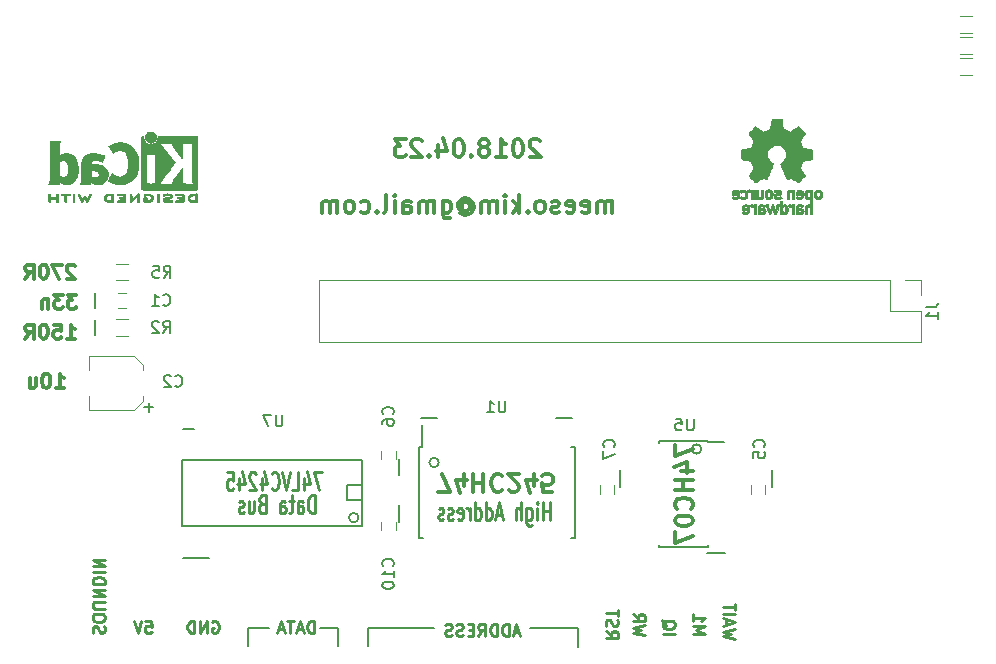
<source format=gbr>
G04 #@! TF.FileFunction,Legend,Bot*
%FSLAX46Y46*%
G04 Gerber Fmt 4.6, Leading zero omitted, Abs format (unit mm)*
G04 Created by KiCad (PCBNEW 4.0.7) date 04/24/18 20:51:26*
%MOMM*%
%LPD*%
G01*
G04 APERTURE LIST*
%ADD10C,0.100000*%
%ADD11C,0.300000*%
%ADD12C,0.200000*%
%ADD13C,0.250000*%
%ADD14C,0.120000*%
%ADD15C,0.150000*%
%ADD16C,0.010000*%
G04 APERTURE END LIST*
D10*
D11*
X123402628Y-84108857D02*
X124088343Y-84108857D01*
X123745485Y-84108857D02*
X123745485Y-82908857D01*
X123859771Y-83080286D01*
X123974057Y-83194571D01*
X124088343Y-83251714D01*
X122659771Y-82908857D02*
X122545486Y-82908857D01*
X122431200Y-82966000D01*
X122374057Y-83023143D01*
X122316914Y-83137429D01*
X122259771Y-83366000D01*
X122259771Y-83651714D01*
X122316914Y-83880286D01*
X122374057Y-83994571D01*
X122431200Y-84051714D01*
X122545486Y-84108857D01*
X122659771Y-84108857D01*
X122774057Y-84051714D01*
X122831200Y-83994571D01*
X122888343Y-83880286D01*
X122945486Y-83651714D01*
X122945486Y-83366000D01*
X122888343Y-83137429D01*
X122831200Y-83023143D01*
X122774057Y-82966000D01*
X122659771Y-82908857D01*
X121231200Y-83308857D02*
X121231200Y-84108857D01*
X121745486Y-83308857D02*
X121745486Y-83937429D01*
X121688343Y-84051714D01*
X121574057Y-84108857D01*
X121402629Y-84108857D01*
X121288343Y-84051714D01*
X121231200Y-83994571D01*
X124335999Y-79943257D02*
X125021714Y-79943257D01*
X124678856Y-79943257D02*
X124678856Y-78743257D01*
X124793142Y-78914686D01*
X124907428Y-79028971D01*
X125021714Y-79086114D01*
X123250285Y-78743257D02*
X123821714Y-78743257D01*
X123878857Y-79314686D01*
X123821714Y-79257543D01*
X123707428Y-79200400D01*
X123421714Y-79200400D01*
X123307428Y-79257543D01*
X123250285Y-79314686D01*
X123193142Y-79428971D01*
X123193142Y-79714686D01*
X123250285Y-79828971D01*
X123307428Y-79886114D01*
X123421714Y-79943257D01*
X123707428Y-79943257D01*
X123821714Y-79886114D01*
X123878857Y-79828971D01*
X122450285Y-78743257D02*
X122336000Y-78743257D01*
X122221714Y-78800400D01*
X122164571Y-78857543D01*
X122107428Y-78971829D01*
X122050285Y-79200400D01*
X122050285Y-79486114D01*
X122107428Y-79714686D01*
X122164571Y-79828971D01*
X122221714Y-79886114D01*
X122336000Y-79943257D01*
X122450285Y-79943257D01*
X122564571Y-79886114D01*
X122621714Y-79828971D01*
X122678857Y-79714686D01*
X122736000Y-79486114D01*
X122736000Y-79200400D01*
X122678857Y-78971829D01*
X122621714Y-78857543D01*
X122564571Y-78800400D01*
X122450285Y-78743257D01*
X120850285Y-79943257D02*
X121250285Y-79371829D01*
X121536000Y-79943257D02*
X121536000Y-78743257D01*
X121078857Y-78743257D01*
X120964571Y-78800400D01*
X120907428Y-78857543D01*
X120850285Y-78971829D01*
X120850285Y-79143257D01*
X120907428Y-79257543D01*
X120964571Y-79314686D01*
X121078857Y-79371829D01*
X121536000Y-79371829D01*
X125161485Y-76203257D02*
X124418628Y-76203257D01*
X124818628Y-76660400D01*
X124647200Y-76660400D01*
X124532914Y-76717543D01*
X124475771Y-76774686D01*
X124418628Y-76888971D01*
X124418628Y-77174686D01*
X124475771Y-77288971D01*
X124532914Y-77346114D01*
X124647200Y-77403257D01*
X124990057Y-77403257D01*
X125104343Y-77346114D01*
X125161485Y-77288971D01*
X124018628Y-76203257D02*
X123275771Y-76203257D01*
X123675771Y-76660400D01*
X123504343Y-76660400D01*
X123390057Y-76717543D01*
X123332914Y-76774686D01*
X123275771Y-76888971D01*
X123275771Y-77174686D01*
X123332914Y-77288971D01*
X123390057Y-77346114D01*
X123504343Y-77403257D01*
X123847200Y-77403257D01*
X123961486Y-77346114D01*
X124018628Y-77288971D01*
X122761486Y-76603257D02*
X122761486Y-77403257D01*
X122761486Y-76717543D02*
X122704343Y-76660400D01*
X122590057Y-76603257D01*
X122418629Y-76603257D01*
X122304343Y-76660400D01*
X122247200Y-76774686D01*
X122247200Y-77403257D01*
X125021714Y-73777543D02*
X124964571Y-73720400D01*
X124850285Y-73663257D01*
X124564571Y-73663257D01*
X124450285Y-73720400D01*
X124393142Y-73777543D01*
X124335999Y-73891829D01*
X124335999Y-74006114D01*
X124393142Y-74177543D01*
X125078856Y-74863257D01*
X124335999Y-74863257D01*
X123935999Y-73663257D02*
X123135999Y-73663257D01*
X123650285Y-74863257D01*
X122450285Y-73663257D02*
X122336000Y-73663257D01*
X122221714Y-73720400D01*
X122164571Y-73777543D01*
X122107428Y-73891829D01*
X122050285Y-74120400D01*
X122050285Y-74406114D01*
X122107428Y-74634686D01*
X122164571Y-74748971D01*
X122221714Y-74806114D01*
X122336000Y-74863257D01*
X122450285Y-74863257D01*
X122564571Y-74806114D01*
X122621714Y-74748971D01*
X122678857Y-74634686D01*
X122736000Y-74406114D01*
X122736000Y-74120400D01*
X122678857Y-73891829D01*
X122621714Y-73777543D01*
X122564571Y-73720400D01*
X122450285Y-73663257D01*
X120850285Y-74863257D02*
X121250285Y-74291829D01*
X121536000Y-74863257D02*
X121536000Y-73663257D01*
X121078857Y-73663257D01*
X120964571Y-73720400D01*
X120907428Y-73777543D01*
X120850285Y-73891829D01*
X120850285Y-74063257D01*
X120907428Y-74177543D01*
X120964571Y-74234686D01*
X121078857Y-74291829D01*
X121536000Y-74291829D01*
D12*
X184023000Y-91059000D02*
X184023000Y-92456000D01*
X171196000Y-91059000D02*
X171196000Y-92456000D01*
X126746000Y-78359000D02*
X126746000Y-79629000D01*
X126746000Y-76073000D02*
X126746000Y-77343000D01*
D13*
X145328877Y-94709371D02*
X145328877Y-93209371D01*
X145090782Y-93209371D01*
X144947924Y-93280800D01*
X144852686Y-93423657D01*
X144805067Y-93566514D01*
X144757448Y-93852229D01*
X144757448Y-94066514D01*
X144805067Y-94352229D01*
X144852686Y-94495086D01*
X144947924Y-94637943D01*
X145090782Y-94709371D01*
X145328877Y-94709371D01*
X143900305Y-94709371D02*
X143900305Y-93923657D01*
X143947924Y-93780800D01*
X144043162Y-93709371D01*
X144233639Y-93709371D01*
X144328877Y-93780800D01*
X143900305Y-94637943D02*
X143995543Y-94709371D01*
X144233639Y-94709371D01*
X144328877Y-94637943D01*
X144376496Y-94495086D01*
X144376496Y-94352229D01*
X144328877Y-94209371D01*
X144233639Y-94137943D01*
X143995543Y-94137943D01*
X143900305Y-94066514D01*
X143566972Y-93709371D02*
X143186020Y-93709371D01*
X143424115Y-93209371D02*
X143424115Y-94495086D01*
X143376496Y-94637943D01*
X143281258Y-94709371D01*
X143186020Y-94709371D01*
X142424114Y-94709371D02*
X142424114Y-93923657D01*
X142471733Y-93780800D01*
X142566971Y-93709371D01*
X142757448Y-93709371D01*
X142852686Y-93780800D01*
X142424114Y-94637943D02*
X142519352Y-94709371D01*
X142757448Y-94709371D01*
X142852686Y-94637943D01*
X142900305Y-94495086D01*
X142900305Y-94352229D01*
X142852686Y-94209371D01*
X142757448Y-94137943D01*
X142519352Y-94137943D01*
X142424114Y-94066514D01*
X140852685Y-93923657D02*
X140709828Y-93995086D01*
X140662209Y-94066514D01*
X140614590Y-94209371D01*
X140614590Y-94423657D01*
X140662209Y-94566514D01*
X140709828Y-94637943D01*
X140805066Y-94709371D01*
X141186019Y-94709371D01*
X141186019Y-93209371D01*
X140852685Y-93209371D01*
X140757447Y-93280800D01*
X140709828Y-93352229D01*
X140662209Y-93495086D01*
X140662209Y-93637943D01*
X140709828Y-93780800D01*
X140757447Y-93852229D01*
X140852685Y-93923657D01*
X141186019Y-93923657D01*
X139757447Y-93709371D02*
X139757447Y-94709371D01*
X140186019Y-93709371D02*
X140186019Y-94495086D01*
X140138400Y-94637943D01*
X140043162Y-94709371D01*
X139900304Y-94709371D01*
X139805066Y-94637943D01*
X139757447Y-94566514D01*
X139328876Y-94637943D02*
X139233638Y-94709371D01*
X139043162Y-94709371D01*
X138947923Y-94637943D01*
X138900304Y-94495086D01*
X138900304Y-94423657D01*
X138947923Y-94280800D01*
X139043162Y-94209371D01*
X139186019Y-94209371D01*
X139281257Y-94137943D01*
X139328876Y-93995086D01*
X139328876Y-93923657D01*
X139281257Y-93780800D01*
X139186019Y-93709371D01*
X139043162Y-93709371D01*
X138947923Y-93780800D01*
X165218477Y-95293571D02*
X165218477Y-93793571D01*
X165218477Y-94507857D02*
X164647048Y-94507857D01*
X164647048Y-95293571D02*
X164647048Y-93793571D01*
X164170858Y-95293571D02*
X164170858Y-94293571D01*
X164170858Y-93793571D02*
X164218477Y-93865000D01*
X164170858Y-93936429D01*
X164123239Y-93865000D01*
X164170858Y-93793571D01*
X164170858Y-93936429D01*
X163266096Y-94293571D02*
X163266096Y-95507857D01*
X163313715Y-95650714D01*
X163361334Y-95722143D01*
X163456573Y-95793571D01*
X163599430Y-95793571D01*
X163694668Y-95722143D01*
X163266096Y-95222143D02*
X163361334Y-95293571D01*
X163551811Y-95293571D01*
X163647049Y-95222143D01*
X163694668Y-95150714D01*
X163742287Y-95007857D01*
X163742287Y-94579286D01*
X163694668Y-94436429D01*
X163647049Y-94365000D01*
X163551811Y-94293571D01*
X163361334Y-94293571D01*
X163266096Y-94365000D01*
X162789906Y-95293571D02*
X162789906Y-93793571D01*
X162361334Y-95293571D02*
X162361334Y-94507857D01*
X162408953Y-94365000D01*
X162504191Y-94293571D01*
X162647049Y-94293571D01*
X162742287Y-94365000D01*
X162789906Y-94436429D01*
X161170858Y-94865000D02*
X160694667Y-94865000D01*
X161266096Y-95293571D02*
X160932763Y-93793571D01*
X160599429Y-95293571D01*
X159837524Y-95293571D02*
X159837524Y-93793571D01*
X159837524Y-95222143D02*
X159932762Y-95293571D01*
X160123239Y-95293571D01*
X160218477Y-95222143D01*
X160266096Y-95150714D01*
X160313715Y-95007857D01*
X160313715Y-94579286D01*
X160266096Y-94436429D01*
X160218477Y-94365000D01*
X160123239Y-94293571D01*
X159932762Y-94293571D01*
X159837524Y-94365000D01*
X158932762Y-95293571D02*
X158932762Y-93793571D01*
X158932762Y-95222143D02*
X159028000Y-95293571D01*
X159218477Y-95293571D01*
X159313715Y-95222143D01*
X159361334Y-95150714D01*
X159408953Y-95007857D01*
X159408953Y-94579286D01*
X159361334Y-94436429D01*
X159313715Y-94365000D01*
X159218477Y-94293571D01*
X159028000Y-94293571D01*
X158932762Y-94365000D01*
X158456572Y-95293571D02*
X158456572Y-94293571D01*
X158456572Y-94579286D02*
X158408953Y-94436429D01*
X158361334Y-94365000D01*
X158266096Y-94293571D01*
X158170857Y-94293571D01*
X157456571Y-95222143D02*
X157551809Y-95293571D01*
X157742286Y-95293571D01*
X157837524Y-95222143D01*
X157885143Y-95079286D01*
X157885143Y-94507857D01*
X157837524Y-94365000D01*
X157742286Y-94293571D01*
X157551809Y-94293571D01*
X157456571Y-94365000D01*
X157408952Y-94507857D01*
X157408952Y-94650714D01*
X157885143Y-94793571D01*
X157028000Y-95222143D02*
X156932762Y-95293571D01*
X156742286Y-95293571D01*
X156647047Y-95222143D01*
X156599428Y-95079286D01*
X156599428Y-95007857D01*
X156647047Y-94865000D01*
X156742286Y-94793571D01*
X156885143Y-94793571D01*
X156980381Y-94722143D01*
X157028000Y-94579286D01*
X157028000Y-94507857D01*
X156980381Y-94365000D01*
X156885143Y-94293571D01*
X156742286Y-94293571D01*
X156647047Y-94365000D01*
X156218476Y-95222143D02*
X156123238Y-95293571D01*
X155932762Y-95293571D01*
X155837523Y-95222143D01*
X155789904Y-95079286D01*
X155789904Y-95007857D01*
X155837523Y-94865000D01*
X155932762Y-94793571D01*
X156075619Y-94793571D01*
X156170857Y-94722143D01*
X156218476Y-94579286D01*
X156218476Y-94507857D01*
X156170857Y-94365000D01*
X156075619Y-94293571D01*
X155932762Y-94293571D01*
X155837523Y-94365000D01*
D12*
X178689000Y-98044000D02*
X180086000Y-98044000D01*
X152501600Y-90093800D02*
X152501600Y-91490800D01*
X165735000Y-86614000D02*
X167132000Y-86614000D01*
X134162800Y-98501200D02*
X136398000Y-98501200D01*
X134162800Y-87579200D02*
X135128000Y-87579200D01*
X154305000Y-86614000D02*
X155702000Y-86614000D01*
X178562000Y-98044000D02*
X179959000Y-98044000D01*
X152501600Y-94056200D02*
X152501600Y-95453200D01*
X178074609Y-89281000D02*
G75*
G03X178074609Y-89281000I-401609J0D01*
G01*
D13*
X126595238Y-104846047D02*
X126547619Y-104703190D01*
X126547619Y-104465094D01*
X126595238Y-104369856D01*
X126642857Y-104322237D01*
X126738095Y-104274618D01*
X126833333Y-104274618D01*
X126928571Y-104322237D01*
X126976190Y-104369856D01*
X127023810Y-104465094D01*
X127071429Y-104655571D01*
X127119048Y-104750809D01*
X127166667Y-104798428D01*
X127261905Y-104846047D01*
X127357143Y-104846047D01*
X127452381Y-104798428D01*
X127500000Y-104750809D01*
X127547619Y-104655571D01*
X127547619Y-104417475D01*
X127500000Y-104274618D01*
X127547619Y-103655571D02*
X127547619Y-103465094D01*
X127500000Y-103369856D01*
X127404762Y-103274618D01*
X127214286Y-103226999D01*
X126880952Y-103226999D01*
X126690476Y-103274618D01*
X126595238Y-103369856D01*
X126547619Y-103465094D01*
X126547619Y-103655571D01*
X126595238Y-103750809D01*
X126690476Y-103846047D01*
X126880952Y-103893666D01*
X127214286Y-103893666D01*
X127404762Y-103846047D01*
X127500000Y-103750809D01*
X127547619Y-103655571D01*
X127547619Y-102798428D02*
X126738095Y-102798428D01*
X126642857Y-102750809D01*
X126595238Y-102703190D01*
X126547619Y-102607952D01*
X126547619Y-102417475D01*
X126595238Y-102322237D01*
X126642857Y-102274618D01*
X126738095Y-102226999D01*
X127547619Y-102226999D01*
X126547619Y-101750809D02*
X127547619Y-101750809D01*
X126547619Y-101179380D01*
X127547619Y-101179380D01*
X126547619Y-100703190D02*
X127547619Y-100703190D01*
X127547619Y-100465095D01*
X127500000Y-100322237D01*
X127404762Y-100226999D01*
X127309524Y-100179380D01*
X127119048Y-100131761D01*
X126976190Y-100131761D01*
X126785714Y-100179380D01*
X126690476Y-100226999D01*
X126595238Y-100322237D01*
X126547619Y-100465095D01*
X126547619Y-100703190D01*
X126547619Y-99703190D02*
X127547619Y-99703190D01*
X126547619Y-99227000D02*
X127547619Y-99227000D01*
X126547619Y-98655571D01*
X127547619Y-98655571D01*
D11*
X175835571Y-88912430D02*
X175835571Y-89912430D01*
X177335571Y-89269573D01*
X176335571Y-91126715D02*
X177335571Y-91126715D01*
X175764143Y-90769572D02*
X176835571Y-90412429D01*
X176835571Y-91341001D01*
X177335571Y-91912429D02*
X175835571Y-91912429D01*
X176549857Y-91912429D02*
X176549857Y-92769572D01*
X177335571Y-92769572D02*
X175835571Y-92769572D01*
X177192714Y-94341001D02*
X177264143Y-94269572D01*
X177335571Y-94055286D01*
X177335571Y-93912429D01*
X177264143Y-93698144D01*
X177121286Y-93555286D01*
X176978429Y-93483858D01*
X176692714Y-93412429D01*
X176478429Y-93412429D01*
X176192714Y-93483858D01*
X176049857Y-93555286D01*
X175907000Y-93698144D01*
X175835571Y-93912429D01*
X175835571Y-94055286D01*
X175907000Y-94269572D01*
X175978429Y-94341001D01*
X175835571Y-95269572D02*
X175835571Y-95412429D01*
X175907000Y-95555286D01*
X175978429Y-95626715D01*
X176121286Y-95698144D01*
X176407000Y-95769572D01*
X176764143Y-95769572D01*
X177049857Y-95698144D01*
X177192714Y-95626715D01*
X177264143Y-95555286D01*
X177335571Y-95412429D01*
X177335571Y-95269572D01*
X177264143Y-95126715D01*
X177192714Y-95055286D01*
X177049857Y-94983858D01*
X176764143Y-94912429D01*
X176407000Y-94912429D01*
X176121286Y-94983858D01*
X175978429Y-95055286D01*
X175907000Y-95126715D01*
X175835571Y-95269572D01*
X175835571Y-96269572D02*
X175835571Y-97269572D01*
X177335571Y-96626715D01*
D12*
X149042409Y-95097600D02*
G75*
G03X149042409Y-95097600I-401609J0D01*
G01*
D13*
X145932019Y-91253571D02*
X145265352Y-91253571D01*
X145693924Y-92753571D01*
X144455828Y-91753571D02*
X144455828Y-92753571D01*
X144693924Y-91182143D02*
X144932019Y-92253571D01*
X144312971Y-92253571D01*
X143455828Y-92753571D02*
X143932019Y-92753571D01*
X143932019Y-91253571D01*
X143265352Y-91253571D02*
X142932019Y-92753571D01*
X142598685Y-91253571D01*
X141693923Y-92610714D02*
X141741542Y-92682143D01*
X141884399Y-92753571D01*
X141979637Y-92753571D01*
X142122495Y-92682143D01*
X142217733Y-92539286D01*
X142265352Y-92396429D01*
X142312971Y-92110714D01*
X142312971Y-91896429D01*
X142265352Y-91610714D01*
X142217733Y-91467857D01*
X142122495Y-91325000D01*
X141979637Y-91253571D01*
X141884399Y-91253571D01*
X141741542Y-91325000D01*
X141693923Y-91396429D01*
X140836780Y-91753571D02*
X140836780Y-92753571D01*
X141074876Y-91182143D02*
X141312971Y-92253571D01*
X140693923Y-92253571D01*
X140360590Y-91396429D02*
X140312971Y-91325000D01*
X140217733Y-91253571D01*
X139979637Y-91253571D01*
X139884399Y-91325000D01*
X139836780Y-91396429D01*
X139789161Y-91539286D01*
X139789161Y-91682143D01*
X139836780Y-91896429D01*
X140408209Y-92753571D01*
X139789161Y-92753571D01*
X138932018Y-91753571D02*
X138932018Y-92753571D01*
X139170114Y-91182143D02*
X139408209Y-92253571D01*
X138789161Y-92253571D01*
X137932018Y-91253571D02*
X138408209Y-91253571D01*
X138455828Y-91967857D01*
X138408209Y-91896429D01*
X138312971Y-91825000D01*
X138074875Y-91825000D01*
X137979637Y-91896429D01*
X137932018Y-91967857D01*
X137884399Y-92110714D01*
X137884399Y-92467857D01*
X137932018Y-92610714D01*
X137979637Y-92682143D01*
X138074875Y-92753571D01*
X138312971Y-92753571D01*
X138408209Y-92682143D01*
X138455828Y-92610714D01*
D12*
X155849609Y-90424000D02*
G75*
G03X155849609Y-90424000I-401609J0D01*
G01*
D11*
X155762144Y-92896429D02*
X156762144Y-92896429D01*
X156119287Y-91396429D01*
X157976429Y-92396429D02*
X157976429Y-91396429D01*
X157619286Y-92967857D02*
X157262143Y-91896429D01*
X158190715Y-91896429D01*
X158762143Y-91396429D02*
X158762143Y-92896429D01*
X158762143Y-92182143D02*
X159619286Y-92182143D01*
X159619286Y-91396429D02*
X159619286Y-92896429D01*
X161190715Y-91539286D02*
X161119286Y-91467857D01*
X160905000Y-91396429D01*
X160762143Y-91396429D01*
X160547858Y-91467857D01*
X160405000Y-91610714D01*
X160333572Y-91753571D01*
X160262143Y-92039286D01*
X160262143Y-92253571D01*
X160333572Y-92539286D01*
X160405000Y-92682143D01*
X160547858Y-92825000D01*
X160762143Y-92896429D01*
X160905000Y-92896429D01*
X161119286Y-92825000D01*
X161190715Y-92753571D01*
X161762143Y-92753571D02*
X161833572Y-92825000D01*
X161976429Y-92896429D01*
X162333572Y-92896429D01*
X162476429Y-92825000D01*
X162547858Y-92753571D01*
X162619286Y-92610714D01*
X162619286Y-92467857D01*
X162547858Y-92253571D01*
X161690715Y-91396429D01*
X162619286Y-91396429D01*
X163905000Y-92396429D02*
X163905000Y-91396429D01*
X163547857Y-92967857D02*
X163190714Y-91896429D01*
X164119286Y-91896429D01*
X165405000Y-92896429D02*
X164690714Y-92896429D01*
X164619285Y-92182143D01*
X164690714Y-92253571D01*
X164833571Y-92325000D01*
X165190714Y-92325000D01*
X165333571Y-92253571D01*
X165405000Y-92182143D01*
X165476428Y-92039286D01*
X165476428Y-91682143D01*
X165405000Y-91539286D01*
X165333571Y-91467857D01*
X165190714Y-91396429D01*
X164833571Y-91396429D01*
X164690714Y-91467857D01*
X164619285Y-91539286D01*
D12*
X167640000Y-104394000D02*
X163576000Y-104394000D01*
X167640000Y-106045000D02*
X167640000Y-104394000D01*
X149860000Y-104394000D02*
X155448000Y-104394000D01*
X149860000Y-105918000D02*
X149860000Y-104394000D01*
X147320000Y-104394000D02*
X145796000Y-104394000D01*
X147320000Y-105918000D02*
X147320000Y-104394000D01*
X139700000Y-104394000D02*
X141478000Y-104394000D01*
X139700000Y-105918000D02*
X139700000Y-104394000D01*
D13*
X162654857Y-104814667D02*
X162178666Y-104814667D01*
X162750095Y-105100381D02*
X162416762Y-104100381D01*
X162083428Y-105100381D01*
X161750095Y-105100381D02*
X161750095Y-104100381D01*
X161512000Y-104100381D01*
X161369142Y-104148000D01*
X161273904Y-104243238D01*
X161226285Y-104338476D01*
X161178666Y-104528952D01*
X161178666Y-104671810D01*
X161226285Y-104862286D01*
X161273904Y-104957524D01*
X161369142Y-105052762D01*
X161512000Y-105100381D01*
X161750095Y-105100381D01*
X160750095Y-105100381D02*
X160750095Y-104100381D01*
X160512000Y-104100381D01*
X160369142Y-104148000D01*
X160273904Y-104243238D01*
X160226285Y-104338476D01*
X160178666Y-104528952D01*
X160178666Y-104671810D01*
X160226285Y-104862286D01*
X160273904Y-104957524D01*
X160369142Y-105052762D01*
X160512000Y-105100381D01*
X160750095Y-105100381D01*
X159178666Y-105100381D02*
X159512000Y-104624190D01*
X159750095Y-105100381D02*
X159750095Y-104100381D01*
X159369142Y-104100381D01*
X159273904Y-104148000D01*
X159226285Y-104195619D01*
X159178666Y-104290857D01*
X159178666Y-104433714D01*
X159226285Y-104528952D01*
X159273904Y-104576571D01*
X159369142Y-104624190D01*
X159750095Y-104624190D01*
X158750095Y-104576571D02*
X158416761Y-104576571D01*
X158273904Y-105100381D02*
X158750095Y-105100381D01*
X158750095Y-104100381D01*
X158273904Y-104100381D01*
X157892952Y-105052762D02*
X157750095Y-105100381D01*
X157511999Y-105100381D01*
X157416761Y-105052762D01*
X157369142Y-105005143D01*
X157321523Y-104909905D01*
X157321523Y-104814667D01*
X157369142Y-104719429D01*
X157416761Y-104671810D01*
X157511999Y-104624190D01*
X157702476Y-104576571D01*
X157797714Y-104528952D01*
X157845333Y-104481333D01*
X157892952Y-104386095D01*
X157892952Y-104290857D01*
X157845333Y-104195619D01*
X157797714Y-104148000D01*
X157702476Y-104100381D01*
X157464380Y-104100381D01*
X157321523Y-104148000D01*
X156940571Y-105052762D02*
X156797714Y-105100381D01*
X156559618Y-105100381D01*
X156464380Y-105052762D01*
X156416761Y-105005143D01*
X156369142Y-104909905D01*
X156369142Y-104814667D01*
X156416761Y-104719429D01*
X156464380Y-104671810D01*
X156559618Y-104624190D01*
X156750095Y-104576571D01*
X156845333Y-104528952D01*
X156892952Y-104481333D01*
X156940571Y-104386095D01*
X156940571Y-104290857D01*
X156892952Y-104195619D01*
X156845333Y-104148000D01*
X156750095Y-104100381D01*
X156511999Y-104100381D01*
X156369142Y-104148000D01*
X145264000Y-104846381D02*
X145264000Y-103846381D01*
X145025905Y-103846381D01*
X144883047Y-103894000D01*
X144787809Y-103989238D01*
X144740190Y-104084476D01*
X144692571Y-104274952D01*
X144692571Y-104417810D01*
X144740190Y-104608286D01*
X144787809Y-104703524D01*
X144883047Y-104798762D01*
X145025905Y-104846381D01*
X145264000Y-104846381D01*
X144311619Y-104560667D02*
X143835428Y-104560667D01*
X144406857Y-104846381D02*
X144073524Y-103846381D01*
X143740190Y-104846381D01*
X143549714Y-103846381D02*
X142978285Y-103846381D01*
X143264000Y-104846381D02*
X143264000Y-103846381D01*
X142692571Y-104560667D02*
X142216380Y-104560667D01*
X142787809Y-104846381D02*
X142454476Y-103846381D01*
X142121142Y-104846381D01*
D11*
X164384856Y-63202429D02*
X164313427Y-63131000D01*
X164170570Y-63059571D01*
X163813427Y-63059571D01*
X163670570Y-63131000D01*
X163599141Y-63202429D01*
X163527713Y-63345286D01*
X163527713Y-63488143D01*
X163599141Y-63702429D01*
X164456284Y-64559571D01*
X163527713Y-64559571D01*
X162599142Y-63059571D02*
X162456285Y-63059571D01*
X162313428Y-63131000D01*
X162241999Y-63202429D01*
X162170570Y-63345286D01*
X162099142Y-63631000D01*
X162099142Y-63988143D01*
X162170570Y-64273857D01*
X162241999Y-64416714D01*
X162313428Y-64488143D01*
X162456285Y-64559571D01*
X162599142Y-64559571D01*
X162741999Y-64488143D01*
X162813428Y-64416714D01*
X162884856Y-64273857D01*
X162956285Y-63988143D01*
X162956285Y-63631000D01*
X162884856Y-63345286D01*
X162813428Y-63202429D01*
X162741999Y-63131000D01*
X162599142Y-63059571D01*
X160670571Y-64559571D02*
X161527714Y-64559571D01*
X161099142Y-64559571D02*
X161099142Y-63059571D01*
X161241999Y-63273857D01*
X161384857Y-63416714D01*
X161527714Y-63488143D01*
X159813428Y-63702429D02*
X159956286Y-63631000D01*
X160027714Y-63559571D01*
X160099143Y-63416714D01*
X160099143Y-63345286D01*
X160027714Y-63202429D01*
X159956286Y-63131000D01*
X159813428Y-63059571D01*
X159527714Y-63059571D01*
X159384857Y-63131000D01*
X159313428Y-63202429D01*
X159242000Y-63345286D01*
X159242000Y-63416714D01*
X159313428Y-63559571D01*
X159384857Y-63631000D01*
X159527714Y-63702429D01*
X159813428Y-63702429D01*
X159956286Y-63773857D01*
X160027714Y-63845286D01*
X160099143Y-63988143D01*
X160099143Y-64273857D01*
X160027714Y-64416714D01*
X159956286Y-64488143D01*
X159813428Y-64559571D01*
X159527714Y-64559571D01*
X159384857Y-64488143D01*
X159313428Y-64416714D01*
X159242000Y-64273857D01*
X159242000Y-63988143D01*
X159313428Y-63845286D01*
X159384857Y-63773857D01*
X159527714Y-63702429D01*
X158599143Y-64416714D02*
X158527715Y-64488143D01*
X158599143Y-64559571D01*
X158670572Y-64488143D01*
X158599143Y-64416714D01*
X158599143Y-64559571D01*
X157599143Y-63059571D02*
X157456286Y-63059571D01*
X157313429Y-63131000D01*
X157242000Y-63202429D01*
X157170571Y-63345286D01*
X157099143Y-63631000D01*
X157099143Y-63988143D01*
X157170571Y-64273857D01*
X157242000Y-64416714D01*
X157313429Y-64488143D01*
X157456286Y-64559571D01*
X157599143Y-64559571D01*
X157742000Y-64488143D01*
X157813429Y-64416714D01*
X157884857Y-64273857D01*
X157956286Y-63988143D01*
X157956286Y-63631000D01*
X157884857Y-63345286D01*
X157813429Y-63202429D01*
X157742000Y-63131000D01*
X157599143Y-63059571D01*
X155813429Y-63559571D02*
X155813429Y-64559571D01*
X156170572Y-62988143D02*
X156527715Y-64059571D01*
X155599143Y-64059571D01*
X155027715Y-64416714D02*
X154956287Y-64488143D01*
X155027715Y-64559571D01*
X155099144Y-64488143D01*
X155027715Y-64416714D01*
X155027715Y-64559571D01*
X154384858Y-63202429D02*
X154313429Y-63131000D01*
X154170572Y-63059571D01*
X153813429Y-63059571D01*
X153670572Y-63131000D01*
X153599143Y-63202429D01*
X153527715Y-63345286D01*
X153527715Y-63488143D01*
X153599143Y-63702429D01*
X154456286Y-64559571D01*
X153527715Y-64559571D01*
X153027715Y-63059571D02*
X152099144Y-63059571D01*
X152599144Y-63631000D01*
X152384858Y-63631000D01*
X152242001Y-63702429D01*
X152170572Y-63773857D01*
X152099144Y-63916714D01*
X152099144Y-64273857D01*
X152170572Y-64416714D01*
X152242001Y-64488143D01*
X152384858Y-64559571D01*
X152813430Y-64559571D01*
X152956287Y-64488143D01*
X153027715Y-64416714D01*
D13*
X131000476Y-103846381D02*
X131476667Y-103846381D01*
X131524286Y-104322571D01*
X131476667Y-104274952D01*
X131381429Y-104227333D01*
X131143333Y-104227333D01*
X131048095Y-104274952D01*
X131000476Y-104322571D01*
X130952857Y-104417810D01*
X130952857Y-104655905D01*
X131000476Y-104751143D01*
X131048095Y-104798762D01*
X131143333Y-104846381D01*
X131381429Y-104846381D01*
X131476667Y-104798762D01*
X131524286Y-104751143D01*
X130667143Y-103846381D02*
X130333810Y-104846381D01*
X130000476Y-103846381D01*
X136651904Y-103894000D02*
X136747142Y-103846381D01*
X136889999Y-103846381D01*
X137032857Y-103894000D01*
X137128095Y-103989238D01*
X137175714Y-104084476D01*
X137223333Y-104274952D01*
X137223333Y-104417810D01*
X137175714Y-104608286D01*
X137128095Y-104703524D01*
X137032857Y-104798762D01*
X136889999Y-104846381D01*
X136794761Y-104846381D01*
X136651904Y-104798762D01*
X136604285Y-104751143D01*
X136604285Y-104417810D01*
X136794761Y-104417810D01*
X136175714Y-104846381D02*
X136175714Y-103846381D01*
X135604285Y-104846381D01*
X135604285Y-103846381D01*
X135128095Y-104846381D02*
X135128095Y-103846381D01*
X134890000Y-103846381D01*
X134747142Y-103894000D01*
X134651904Y-103989238D01*
X134604285Y-104084476D01*
X134556666Y-104274952D01*
X134556666Y-104417810D01*
X134604285Y-104608286D01*
X134651904Y-104703524D01*
X134747142Y-104798762D01*
X134890000Y-104846381D01*
X135128095Y-104846381D01*
X173267619Y-105068571D02*
X172267619Y-104830476D01*
X172981905Y-104639999D01*
X172267619Y-104449523D01*
X173267619Y-104211428D01*
X172267619Y-103259047D02*
X172743810Y-103592381D01*
X172267619Y-103830476D02*
X173267619Y-103830476D01*
X173267619Y-103449523D01*
X173220000Y-103354285D01*
X173172381Y-103306666D01*
X173077143Y-103259047D01*
X172934286Y-103259047D01*
X172839048Y-103306666D01*
X172791429Y-103354285D01*
X172743810Y-103449523D01*
X172743810Y-103830476D01*
X174807619Y-104917809D02*
X175807619Y-104917809D01*
X174712381Y-103774952D02*
X174760000Y-103870190D01*
X174855238Y-103965428D01*
X174998095Y-104108285D01*
X175045714Y-104203524D01*
X175045714Y-104298762D01*
X174807619Y-104251143D02*
X174855238Y-104346381D01*
X174950476Y-104441619D01*
X175140952Y-104489238D01*
X175474286Y-104489238D01*
X175664762Y-104441619D01*
X175760000Y-104346381D01*
X175807619Y-104251143D01*
X175807619Y-104060666D01*
X175760000Y-103965428D01*
X175664762Y-103870190D01*
X175474286Y-103822571D01*
X175140952Y-103822571D01*
X174950476Y-103870190D01*
X174855238Y-103965428D01*
X174807619Y-104060666D01*
X174807619Y-104251143D01*
X177347619Y-104949524D02*
X178347619Y-104949524D01*
X177633333Y-104616190D01*
X178347619Y-104282857D01*
X177347619Y-104282857D01*
X177347619Y-103282857D02*
X177347619Y-103854286D01*
X177347619Y-103568572D02*
X178347619Y-103568572D01*
X178204762Y-103663810D01*
X178109524Y-103759048D01*
X178061905Y-103854286D01*
X180887619Y-105362190D02*
X179887619Y-105124095D01*
X180601905Y-104933618D01*
X179887619Y-104743142D01*
X180887619Y-104505047D01*
X180173333Y-104171714D02*
X180173333Y-103695523D01*
X179887619Y-104266952D02*
X180887619Y-103933619D01*
X179887619Y-103600285D01*
X179887619Y-103266952D02*
X180887619Y-103266952D01*
X180887619Y-102933619D02*
X180887619Y-102362190D01*
X179887619Y-102647905D02*
X180887619Y-102647905D01*
X169981619Y-104687619D02*
X170457810Y-105020953D01*
X169981619Y-105259048D02*
X170981619Y-105259048D01*
X170981619Y-104878095D01*
X170934000Y-104782857D01*
X170886381Y-104735238D01*
X170791143Y-104687619D01*
X170648286Y-104687619D01*
X170553048Y-104735238D01*
X170505429Y-104782857D01*
X170457810Y-104878095D01*
X170457810Y-105259048D01*
X170029238Y-104306667D02*
X169981619Y-104163810D01*
X169981619Y-103925714D01*
X170029238Y-103830476D01*
X170076857Y-103782857D01*
X170172095Y-103735238D01*
X170267333Y-103735238D01*
X170362571Y-103782857D01*
X170410190Y-103830476D01*
X170457810Y-103925714D01*
X170505429Y-104116191D01*
X170553048Y-104211429D01*
X170600667Y-104259048D01*
X170695905Y-104306667D01*
X170791143Y-104306667D01*
X170886381Y-104259048D01*
X170934000Y-104211429D01*
X170981619Y-104116191D01*
X170981619Y-103878095D01*
X170934000Y-103735238D01*
X170981619Y-103449524D02*
X170981619Y-102878095D01*
X169981619Y-103163810D02*
X170981619Y-103163810D01*
D11*
X170527714Y-69258571D02*
X170527714Y-68258571D01*
X170527714Y-68401429D02*
X170456286Y-68330000D01*
X170313428Y-68258571D01*
X170099143Y-68258571D01*
X169956286Y-68330000D01*
X169884857Y-68472857D01*
X169884857Y-69258571D01*
X169884857Y-68472857D02*
X169813428Y-68330000D01*
X169670571Y-68258571D01*
X169456286Y-68258571D01*
X169313428Y-68330000D01*
X169242000Y-68472857D01*
X169242000Y-69258571D01*
X167956286Y-69187143D02*
X168099143Y-69258571D01*
X168384857Y-69258571D01*
X168527714Y-69187143D01*
X168599143Y-69044286D01*
X168599143Y-68472857D01*
X168527714Y-68330000D01*
X168384857Y-68258571D01*
X168099143Y-68258571D01*
X167956286Y-68330000D01*
X167884857Y-68472857D01*
X167884857Y-68615714D01*
X168599143Y-68758571D01*
X166670572Y-69187143D02*
X166813429Y-69258571D01*
X167099143Y-69258571D01*
X167242000Y-69187143D01*
X167313429Y-69044286D01*
X167313429Y-68472857D01*
X167242000Y-68330000D01*
X167099143Y-68258571D01*
X166813429Y-68258571D01*
X166670572Y-68330000D01*
X166599143Y-68472857D01*
X166599143Y-68615714D01*
X167313429Y-68758571D01*
X166027715Y-69187143D02*
X165884858Y-69258571D01*
X165599143Y-69258571D01*
X165456286Y-69187143D01*
X165384858Y-69044286D01*
X165384858Y-68972857D01*
X165456286Y-68830000D01*
X165599143Y-68758571D01*
X165813429Y-68758571D01*
X165956286Y-68687143D01*
X166027715Y-68544286D01*
X166027715Y-68472857D01*
X165956286Y-68330000D01*
X165813429Y-68258571D01*
X165599143Y-68258571D01*
X165456286Y-68330000D01*
X164527714Y-69258571D02*
X164670572Y-69187143D01*
X164742000Y-69115714D01*
X164813429Y-68972857D01*
X164813429Y-68544286D01*
X164742000Y-68401429D01*
X164670572Y-68330000D01*
X164527714Y-68258571D01*
X164313429Y-68258571D01*
X164170572Y-68330000D01*
X164099143Y-68401429D01*
X164027714Y-68544286D01*
X164027714Y-68972857D01*
X164099143Y-69115714D01*
X164170572Y-69187143D01*
X164313429Y-69258571D01*
X164527714Y-69258571D01*
X163384857Y-69115714D02*
X163313429Y-69187143D01*
X163384857Y-69258571D01*
X163456286Y-69187143D01*
X163384857Y-69115714D01*
X163384857Y-69258571D01*
X162670571Y-69258571D02*
X162670571Y-67758571D01*
X162527714Y-68687143D02*
X162099143Y-69258571D01*
X162099143Y-68258571D02*
X162670571Y-68830000D01*
X161456285Y-69258571D02*
X161456285Y-68258571D01*
X161456285Y-67758571D02*
X161527714Y-67830000D01*
X161456285Y-67901429D01*
X161384857Y-67830000D01*
X161456285Y-67758571D01*
X161456285Y-67901429D01*
X160741999Y-69258571D02*
X160741999Y-68258571D01*
X160741999Y-68401429D02*
X160670571Y-68330000D01*
X160527713Y-68258571D01*
X160313428Y-68258571D01*
X160170571Y-68330000D01*
X160099142Y-68472857D01*
X160099142Y-69258571D01*
X160099142Y-68472857D02*
X160027713Y-68330000D01*
X159884856Y-68258571D01*
X159670571Y-68258571D01*
X159527713Y-68330000D01*
X159456285Y-68472857D01*
X159456285Y-69258571D01*
X157813428Y-68544286D02*
X157884856Y-68472857D01*
X158027713Y-68401429D01*
X158170571Y-68401429D01*
X158313428Y-68472857D01*
X158384856Y-68544286D01*
X158456285Y-68687143D01*
X158456285Y-68830000D01*
X158384856Y-68972857D01*
X158313428Y-69044286D01*
X158170571Y-69115714D01*
X158027713Y-69115714D01*
X157884856Y-69044286D01*
X157813428Y-68972857D01*
X157813428Y-68401429D02*
X157813428Y-68972857D01*
X157741999Y-69044286D01*
X157670571Y-69044286D01*
X157527713Y-68972857D01*
X157456285Y-68830000D01*
X157456285Y-68472857D01*
X157599142Y-68258571D01*
X157813428Y-68115714D01*
X158099142Y-68044286D01*
X158384856Y-68115714D01*
X158599142Y-68258571D01*
X158741999Y-68472857D01*
X158813428Y-68758571D01*
X158741999Y-69044286D01*
X158599142Y-69258571D01*
X158384856Y-69401429D01*
X158099142Y-69472857D01*
X157813428Y-69401429D01*
X157599142Y-69258571D01*
X156170571Y-68258571D02*
X156170571Y-69472857D01*
X156242000Y-69615714D01*
X156313428Y-69687143D01*
X156456285Y-69758571D01*
X156670571Y-69758571D01*
X156813428Y-69687143D01*
X156170571Y-69187143D02*
X156313428Y-69258571D01*
X156599142Y-69258571D01*
X156742000Y-69187143D01*
X156813428Y-69115714D01*
X156884857Y-68972857D01*
X156884857Y-68544286D01*
X156813428Y-68401429D01*
X156742000Y-68330000D01*
X156599142Y-68258571D01*
X156313428Y-68258571D01*
X156170571Y-68330000D01*
X155456285Y-69258571D02*
X155456285Y-68258571D01*
X155456285Y-68401429D02*
X155384857Y-68330000D01*
X155241999Y-68258571D01*
X155027714Y-68258571D01*
X154884857Y-68330000D01*
X154813428Y-68472857D01*
X154813428Y-69258571D01*
X154813428Y-68472857D02*
X154741999Y-68330000D01*
X154599142Y-68258571D01*
X154384857Y-68258571D01*
X154241999Y-68330000D01*
X154170571Y-68472857D01*
X154170571Y-69258571D01*
X152813428Y-69258571D02*
X152813428Y-68472857D01*
X152884857Y-68330000D01*
X153027714Y-68258571D01*
X153313428Y-68258571D01*
X153456285Y-68330000D01*
X152813428Y-69187143D02*
X152956285Y-69258571D01*
X153313428Y-69258571D01*
X153456285Y-69187143D01*
X153527714Y-69044286D01*
X153527714Y-68901429D01*
X153456285Y-68758571D01*
X153313428Y-68687143D01*
X152956285Y-68687143D01*
X152813428Y-68615714D01*
X152099142Y-69258571D02*
X152099142Y-68258571D01*
X152099142Y-67758571D02*
X152170571Y-67830000D01*
X152099142Y-67901429D01*
X152027714Y-67830000D01*
X152099142Y-67758571D01*
X152099142Y-67901429D01*
X151170570Y-69258571D02*
X151313428Y-69187143D01*
X151384856Y-69044286D01*
X151384856Y-67758571D01*
X150599142Y-69115714D02*
X150527714Y-69187143D01*
X150599142Y-69258571D01*
X150670571Y-69187143D01*
X150599142Y-69115714D01*
X150599142Y-69258571D01*
X149241999Y-69187143D02*
X149384856Y-69258571D01*
X149670570Y-69258571D01*
X149813428Y-69187143D01*
X149884856Y-69115714D01*
X149956285Y-68972857D01*
X149956285Y-68544286D01*
X149884856Y-68401429D01*
X149813428Y-68330000D01*
X149670570Y-68258571D01*
X149384856Y-68258571D01*
X149241999Y-68330000D01*
X148384856Y-69258571D02*
X148527714Y-69187143D01*
X148599142Y-69115714D01*
X148670571Y-68972857D01*
X148670571Y-68544286D01*
X148599142Y-68401429D01*
X148527714Y-68330000D01*
X148384856Y-68258571D01*
X148170571Y-68258571D01*
X148027714Y-68330000D01*
X147956285Y-68401429D01*
X147884856Y-68544286D01*
X147884856Y-68972857D01*
X147956285Y-69115714D01*
X148027714Y-69187143D01*
X148170571Y-69258571D01*
X148384856Y-69258571D01*
X147241999Y-69258571D02*
X147241999Y-68258571D01*
X147241999Y-68401429D02*
X147170571Y-68330000D01*
X147027713Y-68258571D01*
X146813428Y-68258571D01*
X146670571Y-68330000D01*
X146599142Y-68472857D01*
X146599142Y-69258571D01*
X146599142Y-68472857D02*
X146527713Y-68330000D01*
X146384856Y-68258571D01*
X146170571Y-68258571D01*
X146027713Y-68330000D01*
X145956285Y-68472857D01*
X145956285Y-69258571D01*
D14*
X194056000Y-74997000D02*
X145736000Y-74997000D01*
X145736000Y-74997000D02*
X145736000Y-80197000D01*
X145736000Y-80197000D02*
X196656000Y-80197000D01*
X196656000Y-80197000D02*
X196656000Y-77597000D01*
X196656000Y-77597000D02*
X194056000Y-77597000D01*
X194056000Y-77597000D02*
X194056000Y-74997000D01*
X195326000Y-74997000D02*
X196656000Y-74997000D01*
X196656000Y-74997000D02*
X196656000Y-76267000D01*
X199974000Y-54020000D02*
X200974000Y-54020000D01*
X200974000Y-52660000D02*
X199974000Y-52660000D01*
D15*
X154207000Y-89089000D02*
X154457000Y-89089000D01*
X154207000Y-96839000D02*
X154542000Y-96839000D01*
X167357000Y-96839000D02*
X167022000Y-96839000D01*
X167357000Y-89089000D02*
X167022000Y-89089000D01*
X154207000Y-89089000D02*
X154207000Y-96839000D01*
X167357000Y-89089000D02*
X167357000Y-96839000D01*
X154457000Y-89089000D02*
X154457000Y-87289000D01*
X178605000Y-88641000D02*
X178605000Y-88666000D01*
X174455000Y-88641000D02*
X174455000Y-88756000D01*
X174455000Y-97541000D02*
X174455000Y-97426000D01*
X178605000Y-97541000D02*
X178605000Y-97426000D01*
X178605000Y-88641000D02*
X174455000Y-88641000D01*
X178605000Y-97541000D02*
X174455000Y-97541000D01*
X178605000Y-88666000D02*
X179980000Y-88666000D01*
D14*
X129382000Y-76108000D02*
X128682000Y-76108000D01*
X128682000Y-77308000D02*
X129382000Y-77308000D01*
X128532000Y-79674000D02*
X129532000Y-79674000D01*
X129532000Y-78314000D02*
X128532000Y-78314000D01*
X183480000Y-93060000D02*
X183480000Y-92360000D01*
X182280000Y-92360000D02*
X182280000Y-93060000D01*
X150987000Y-89464400D02*
X150987000Y-90164400D01*
X152187000Y-90164400D02*
X152187000Y-89464400D01*
X170653000Y-93060000D02*
X170653000Y-92360000D01*
X169453000Y-92360000D02*
X169453000Y-93060000D01*
X199974000Y-55798000D02*
X200974000Y-55798000D01*
X200974000Y-54438000D02*
X199974000Y-54438000D01*
X199974000Y-57576000D02*
X200974000Y-57576000D01*
X200974000Y-56216000D02*
X199974000Y-56216000D01*
X128532000Y-74975000D02*
X129532000Y-74975000D01*
X129532000Y-73615000D02*
X128532000Y-73615000D01*
X150987000Y-95458800D02*
X150987000Y-96158800D01*
X152187000Y-96158800D02*
X152187000Y-95458800D01*
D15*
X134061000Y-90170000D02*
X134061000Y-95758000D01*
X149301000Y-90170000D02*
X149301000Y-95758000D01*
X134061000Y-90170000D02*
X149301000Y-90170000D01*
X149301000Y-92329000D02*
X148031000Y-92329000D01*
X148031000Y-92329000D02*
X148031000Y-93599000D01*
X148031000Y-93599000D02*
X149301000Y-93599000D01*
X149301000Y-95758000D02*
X134061000Y-95758000D01*
D16*
G36*
X135204171Y-67648666D02*
X135164689Y-67649067D01*
X135049000Y-67651859D01*
X134952111Y-67660150D01*
X134870719Y-67674832D01*
X134801523Y-67696793D01*
X134741220Y-67726922D01*
X134686508Y-67766110D01*
X134666967Y-67783132D01*
X134634550Y-67822963D01*
X134605320Y-67877013D01*
X134582791Y-67936923D01*
X134570479Y-67994339D01*
X134569200Y-68015556D01*
X134577217Y-68074369D01*
X134598699Y-68138613D01*
X134629799Y-68199421D01*
X134666666Y-68247930D01*
X134672654Y-68253782D01*
X134723379Y-68294921D01*
X134778925Y-68327035D01*
X134842496Y-68350965D01*
X134917294Y-68367553D01*
X135006522Y-68377641D01*
X135113382Y-68382069D01*
X135162328Y-68382445D01*
X135224562Y-68382145D01*
X135268328Y-68380892D01*
X135297731Y-68378154D01*
X135316879Y-68373401D01*
X135329877Y-68366101D01*
X135336845Y-68359867D01*
X135343426Y-68352294D01*
X135348588Y-68342524D01*
X135352503Y-68327940D01*
X135355343Y-68305926D01*
X135357280Y-68273864D01*
X135358484Y-68229136D01*
X135359128Y-68169126D01*
X135359383Y-68091217D01*
X135359422Y-68015556D01*
X135359670Y-67914641D01*
X135359617Y-67834027D01*
X135358657Y-67795422D01*
X135212667Y-67795422D01*
X135212667Y-68235689D01*
X135119534Y-68235604D01*
X135063493Y-68233996D01*
X135004799Y-68229856D01*
X134955828Y-68224064D01*
X134954338Y-68223826D01*
X134875192Y-68204690D01*
X134813802Y-68174887D01*
X134767105Y-68132478D01*
X134737435Y-68086561D01*
X134719153Y-68035626D01*
X134720571Y-67987800D01*
X134741788Y-67936533D01*
X134783289Y-67883499D01*
X134840798Y-67844200D01*
X134915550Y-67817931D01*
X134965508Y-67808635D01*
X135022216Y-67802107D01*
X135082319Y-67797382D01*
X135133439Y-67795417D01*
X135136467Y-67795408D01*
X135212667Y-67795422D01*
X135358657Y-67795422D01*
X135358060Y-67771451D01*
X135353798Y-67724655D01*
X135345630Y-67691378D01*
X135332356Y-67669359D01*
X135312774Y-67656339D01*
X135285683Y-67650057D01*
X135249882Y-67648253D01*
X135204171Y-67648666D01*
X135204171Y-67648666D01*
G37*
X135204171Y-67648666D02*
X135164689Y-67649067D01*
X135049000Y-67651859D01*
X134952111Y-67660150D01*
X134870719Y-67674832D01*
X134801523Y-67696793D01*
X134741220Y-67726922D01*
X134686508Y-67766110D01*
X134666967Y-67783132D01*
X134634550Y-67822963D01*
X134605320Y-67877013D01*
X134582791Y-67936923D01*
X134570479Y-67994339D01*
X134569200Y-68015556D01*
X134577217Y-68074369D01*
X134598699Y-68138613D01*
X134629799Y-68199421D01*
X134666666Y-68247930D01*
X134672654Y-68253782D01*
X134723379Y-68294921D01*
X134778925Y-68327035D01*
X134842496Y-68350965D01*
X134917294Y-68367553D01*
X135006522Y-68377641D01*
X135113382Y-68382069D01*
X135162328Y-68382445D01*
X135224562Y-68382145D01*
X135268328Y-68380892D01*
X135297731Y-68378154D01*
X135316879Y-68373401D01*
X135329877Y-68366101D01*
X135336845Y-68359867D01*
X135343426Y-68352294D01*
X135348588Y-68342524D01*
X135352503Y-68327940D01*
X135355343Y-68305926D01*
X135357280Y-68273864D01*
X135358484Y-68229136D01*
X135359128Y-68169126D01*
X135359383Y-68091217D01*
X135359422Y-68015556D01*
X135359670Y-67914641D01*
X135359617Y-67834027D01*
X135358657Y-67795422D01*
X135212667Y-67795422D01*
X135212667Y-68235689D01*
X135119534Y-68235604D01*
X135063493Y-68233996D01*
X135004799Y-68229856D01*
X134955828Y-68224064D01*
X134954338Y-68223826D01*
X134875192Y-68204690D01*
X134813802Y-68174887D01*
X134767105Y-68132478D01*
X134737435Y-68086561D01*
X134719153Y-68035626D01*
X134720571Y-67987800D01*
X134741788Y-67936533D01*
X134783289Y-67883499D01*
X134840798Y-67844200D01*
X134915550Y-67817931D01*
X134965508Y-67808635D01*
X135022216Y-67802107D01*
X135082319Y-67797382D01*
X135133439Y-67795417D01*
X135136467Y-67795408D01*
X135212667Y-67795422D01*
X135358657Y-67795422D01*
X135358060Y-67771451D01*
X135353798Y-67724655D01*
X135345630Y-67691378D01*
X135332356Y-67669359D01*
X135312774Y-67656339D01*
X135285683Y-67650057D01*
X135249882Y-67648253D01*
X135204171Y-67648666D01*
G36*
X133795594Y-67648746D02*
X133726186Y-67649118D01*
X133673797Y-67649985D01*
X133635647Y-67651546D01*
X133608959Y-67654003D01*
X133590953Y-67657557D01*
X133578849Y-67662410D01*
X133569869Y-67668761D01*
X133566618Y-67671684D01*
X133546843Y-67702742D01*
X133543282Y-67738428D01*
X133556291Y-67770110D01*
X133562306Y-67776513D01*
X133572035Y-67782721D01*
X133587701Y-67787510D01*
X133612208Y-67791114D01*
X133648461Y-67793764D01*
X133699365Y-67795695D01*
X133767826Y-67797139D01*
X133830417Y-67798018D01*
X134078134Y-67801067D01*
X134081519Y-67865978D01*
X134084905Y-67930889D01*
X133916758Y-67930889D01*
X133843759Y-67931519D01*
X133790317Y-67934153D01*
X133753428Y-67939909D01*
X133730088Y-67949904D01*
X133717294Y-67965256D01*
X133712042Y-67987082D01*
X133711245Y-68007338D01*
X133713723Y-68032192D01*
X133723077Y-68050506D01*
X133742183Y-68063237D01*
X133773918Y-68071341D01*
X133821159Y-68075776D01*
X133886783Y-68077499D01*
X133922601Y-68077645D01*
X134083778Y-68077645D01*
X134083778Y-68235689D01*
X133835422Y-68235689D01*
X133754013Y-68235802D01*
X133692142Y-68236312D01*
X133646768Y-68237470D01*
X133614854Y-68239530D01*
X133593359Y-68242746D01*
X133579243Y-68247372D01*
X133569468Y-68253659D01*
X133564489Y-68258267D01*
X133547410Y-68285160D01*
X133541911Y-68309067D01*
X133549763Y-68338267D01*
X133564489Y-68359867D01*
X133572346Y-68366666D01*
X133582488Y-68371946D01*
X133597644Y-68375898D01*
X133620541Y-68378713D01*
X133653909Y-68380582D01*
X133700475Y-68381698D01*
X133762967Y-68382251D01*
X133844114Y-68382433D01*
X133886222Y-68382445D01*
X133976398Y-68382365D01*
X134046724Y-68381998D01*
X134099929Y-68381152D01*
X134138740Y-68379636D01*
X134165887Y-68377259D01*
X134184098Y-68373829D01*
X134196100Y-68369154D01*
X134204622Y-68363044D01*
X134207956Y-68359867D01*
X134214555Y-68352270D01*
X134219727Y-68342470D01*
X134223646Y-68327839D01*
X134226484Y-68305752D01*
X134228415Y-68273582D01*
X134229612Y-68228703D01*
X134230248Y-68168489D01*
X134230497Y-68090313D01*
X134230534Y-68017523D01*
X134230500Y-67924307D01*
X134230265Y-67851031D01*
X134229630Y-67795058D01*
X134228394Y-67753751D01*
X134226356Y-67724472D01*
X134223317Y-67704584D01*
X134219077Y-67691450D01*
X134213435Y-67682432D01*
X134206191Y-67674893D01*
X134204406Y-67673212D01*
X134195745Y-67665772D01*
X134185682Y-67660009D01*
X134171425Y-67655712D01*
X134150183Y-67652664D01*
X134119164Y-67650651D01*
X134075577Y-67649460D01*
X134016631Y-67648875D01*
X133939534Y-67648683D01*
X133884801Y-67648667D01*
X133795594Y-67648746D01*
X133795594Y-67648746D01*
G37*
X133795594Y-67648746D02*
X133726186Y-67649118D01*
X133673797Y-67649985D01*
X133635647Y-67651546D01*
X133608959Y-67654003D01*
X133590953Y-67657557D01*
X133578849Y-67662410D01*
X133569869Y-67668761D01*
X133566618Y-67671684D01*
X133546843Y-67702742D01*
X133543282Y-67738428D01*
X133556291Y-67770110D01*
X133562306Y-67776513D01*
X133572035Y-67782721D01*
X133587701Y-67787510D01*
X133612208Y-67791114D01*
X133648461Y-67793764D01*
X133699365Y-67795695D01*
X133767826Y-67797139D01*
X133830417Y-67798018D01*
X134078134Y-67801067D01*
X134081519Y-67865978D01*
X134084905Y-67930889D01*
X133916758Y-67930889D01*
X133843759Y-67931519D01*
X133790317Y-67934153D01*
X133753428Y-67939909D01*
X133730088Y-67949904D01*
X133717294Y-67965256D01*
X133712042Y-67987082D01*
X133711245Y-68007338D01*
X133713723Y-68032192D01*
X133723077Y-68050506D01*
X133742183Y-68063237D01*
X133773918Y-68071341D01*
X133821159Y-68075776D01*
X133886783Y-68077499D01*
X133922601Y-68077645D01*
X134083778Y-68077645D01*
X134083778Y-68235689D01*
X133835422Y-68235689D01*
X133754013Y-68235802D01*
X133692142Y-68236312D01*
X133646768Y-68237470D01*
X133614854Y-68239530D01*
X133593359Y-68242746D01*
X133579243Y-68247372D01*
X133569468Y-68253659D01*
X133564489Y-68258267D01*
X133547410Y-68285160D01*
X133541911Y-68309067D01*
X133549763Y-68338267D01*
X133564489Y-68359867D01*
X133572346Y-68366666D01*
X133582488Y-68371946D01*
X133597644Y-68375898D01*
X133620541Y-68378713D01*
X133653909Y-68380582D01*
X133700475Y-68381698D01*
X133762967Y-68382251D01*
X133844114Y-68382433D01*
X133886222Y-68382445D01*
X133976398Y-68382365D01*
X134046724Y-68381998D01*
X134099929Y-68381152D01*
X134138740Y-68379636D01*
X134165887Y-68377259D01*
X134184098Y-68373829D01*
X134196100Y-68369154D01*
X134204622Y-68363044D01*
X134207956Y-68359867D01*
X134214555Y-68352270D01*
X134219727Y-68342470D01*
X134223646Y-68327839D01*
X134226484Y-68305752D01*
X134228415Y-68273582D01*
X134229612Y-68228703D01*
X134230248Y-68168489D01*
X134230497Y-68090313D01*
X134230534Y-68017523D01*
X134230500Y-67924307D01*
X134230265Y-67851031D01*
X134229630Y-67795058D01*
X134228394Y-67753751D01*
X134226356Y-67724472D01*
X134223317Y-67704584D01*
X134219077Y-67691450D01*
X134213435Y-67682432D01*
X134206191Y-67674893D01*
X134204406Y-67673212D01*
X134195745Y-67665772D01*
X134185682Y-67660009D01*
X134171425Y-67655712D01*
X134150183Y-67652664D01*
X134119164Y-67650651D01*
X134075577Y-67649460D01*
X134016631Y-67648875D01*
X133939534Y-67648683D01*
X133884801Y-67648667D01*
X133795594Y-67648746D01*
G36*
X132774503Y-67649951D02*
X132699688Y-67655181D01*
X132630106Y-67663350D01*
X132569802Y-67674150D01*
X132522820Y-67687273D01*
X132493206Y-67702413D01*
X132488660Y-67706869D01*
X132472854Y-67741450D01*
X132477647Y-67776951D01*
X132502164Y-67807325D01*
X132503334Y-67808196D01*
X132517754Y-67817554D01*
X132532808Y-67822476D01*
X132553805Y-67823073D01*
X132586057Y-67819461D01*
X132634873Y-67811754D01*
X132638800Y-67811105D01*
X132711539Y-67802169D01*
X132790017Y-67797761D01*
X132868727Y-67797719D01*
X132942161Y-67801879D01*
X133004811Y-67810079D01*
X133051170Y-67822157D01*
X133054216Y-67823371D01*
X133087848Y-67842215D01*
X133099664Y-67861285D01*
X133090414Y-67880039D01*
X133060847Y-67897937D01*
X133011711Y-67914437D01*
X132943757Y-67928996D01*
X132898445Y-67936006D01*
X132804256Y-67949489D01*
X132729344Y-67961814D01*
X132670517Y-67974049D01*
X132624585Y-67987261D01*
X132588355Y-68002517D01*
X132558638Y-68020885D01*
X132532242Y-68043431D01*
X132511030Y-68065571D01*
X132485865Y-68096419D01*
X132473481Y-68122945D01*
X132469608Y-68155626D01*
X132469467Y-68167595D01*
X132472376Y-68207312D01*
X132484002Y-68236859D01*
X132504123Y-68263086D01*
X132545016Y-68303176D01*
X132590617Y-68333749D01*
X132644313Y-68355803D01*
X132709492Y-68370335D01*
X132789544Y-68378341D01*
X132887857Y-68380818D01*
X132904089Y-68380777D01*
X132969649Y-68379418D01*
X133034666Y-68376330D01*
X133092052Y-68371956D01*
X133134722Y-68366740D01*
X133138172Y-68366141D01*
X133180596Y-68356091D01*
X133216580Y-68343396D01*
X133236950Y-68331790D01*
X133255907Y-68301172D01*
X133257227Y-68265518D01*
X133240885Y-68233744D01*
X133237229Y-68230151D01*
X133222115Y-68219476D01*
X133203215Y-68214876D01*
X133173962Y-68215659D01*
X133138451Y-68219727D01*
X133098770Y-68223362D01*
X133043145Y-68226428D01*
X132978206Y-68228653D01*
X132910585Y-68229764D01*
X132892800Y-68229837D01*
X132824928Y-68229564D01*
X132775254Y-68228246D01*
X132739410Y-68225427D01*
X132713024Y-68220650D01*
X132691726Y-68213457D01*
X132678926Y-68207467D01*
X132650800Y-68190833D01*
X132632868Y-68175768D01*
X132630247Y-68171497D01*
X132635776Y-68153863D01*
X132662060Y-68136792D01*
X132707278Y-68121058D01*
X132769608Y-68107438D01*
X132787971Y-68104404D01*
X132883890Y-68089338D01*
X132960441Y-68076746D01*
X133020580Y-68065711D01*
X133067260Y-68055320D01*
X133103437Y-68044656D01*
X133132065Y-68032805D01*
X133156098Y-68018851D01*
X133178492Y-68001881D01*
X133202202Y-67980978D01*
X133210180Y-67973649D01*
X133238153Y-67946299D01*
X133252960Y-67924629D01*
X133258752Y-67899832D01*
X133259689Y-67868583D01*
X133249375Y-67807305D01*
X133218552Y-67755240D01*
X133167395Y-67712558D01*
X133096083Y-67679425D01*
X133045200Y-67664564D01*
X132989900Y-67654966D01*
X132923653Y-67649536D01*
X132850506Y-67647967D01*
X132774503Y-67649951D01*
X132774503Y-67649951D01*
G37*
X132774503Y-67649951D02*
X132699688Y-67655181D01*
X132630106Y-67663350D01*
X132569802Y-67674150D01*
X132522820Y-67687273D01*
X132493206Y-67702413D01*
X132488660Y-67706869D01*
X132472854Y-67741450D01*
X132477647Y-67776951D01*
X132502164Y-67807325D01*
X132503334Y-67808196D01*
X132517754Y-67817554D01*
X132532808Y-67822476D01*
X132553805Y-67823073D01*
X132586057Y-67819461D01*
X132634873Y-67811754D01*
X132638800Y-67811105D01*
X132711539Y-67802169D01*
X132790017Y-67797761D01*
X132868727Y-67797719D01*
X132942161Y-67801879D01*
X133004811Y-67810079D01*
X133051170Y-67822157D01*
X133054216Y-67823371D01*
X133087848Y-67842215D01*
X133099664Y-67861285D01*
X133090414Y-67880039D01*
X133060847Y-67897937D01*
X133011711Y-67914437D01*
X132943757Y-67928996D01*
X132898445Y-67936006D01*
X132804256Y-67949489D01*
X132729344Y-67961814D01*
X132670517Y-67974049D01*
X132624585Y-67987261D01*
X132588355Y-68002517D01*
X132558638Y-68020885D01*
X132532242Y-68043431D01*
X132511030Y-68065571D01*
X132485865Y-68096419D01*
X132473481Y-68122945D01*
X132469608Y-68155626D01*
X132469467Y-68167595D01*
X132472376Y-68207312D01*
X132484002Y-68236859D01*
X132504123Y-68263086D01*
X132545016Y-68303176D01*
X132590617Y-68333749D01*
X132644313Y-68355803D01*
X132709492Y-68370335D01*
X132789544Y-68378341D01*
X132887857Y-68380818D01*
X132904089Y-68380777D01*
X132969649Y-68379418D01*
X133034666Y-68376330D01*
X133092052Y-68371956D01*
X133134722Y-68366740D01*
X133138172Y-68366141D01*
X133180596Y-68356091D01*
X133216580Y-68343396D01*
X133236950Y-68331790D01*
X133255907Y-68301172D01*
X133257227Y-68265518D01*
X133240885Y-68233744D01*
X133237229Y-68230151D01*
X133222115Y-68219476D01*
X133203215Y-68214876D01*
X133173962Y-68215659D01*
X133138451Y-68219727D01*
X133098770Y-68223362D01*
X133043145Y-68226428D01*
X132978206Y-68228653D01*
X132910585Y-68229764D01*
X132892800Y-68229837D01*
X132824928Y-68229564D01*
X132775254Y-68228246D01*
X132739410Y-68225427D01*
X132713024Y-68220650D01*
X132691726Y-68213457D01*
X132678926Y-68207467D01*
X132650800Y-68190833D01*
X132632868Y-68175768D01*
X132630247Y-68171497D01*
X132635776Y-68153863D01*
X132662060Y-68136792D01*
X132707278Y-68121058D01*
X132769608Y-68107438D01*
X132787971Y-68104404D01*
X132883890Y-68089338D01*
X132960441Y-68076746D01*
X133020580Y-68065711D01*
X133067260Y-68055320D01*
X133103437Y-68044656D01*
X133132065Y-68032805D01*
X133156098Y-68018851D01*
X133178492Y-68001881D01*
X133202202Y-67980978D01*
X133210180Y-67973649D01*
X133238153Y-67946299D01*
X133252960Y-67924629D01*
X133258752Y-67899832D01*
X133259689Y-67868583D01*
X133249375Y-67807305D01*
X133218552Y-67755240D01*
X133167395Y-67712558D01*
X133096083Y-67679425D01*
X133045200Y-67664564D01*
X132989900Y-67654966D01*
X132923653Y-67649536D01*
X132850506Y-67647967D01*
X132774503Y-67649951D01*
G36*
X132006622Y-67671245D02*
X132000042Y-67678818D01*
X131994879Y-67688587D01*
X131990964Y-67703171D01*
X131988124Y-67725185D01*
X131986187Y-67757248D01*
X131984983Y-67801975D01*
X131984339Y-67861985D01*
X131984084Y-67939894D01*
X131984045Y-68015556D01*
X131984114Y-68109402D01*
X131984438Y-68183289D01*
X131985186Y-68239832D01*
X131986532Y-68281649D01*
X131988646Y-68311357D01*
X131991700Y-68331573D01*
X131995866Y-68344914D01*
X132001316Y-68353998D01*
X132006622Y-68359867D01*
X132039626Y-68379547D01*
X132074791Y-68377781D01*
X132106255Y-68356317D01*
X132113484Y-68347937D01*
X132119134Y-68338214D01*
X132123399Y-68324461D01*
X132126473Y-68303989D01*
X132128552Y-68274112D01*
X132129830Y-68232141D01*
X132130501Y-68175389D01*
X132130759Y-68101167D01*
X132130800Y-68017137D01*
X132130800Y-67704085D01*
X132103091Y-67676376D01*
X132068937Y-67653063D01*
X132035806Y-67652223D01*
X132006622Y-67671245D01*
X132006622Y-67671245D01*
G37*
X132006622Y-67671245D02*
X132000042Y-67678818D01*
X131994879Y-67688587D01*
X131990964Y-67703171D01*
X131988124Y-67725185D01*
X131986187Y-67757248D01*
X131984983Y-67801975D01*
X131984339Y-67861985D01*
X131984084Y-67939894D01*
X131984045Y-68015556D01*
X131984114Y-68109402D01*
X131984438Y-68183289D01*
X131985186Y-68239832D01*
X131986532Y-68281649D01*
X131988646Y-68311357D01*
X131991700Y-68331573D01*
X131995866Y-68344914D01*
X132001316Y-68353998D01*
X132006622Y-68359867D01*
X132039626Y-68379547D01*
X132074791Y-68377781D01*
X132106255Y-68356317D01*
X132113484Y-68347937D01*
X132119134Y-68338214D01*
X132123399Y-68324461D01*
X132126473Y-68303989D01*
X132128552Y-68274112D01*
X132129830Y-68232141D01*
X132130501Y-68175389D01*
X132130759Y-68101167D01*
X132130800Y-68017137D01*
X132130800Y-67704085D01*
X132103091Y-67676376D01*
X132068937Y-67653063D01*
X132035806Y-67652223D01*
X132006622Y-67671245D01*
G36*
X131032881Y-67654199D02*
X130964365Y-67665695D01*
X130911743Y-67683567D01*
X130877508Y-67707099D01*
X130868179Y-67720524D01*
X130858693Y-67751748D01*
X130865077Y-67779995D01*
X130885230Y-67806782D01*
X130916545Y-67819313D01*
X130961983Y-67818296D01*
X130997126Y-67811506D01*
X131075219Y-67798571D01*
X131155026Y-67797342D01*
X131244355Y-67807841D01*
X131269029Y-67812290D01*
X131352091Y-67835708D01*
X131417073Y-67870545D01*
X131463261Y-67916204D01*
X131489945Y-67972094D01*
X131495463Y-68000988D01*
X131491851Y-68059612D01*
X131468529Y-68111479D01*
X131427624Y-68155578D01*
X131371259Y-68190899D01*
X131301560Y-68216429D01*
X131220652Y-68231159D01*
X131130660Y-68234078D01*
X131033710Y-68224175D01*
X131028236Y-68223241D01*
X130989675Y-68216059D01*
X130968294Y-68209121D01*
X130959027Y-68198827D01*
X130956806Y-68181576D01*
X130956756Y-68172441D01*
X130956756Y-68134089D01*
X131025231Y-68134089D01*
X131085700Y-68129947D01*
X131126965Y-68116747D01*
X131150975Y-68093330D01*
X131159677Y-68058536D01*
X131159783Y-68053994D01*
X131154692Y-68024254D01*
X131137233Y-68003019D01*
X131104739Y-67988966D01*
X131054543Y-67980773D01*
X131005923Y-67977761D01*
X130935256Y-67976033D01*
X130883998Y-67978670D01*
X130849039Y-67988400D01*
X130827270Y-68007953D01*
X130815580Y-68040056D01*
X130810860Y-68087438D01*
X130810000Y-68149671D01*
X130811409Y-68219135D01*
X130815648Y-68266386D01*
X130822736Y-68291612D01*
X130824111Y-68293588D01*
X130863028Y-68325108D01*
X130920086Y-68350070D01*
X130991669Y-68367940D01*
X131074158Y-68378186D01*
X131163939Y-68380273D01*
X131257392Y-68373668D01*
X131312356Y-68365556D01*
X131398566Y-68341154D01*
X131478692Y-68301262D01*
X131545777Y-68249487D01*
X131555973Y-68239139D01*
X131589102Y-68195635D01*
X131618994Y-68141718D01*
X131642157Y-68085192D01*
X131655098Y-68033859D01*
X131656658Y-68014144D01*
X131650018Y-67973019D01*
X131632368Y-67921852D01*
X131607097Y-67867994D01*
X131577589Y-67818795D01*
X131551519Y-67785934D01*
X131490565Y-67737052D01*
X131411769Y-67698145D01*
X131317957Y-67670094D01*
X131211950Y-67653779D01*
X131114800Y-67649792D01*
X131032881Y-67654199D01*
X131032881Y-67654199D01*
G37*
X131032881Y-67654199D02*
X130964365Y-67665695D01*
X130911743Y-67683567D01*
X130877508Y-67707099D01*
X130868179Y-67720524D01*
X130858693Y-67751748D01*
X130865077Y-67779995D01*
X130885230Y-67806782D01*
X130916545Y-67819313D01*
X130961983Y-67818296D01*
X130997126Y-67811506D01*
X131075219Y-67798571D01*
X131155026Y-67797342D01*
X131244355Y-67807841D01*
X131269029Y-67812290D01*
X131352091Y-67835708D01*
X131417073Y-67870545D01*
X131463261Y-67916204D01*
X131489945Y-67972094D01*
X131495463Y-68000988D01*
X131491851Y-68059612D01*
X131468529Y-68111479D01*
X131427624Y-68155578D01*
X131371259Y-68190899D01*
X131301560Y-68216429D01*
X131220652Y-68231159D01*
X131130660Y-68234078D01*
X131033710Y-68224175D01*
X131028236Y-68223241D01*
X130989675Y-68216059D01*
X130968294Y-68209121D01*
X130959027Y-68198827D01*
X130956806Y-68181576D01*
X130956756Y-68172441D01*
X130956756Y-68134089D01*
X131025231Y-68134089D01*
X131085700Y-68129947D01*
X131126965Y-68116747D01*
X131150975Y-68093330D01*
X131159677Y-68058536D01*
X131159783Y-68053994D01*
X131154692Y-68024254D01*
X131137233Y-68003019D01*
X131104739Y-67988966D01*
X131054543Y-67980773D01*
X131005923Y-67977761D01*
X130935256Y-67976033D01*
X130883998Y-67978670D01*
X130849039Y-67988400D01*
X130827270Y-68007953D01*
X130815580Y-68040056D01*
X130810860Y-68087438D01*
X130810000Y-68149671D01*
X130811409Y-68219135D01*
X130815648Y-68266386D01*
X130822736Y-68291612D01*
X130824111Y-68293588D01*
X130863028Y-68325108D01*
X130920086Y-68350070D01*
X130991669Y-68367940D01*
X131074158Y-68378186D01*
X131163939Y-68380273D01*
X131257392Y-68373668D01*
X131312356Y-68365556D01*
X131398566Y-68341154D01*
X131478692Y-68301262D01*
X131545777Y-68249487D01*
X131555973Y-68239139D01*
X131589102Y-68195635D01*
X131618994Y-68141718D01*
X131642157Y-68085192D01*
X131655098Y-68033859D01*
X131656658Y-68014144D01*
X131650018Y-67973019D01*
X131632368Y-67921852D01*
X131607097Y-67867994D01*
X131577589Y-67818795D01*
X131551519Y-67785934D01*
X131490565Y-67737052D01*
X131411769Y-67698145D01*
X131317957Y-67670094D01*
X131211950Y-67653779D01*
X131114800Y-67649792D01*
X131032881Y-67654199D01*
G36*
X130382914Y-67653048D02*
X130359348Y-67666873D01*
X130328535Y-67689481D01*
X130288878Y-67721938D01*
X130238780Y-67765308D01*
X130176643Y-67820658D01*
X130100872Y-67889051D01*
X130014134Y-67967684D01*
X129833511Y-68131478D01*
X129827867Y-67911629D01*
X129825829Y-67835951D01*
X129823863Y-67779594D01*
X129821534Y-67739306D01*
X129818406Y-67711835D01*
X129814045Y-67693929D01*
X129808016Y-67682337D01*
X129799884Y-67673808D01*
X129795572Y-67670223D01*
X129761041Y-67651270D01*
X129728183Y-67654041D01*
X129702118Y-67670233D01*
X129675467Y-67691799D01*
X129672152Y-68006751D01*
X129671235Y-68099379D01*
X129670768Y-68172144D01*
X129670913Y-68227761D01*
X129671832Y-68268942D01*
X129673687Y-68298403D01*
X129676639Y-68318855D01*
X129680850Y-68333013D01*
X129686482Y-68343591D01*
X129692727Y-68352074D01*
X129706239Y-68367807D01*
X129719683Y-68378236D01*
X129734924Y-68382239D01*
X129753826Y-68378694D01*
X129778255Y-68366479D01*
X129810073Y-68344471D01*
X129851148Y-68311549D01*
X129903342Y-68266591D01*
X129968522Y-68208475D01*
X130042356Y-68141699D01*
X130307645Y-67901058D01*
X130313289Y-68120189D01*
X130315331Y-68195728D01*
X130317302Y-68251954D01*
X130319639Y-68292124D01*
X130322781Y-68319496D01*
X130327164Y-68337328D01*
X130333224Y-68348879D01*
X130341400Y-68357407D01*
X130345584Y-68360882D01*
X130382565Y-68379972D01*
X130417508Y-68377093D01*
X130447936Y-68352700D01*
X130454897Y-68342886D01*
X130460323Y-68331426D01*
X130464403Y-68315568D01*
X130467329Y-68292563D01*
X130469292Y-68259662D01*
X130470483Y-68214116D01*
X130471092Y-68153173D01*
X130471311Y-68074086D01*
X130471334Y-68015556D01*
X130471260Y-67924007D01*
X130470913Y-67852287D01*
X130470101Y-67797645D01*
X130468633Y-67757332D01*
X130466319Y-67728598D01*
X130462967Y-67708693D01*
X130458388Y-67694868D01*
X130452389Y-67684372D01*
X130447936Y-67678411D01*
X130436650Y-67664291D01*
X130426101Y-67653629D01*
X130414693Y-67647492D01*
X130400830Y-67646943D01*
X130382914Y-67653048D01*
X130382914Y-67653048D01*
G37*
X130382914Y-67653048D02*
X130359348Y-67666873D01*
X130328535Y-67689481D01*
X130288878Y-67721938D01*
X130238780Y-67765308D01*
X130176643Y-67820658D01*
X130100872Y-67889051D01*
X130014134Y-67967684D01*
X129833511Y-68131478D01*
X129827867Y-67911629D01*
X129825829Y-67835951D01*
X129823863Y-67779594D01*
X129821534Y-67739306D01*
X129818406Y-67711835D01*
X129814045Y-67693929D01*
X129808016Y-67682337D01*
X129799884Y-67673808D01*
X129795572Y-67670223D01*
X129761041Y-67651270D01*
X129728183Y-67654041D01*
X129702118Y-67670233D01*
X129675467Y-67691799D01*
X129672152Y-68006751D01*
X129671235Y-68099379D01*
X129670768Y-68172144D01*
X129670913Y-68227761D01*
X129671832Y-68268942D01*
X129673687Y-68298403D01*
X129676639Y-68318855D01*
X129680850Y-68333013D01*
X129686482Y-68343591D01*
X129692727Y-68352074D01*
X129706239Y-68367807D01*
X129719683Y-68378236D01*
X129734924Y-68382239D01*
X129753826Y-68378694D01*
X129778255Y-68366479D01*
X129810073Y-68344471D01*
X129851148Y-68311549D01*
X129903342Y-68266591D01*
X129968522Y-68208475D01*
X130042356Y-68141699D01*
X130307645Y-67901058D01*
X130313289Y-68120189D01*
X130315331Y-68195728D01*
X130317302Y-68251954D01*
X130319639Y-68292124D01*
X130322781Y-68319496D01*
X130327164Y-68337328D01*
X130333224Y-68348879D01*
X130341400Y-68357407D01*
X130345584Y-68360882D01*
X130382565Y-68379972D01*
X130417508Y-68377093D01*
X130447936Y-68352700D01*
X130454897Y-68342886D01*
X130460323Y-68331426D01*
X130464403Y-68315568D01*
X130467329Y-68292563D01*
X130469292Y-68259662D01*
X130470483Y-68214116D01*
X130471092Y-68153173D01*
X130471311Y-68074086D01*
X130471334Y-68015556D01*
X130471260Y-67924007D01*
X130470913Y-67852287D01*
X130470101Y-67797645D01*
X130468633Y-67757332D01*
X130466319Y-67728598D01*
X130462967Y-67708693D01*
X130458388Y-67694868D01*
X130452389Y-67684372D01*
X130447936Y-67678411D01*
X130436650Y-67664291D01*
X130426101Y-67653629D01*
X130414693Y-67647492D01*
X130400830Y-67646943D01*
X130382914Y-67653048D01*
G36*
X128852457Y-67648860D02*
X128776099Y-67649774D01*
X128717583Y-67651911D01*
X128674545Y-67655775D01*
X128644617Y-67661867D01*
X128625432Y-67670690D01*
X128614624Y-67682746D01*
X128609827Y-67698539D01*
X128608673Y-67718570D01*
X128608667Y-67720935D01*
X128609669Y-67743592D01*
X128614404Y-67761103D01*
X128625467Y-67774174D01*
X128645452Y-67783513D01*
X128676954Y-67789827D01*
X128722568Y-67793822D01*
X128784887Y-67796206D01*
X128866507Y-67797686D01*
X128891523Y-67798014D01*
X129133600Y-67801067D01*
X129136986Y-67865978D01*
X129140371Y-67930889D01*
X128972224Y-67930889D01*
X128906534Y-67931131D01*
X128859628Y-67932156D01*
X128827717Y-67934411D01*
X128807009Y-67938342D01*
X128793716Y-67944398D01*
X128784045Y-67953024D01*
X128783983Y-67953093D01*
X128766444Y-67986712D01*
X128767078Y-68023048D01*
X128785486Y-68054023D01*
X128789129Y-68057207D01*
X128802059Y-68065412D01*
X128819776Y-68071121D01*
X128846230Y-68074762D01*
X128885368Y-68076767D01*
X128941138Y-68077564D01*
X128976806Y-68077645D01*
X129139245Y-68077645D01*
X129139245Y-68235689D01*
X128892639Y-68235689D01*
X128811220Y-68235831D01*
X128749390Y-68236414D01*
X128704163Y-68237668D01*
X128672552Y-68239827D01*
X128651569Y-68243123D01*
X128638227Y-68247789D01*
X128629539Y-68254057D01*
X128627350Y-68256333D01*
X128611186Y-68287880D01*
X128610003Y-68323768D01*
X128623264Y-68354885D01*
X128633757Y-68364871D01*
X128644671Y-68370369D01*
X128661583Y-68374622D01*
X128687167Y-68377780D01*
X128724099Y-68379992D01*
X128775054Y-68381406D01*
X128842706Y-68382172D01*
X128929731Y-68382438D01*
X128949406Y-68382445D01*
X129037889Y-68382387D01*
X129106573Y-68382067D01*
X129158236Y-68381267D01*
X129195655Y-68379767D01*
X129221610Y-68377349D01*
X129238878Y-68373794D01*
X129250238Y-68368882D01*
X129258468Y-68362395D01*
X129262983Y-68357738D01*
X129269779Y-68349489D01*
X129275088Y-68339269D01*
X129279094Y-68324400D01*
X129281979Y-68302202D01*
X129283926Y-68269993D01*
X129285119Y-68225096D01*
X129285739Y-68164828D01*
X129285971Y-68086511D01*
X129286000Y-68020594D01*
X129285929Y-67928228D01*
X129285592Y-67855717D01*
X129284802Y-67800337D01*
X129283374Y-67759365D01*
X129281121Y-67730078D01*
X129277857Y-67709753D01*
X129273396Y-67695666D01*
X129267552Y-67685095D01*
X129262603Y-67678411D01*
X129239206Y-67648667D01*
X128949026Y-67648667D01*
X128852457Y-67648860D01*
X128852457Y-67648860D01*
G37*
X128852457Y-67648860D02*
X128776099Y-67649774D01*
X128717583Y-67651911D01*
X128674545Y-67655775D01*
X128644617Y-67661867D01*
X128625432Y-67670690D01*
X128614624Y-67682746D01*
X128609827Y-67698539D01*
X128608673Y-67718570D01*
X128608667Y-67720935D01*
X128609669Y-67743592D01*
X128614404Y-67761103D01*
X128625467Y-67774174D01*
X128645452Y-67783513D01*
X128676954Y-67789827D01*
X128722568Y-67793822D01*
X128784887Y-67796206D01*
X128866507Y-67797686D01*
X128891523Y-67798014D01*
X129133600Y-67801067D01*
X129136986Y-67865978D01*
X129140371Y-67930889D01*
X128972224Y-67930889D01*
X128906534Y-67931131D01*
X128859628Y-67932156D01*
X128827717Y-67934411D01*
X128807009Y-67938342D01*
X128793716Y-67944398D01*
X128784045Y-67953024D01*
X128783983Y-67953093D01*
X128766444Y-67986712D01*
X128767078Y-68023048D01*
X128785486Y-68054023D01*
X128789129Y-68057207D01*
X128802059Y-68065412D01*
X128819776Y-68071121D01*
X128846230Y-68074762D01*
X128885368Y-68076767D01*
X128941138Y-68077564D01*
X128976806Y-68077645D01*
X129139245Y-68077645D01*
X129139245Y-68235689D01*
X128892639Y-68235689D01*
X128811220Y-68235831D01*
X128749390Y-68236414D01*
X128704163Y-68237668D01*
X128672552Y-68239827D01*
X128651569Y-68243123D01*
X128638227Y-68247789D01*
X128629539Y-68254057D01*
X128627350Y-68256333D01*
X128611186Y-68287880D01*
X128610003Y-68323768D01*
X128623264Y-68354885D01*
X128633757Y-68364871D01*
X128644671Y-68370369D01*
X128661583Y-68374622D01*
X128687167Y-68377780D01*
X128724099Y-68379992D01*
X128775054Y-68381406D01*
X128842706Y-68382172D01*
X128929731Y-68382438D01*
X128949406Y-68382445D01*
X129037889Y-68382387D01*
X129106573Y-68382067D01*
X129158236Y-68381267D01*
X129195655Y-68379767D01*
X129221610Y-68377349D01*
X129238878Y-68373794D01*
X129250238Y-68368882D01*
X129258468Y-68362395D01*
X129262983Y-68357738D01*
X129269779Y-68349489D01*
X129275088Y-68339269D01*
X129279094Y-68324400D01*
X129281979Y-68302202D01*
X129283926Y-68269993D01*
X129285119Y-68225096D01*
X129285739Y-68164828D01*
X129285971Y-68086511D01*
X129286000Y-68020594D01*
X129285929Y-67928228D01*
X129285592Y-67855717D01*
X129284802Y-67800337D01*
X129283374Y-67759365D01*
X129281121Y-67730078D01*
X129277857Y-67709753D01*
X129273396Y-67695666D01*
X129267552Y-67685095D01*
X129262603Y-67678411D01*
X129239206Y-67648667D01*
X128949026Y-67648667D01*
X128852457Y-67648860D01*
G36*
X128064491Y-67648875D02*
X127935512Y-67653236D01*
X127825809Y-67666461D01*
X127733574Y-67689341D01*
X127656998Y-67722670D01*
X127594273Y-67767238D01*
X127543588Y-67823836D01*
X127503137Y-67893258D01*
X127502341Y-67894951D01*
X127478199Y-67957083D01*
X127469597Y-68012109D01*
X127476569Y-68067487D01*
X127499146Y-68130673D01*
X127503428Y-68140289D01*
X127532628Y-68196566D01*
X127565444Y-68240051D01*
X127607798Y-68277017D01*
X127665610Y-68313735D01*
X127668969Y-68315652D01*
X127719296Y-68339827D01*
X127776179Y-68357882D01*
X127843273Y-68370439D01*
X127924235Y-68378122D01*
X128022718Y-68381553D01*
X128057514Y-68381851D01*
X128223206Y-68382445D01*
X128246603Y-68352700D01*
X128253543Y-68342919D01*
X128258958Y-68331497D01*
X128263035Y-68315695D01*
X128265963Y-68292775D01*
X128267933Y-68259996D01*
X128268575Y-68235689D01*
X128111956Y-68235689D01*
X128018074Y-68235689D01*
X127963136Y-68234083D01*
X127906740Y-68229855D01*
X127860455Y-68223892D01*
X127857661Y-68223390D01*
X127775452Y-68201336D01*
X127711686Y-68168200D01*
X127664348Y-68122447D01*
X127631418Y-68062539D01*
X127625692Y-68046661D01*
X127620079Y-68021933D01*
X127622509Y-67997502D01*
X127634333Y-67965000D01*
X127641460Y-67949034D01*
X127664800Y-67906606D01*
X127692920Y-67876840D01*
X127723860Y-67856111D01*
X127785834Y-67829137D01*
X127865149Y-67809598D01*
X127957547Y-67798346D01*
X128024467Y-67795870D01*
X128111956Y-67795422D01*
X128111956Y-68235689D01*
X128268575Y-68235689D01*
X128269132Y-68214621D01*
X128269750Y-68153911D01*
X128269975Y-68075126D01*
X128270000Y-68013520D01*
X128270000Y-67704085D01*
X128242291Y-67676376D01*
X128229994Y-67665144D01*
X128216697Y-67657453D01*
X128198128Y-67652640D01*
X128170014Y-67650046D01*
X128128083Y-67649010D01*
X128068063Y-67648870D01*
X128064491Y-67648875D01*
X128064491Y-67648875D01*
G37*
X128064491Y-67648875D02*
X127935512Y-67653236D01*
X127825809Y-67666461D01*
X127733574Y-67689341D01*
X127656998Y-67722670D01*
X127594273Y-67767238D01*
X127543588Y-67823836D01*
X127503137Y-67893258D01*
X127502341Y-67894951D01*
X127478199Y-67957083D01*
X127469597Y-68012109D01*
X127476569Y-68067487D01*
X127499146Y-68130673D01*
X127503428Y-68140289D01*
X127532628Y-68196566D01*
X127565444Y-68240051D01*
X127607798Y-68277017D01*
X127665610Y-68313735D01*
X127668969Y-68315652D01*
X127719296Y-68339827D01*
X127776179Y-68357882D01*
X127843273Y-68370439D01*
X127924235Y-68378122D01*
X128022718Y-68381553D01*
X128057514Y-68381851D01*
X128223206Y-68382445D01*
X128246603Y-68352700D01*
X128253543Y-68342919D01*
X128258958Y-68331497D01*
X128263035Y-68315695D01*
X128265963Y-68292775D01*
X128267933Y-68259996D01*
X128268575Y-68235689D01*
X128111956Y-68235689D01*
X128018074Y-68235689D01*
X127963136Y-68234083D01*
X127906740Y-68229855D01*
X127860455Y-68223892D01*
X127857661Y-68223390D01*
X127775452Y-68201336D01*
X127711686Y-68168200D01*
X127664348Y-68122447D01*
X127631418Y-68062539D01*
X127625692Y-68046661D01*
X127620079Y-68021933D01*
X127622509Y-67997502D01*
X127634333Y-67965000D01*
X127641460Y-67949034D01*
X127664800Y-67906606D01*
X127692920Y-67876840D01*
X127723860Y-67856111D01*
X127785834Y-67829137D01*
X127865149Y-67809598D01*
X127957547Y-67798346D01*
X128024467Y-67795870D01*
X128111956Y-67795422D01*
X128111956Y-68235689D01*
X128268575Y-68235689D01*
X128269132Y-68214621D01*
X128269750Y-68153911D01*
X128269975Y-68075126D01*
X128270000Y-68013520D01*
X128270000Y-67704085D01*
X128242291Y-67676376D01*
X128229994Y-67665144D01*
X128216697Y-67657453D01*
X128198128Y-67652640D01*
X128170014Y-67650046D01*
X128128083Y-67649010D01*
X128068063Y-67648870D01*
X128064491Y-67648875D01*
G36*
X125338135Y-67650634D02*
X125318545Y-67657635D01*
X125317790Y-67657977D01*
X125291187Y-67678278D01*
X125276530Y-67699161D01*
X125273662Y-67708952D01*
X125273804Y-67721961D01*
X125277839Y-67740495D01*
X125286654Y-67766857D01*
X125301131Y-67803352D01*
X125322155Y-67852287D01*
X125350612Y-67915965D01*
X125387385Y-67996693D01*
X125407625Y-68040816D01*
X125444175Y-68119585D01*
X125478485Y-68192023D01*
X125509248Y-68255480D01*
X125535152Y-68307308D01*
X125554890Y-68344859D01*
X125567150Y-68365484D01*
X125569576Y-68368333D01*
X125600617Y-68380902D01*
X125635679Y-68379219D01*
X125663800Y-68363932D01*
X125664946Y-68362689D01*
X125676132Y-68345754D01*
X125694896Y-68312770D01*
X125718925Y-68267980D01*
X125745903Y-68215632D01*
X125755599Y-68196342D01*
X125828786Y-68049750D01*
X125908560Y-68208993D01*
X125937033Y-68264015D01*
X125963450Y-68311732D01*
X125985652Y-68348493D01*
X126001481Y-68370644D01*
X126006846Y-68375341D01*
X126048543Y-68381702D01*
X126082951Y-68368333D01*
X126093072Y-68354046D01*
X126110586Y-68322292D01*
X126134065Y-68276197D01*
X126162080Y-68218885D01*
X126193201Y-68153480D01*
X126226001Y-68083107D01*
X126259050Y-68010891D01*
X126290919Y-67939955D01*
X126320181Y-67873425D01*
X126345405Y-67814426D01*
X126365164Y-67766081D01*
X126378028Y-67731515D01*
X126382569Y-67713853D01*
X126382523Y-67713213D01*
X126371474Y-67690988D01*
X126349390Y-67668353D01*
X126348090Y-67667368D01*
X126320947Y-67652025D01*
X126295842Y-67652174D01*
X126286432Y-67655066D01*
X126274966Y-67661318D01*
X126262790Y-67673614D01*
X126248443Y-67694508D01*
X126230464Y-67726549D01*
X126207393Y-67772288D01*
X126177770Y-67834277D01*
X126151055Y-67891498D01*
X126120320Y-67957826D01*
X126092779Y-68017474D01*
X126069862Y-68067325D01*
X126053002Y-68104264D01*
X126043627Y-68125173D01*
X126042260Y-68128445D01*
X126036111Y-68123097D01*
X126021978Y-68100709D01*
X126001743Y-68064546D01*
X125977285Y-68017877D01*
X125967552Y-67998622D01*
X125934583Y-67933604D01*
X125909157Y-67886254D01*
X125889188Y-67853819D01*
X125872590Y-67833546D01*
X125857276Y-67822682D01*
X125841160Y-67818475D01*
X125830657Y-67818000D01*
X125812130Y-67819642D01*
X125795896Y-67826431D01*
X125779765Y-67841166D01*
X125761549Y-67866644D01*
X125739061Y-67905661D01*
X125710111Y-67961014D01*
X125694138Y-67992503D01*
X125668230Y-68042687D01*
X125645633Y-68084304D01*
X125628342Y-68113842D01*
X125618350Y-68127789D01*
X125616991Y-68128370D01*
X125610539Y-68117393D01*
X125596092Y-68088890D01*
X125575097Y-68045844D01*
X125549003Y-67991238D01*
X125519254Y-67928054D01*
X125504620Y-67896671D01*
X125466550Y-67815678D01*
X125435895Y-67753356D01*
X125411063Y-67707671D01*
X125390463Y-67676589D01*
X125372502Y-67658078D01*
X125355590Y-67650104D01*
X125338135Y-67650634D01*
X125338135Y-67650634D01*
G37*
X125338135Y-67650634D02*
X125318545Y-67657635D01*
X125317790Y-67657977D01*
X125291187Y-67678278D01*
X125276530Y-67699161D01*
X125273662Y-67708952D01*
X125273804Y-67721961D01*
X125277839Y-67740495D01*
X125286654Y-67766857D01*
X125301131Y-67803352D01*
X125322155Y-67852287D01*
X125350612Y-67915965D01*
X125387385Y-67996693D01*
X125407625Y-68040816D01*
X125444175Y-68119585D01*
X125478485Y-68192023D01*
X125509248Y-68255480D01*
X125535152Y-68307308D01*
X125554890Y-68344859D01*
X125567150Y-68365484D01*
X125569576Y-68368333D01*
X125600617Y-68380902D01*
X125635679Y-68379219D01*
X125663800Y-68363932D01*
X125664946Y-68362689D01*
X125676132Y-68345754D01*
X125694896Y-68312770D01*
X125718925Y-68267980D01*
X125745903Y-68215632D01*
X125755599Y-68196342D01*
X125828786Y-68049750D01*
X125908560Y-68208993D01*
X125937033Y-68264015D01*
X125963450Y-68311732D01*
X125985652Y-68348493D01*
X126001481Y-68370644D01*
X126006846Y-68375341D01*
X126048543Y-68381702D01*
X126082951Y-68368333D01*
X126093072Y-68354046D01*
X126110586Y-68322292D01*
X126134065Y-68276197D01*
X126162080Y-68218885D01*
X126193201Y-68153480D01*
X126226001Y-68083107D01*
X126259050Y-68010891D01*
X126290919Y-67939955D01*
X126320181Y-67873425D01*
X126345405Y-67814426D01*
X126365164Y-67766081D01*
X126378028Y-67731515D01*
X126382569Y-67713853D01*
X126382523Y-67713213D01*
X126371474Y-67690988D01*
X126349390Y-67668353D01*
X126348090Y-67667368D01*
X126320947Y-67652025D01*
X126295842Y-67652174D01*
X126286432Y-67655066D01*
X126274966Y-67661318D01*
X126262790Y-67673614D01*
X126248443Y-67694508D01*
X126230464Y-67726549D01*
X126207393Y-67772288D01*
X126177770Y-67834277D01*
X126151055Y-67891498D01*
X126120320Y-67957826D01*
X126092779Y-68017474D01*
X126069862Y-68067325D01*
X126053002Y-68104264D01*
X126043627Y-68125173D01*
X126042260Y-68128445D01*
X126036111Y-68123097D01*
X126021978Y-68100709D01*
X126001743Y-68064546D01*
X125977285Y-68017877D01*
X125967552Y-67998622D01*
X125934583Y-67933604D01*
X125909157Y-67886254D01*
X125889188Y-67853819D01*
X125872590Y-67833546D01*
X125857276Y-67822682D01*
X125841160Y-67818475D01*
X125830657Y-67818000D01*
X125812130Y-67819642D01*
X125795896Y-67826431D01*
X125779765Y-67841166D01*
X125761549Y-67866644D01*
X125739061Y-67905661D01*
X125710111Y-67961014D01*
X125694138Y-67992503D01*
X125668230Y-68042687D01*
X125645633Y-68084304D01*
X125628342Y-68113842D01*
X125618350Y-68127789D01*
X125616991Y-68128370D01*
X125610539Y-68117393D01*
X125596092Y-68088890D01*
X125575097Y-68045844D01*
X125549003Y-67991238D01*
X125519254Y-67928054D01*
X125504620Y-67896671D01*
X125466550Y-67815678D01*
X125435895Y-67753356D01*
X125411063Y-67707671D01*
X125390463Y-67676589D01*
X125372502Y-67658078D01*
X125355590Y-67650104D01*
X125338135Y-67650634D01*
G36*
X124894186Y-67655477D02*
X124870473Y-67670247D01*
X124843822Y-67691827D01*
X124843822Y-68013373D01*
X124843907Y-68107430D01*
X124844271Y-68181532D01*
X124845076Y-68238304D01*
X124846487Y-68280368D01*
X124848667Y-68310348D01*
X124851779Y-68330867D01*
X124855986Y-68344549D01*
X124861452Y-68354016D01*
X124865328Y-68358682D01*
X124896766Y-68379175D01*
X124932567Y-68378339D01*
X124963927Y-68360864D01*
X124990578Y-68339284D01*
X124990578Y-67691827D01*
X124963927Y-67670247D01*
X124938206Y-67654549D01*
X124917200Y-67648667D01*
X124894186Y-67655477D01*
X124894186Y-67655477D01*
G37*
X124894186Y-67655477D02*
X124870473Y-67670247D01*
X124843822Y-67691827D01*
X124843822Y-68013373D01*
X124843907Y-68107430D01*
X124844271Y-68181532D01*
X124845076Y-68238304D01*
X124846487Y-68280368D01*
X124848667Y-68310348D01*
X124851779Y-68330867D01*
X124855986Y-68344549D01*
X124861452Y-68354016D01*
X124865328Y-68358682D01*
X124896766Y-68379175D01*
X124932567Y-68378339D01*
X124963927Y-68360864D01*
X124990578Y-68339284D01*
X124990578Y-67691827D01*
X124963927Y-67670247D01*
X124938206Y-67654549D01*
X124917200Y-67648667D01*
X124894186Y-67655477D01*
G36*
X124119735Y-67648763D02*
X124041028Y-67649142D01*
X123979937Y-67649933D01*
X123933983Y-67651270D01*
X123900686Y-67653283D01*
X123877564Y-67656106D01*
X123862138Y-67659869D01*
X123851929Y-67664705D01*
X123846987Y-67668422D01*
X123821343Y-67700958D01*
X123818241Y-67734738D01*
X123834089Y-67765426D01*
X123844452Y-67777689D01*
X123855604Y-67786050D01*
X123871765Y-67791257D01*
X123897158Y-67794057D01*
X123936002Y-67795196D01*
X123992520Y-67795421D01*
X124003620Y-67795422D01*
X124149556Y-67795422D01*
X124149556Y-68066356D01*
X124149652Y-68151754D01*
X124150089Y-68217464D01*
X124151088Y-68266374D01*
X124152872Y-68301373D01*
X124155663Y-68325349D01*
X124159683Y-68341193D01*
X124165155Y-68351791D01*
X124172134Y-68359867D01*
X124205066Y-68379712D01*
X124239446Y-68378148D01*
X124270624Y-68355506D01*
X124272914Y-68352700D01*
X124280371Y-68342092D01*
X124286053Y-68329681D01*
X124290199Y-68312450D01*
X124293050Y-68287384D01*
X124294846Y-68251467D01*
X124295828Y-68201683D01*
X124296236Y-68135017D01*
X124296311Y-68059189D01*
X124296311Y-67795422D01*
X124435673Y-67795422D01*
X124495478Y-67795018D01*
X124536882Y-67793440D01*
X124564052Y-67790147D01*
X124581154Y-67784592D01*
X124592357Y-67776231D01*
X124593717Y-67774778D01*
X124610075Y-67741539D01*
X124608628Y-67703962D01*
X124589822Y-67671245D01*
X124582550Y-67664898D01*
X124573173Y-67659866D01*
X124559191Y-67655996D01*
X124538104Y-67653137D01*
X124507411Y-67651135D01*
X124464611Y-67649839D01*
X124407205Y-67649098D01*
X124332690Y-67648758D01*
X124238567Y-67648668D01*
X124218540Y-67648667D01*
X124119735Y-67648763D01*
X124119735Y-67648763D01*
G37*
X124119735Y-67648763D02*
X124041028Y-67649142D01*
X123979937Y-67649933D01*
X123933983Y-67651270D01*
X123900686Y-67653283D01*
X123877564Y-67656106D01*
X123862138Y-67659869D01*
X123851929Y-67664705D01*
X123846987Y-67668422D01*
X123821343Y-67700958D01*
X123818241Y-67734738D01*
X123834089Y-67765426D01*
X123844452Y-67777689D01*
X123855604Y-67786050D01*
X123871765Y-67791257D01*
X123897158Y-67794057D01*
X123936002Y-67795196D01*
X123992520Y-67795421D01*
X124003620Y-67795422D01*
X124149556Y-67795422D01*
X124149556Y-68066356D01*
X124149652Y-68151754D01*
X124150089Y-68217464D01*
X124151088Y-68266374D01*
X124152872Y-68301373D01*
X124155663Y-68325349D01*
X124159683Y-68341193D01*
X124165155Y-68351791D01*
X124172134Y-68359867D01*
X124205066Y-68379712D01*
X124239446Y-68378148D01*
X124270624Y-68355506D01*
X124272914Y-68352700D01*
X124280371Y-68342092D01*
X124286053Y-68329681D01*
X124290199Y-68312450D01*
X124293050Y-68287384D01*
X124294846Y-68251467D01*
X124295828Y-68201683D01*
X124296236Y-68135017D01*
X124296311Y-68059189D01*
X124296311Y-67795422D01*
X124435673Y-67795422D01*
X124495478Y-67795018D01*
X124536882Y-67793440D01*
X124564052Y-67790147D01*
X124581154Y-67784592D01*
X124592357Y-67776231D01*
X124593717Y-67774778D01*
X124610075Y-67741539D01*
X124608628Y-67703962D01*
X124589822Y-67671245D01*
X124582550Y-67664898D01*
X124573173Y-67659866D01*
X124559191Y-67655996D01*
X124538104Y-67653137D01*
X124507411Y-67651135D01*
X124464611Y-67649839D01*
X124407205Y-67649098D01*
X124332690Y-67648758D01*
X124238567Y-67648668D01*
X124218540Y-67648667D01*
X124119735Y-67648763D01*
G36*
X122853977Y-67654133D02*
X122822598Y-67676376D01*
X122794889Y-67704085D01*
X122794889Y-68013520D01*
X122794962Y-68105399D01*
X122795305Y-68177440D01*
X122796108Y-68232380D01*
X122797559Y-68272960D01*
X122799848Y-68301917D01*
X122803164Y-68321991D01*
X122807695Y-68335921D01*
X122813631Y-68346445D01*
X122818286Y-68352700D01*
X122849017Y-68377273D01*
X122884304Y-68379941D01*
X122916555Y-68364871D01*
X122927212Y-68355974D01*
X122934336Y-68344157D01*
X122938633Y-68325126D01*
X122940809Y-68294592D01*
X122941572Y-68248262D01*
X122941645Y-68212471D01*
X122941645Y-68077645D01*
X123438356Y-68077645D01*
X123438356Y-68200300D01*
X123438869Y-68256387D01*
X123440924Y-68294933D01*
X123445292Y-68320961D01*
X123452744Y-68339497D01*
X123461753Y-68352700D01*
X123492656Y-68377204D01*
X123527604Y-68380106D01*
X123561062Y-68362689D01*
X123570196Y-68353559D01*
X123576648Y-68341455D01*
X123580903Y-68322601D01*
X123583448Y-68293220D01*
X123584771Y-68249537D01*
X123585357Y-68187775D01*
X123585425Y-68173600D01*
X123585909Y-68057231D01*
X123586159Y-67961327D01*
X123586077Y-67883777D01*
X123585569Y-67822469D01*
X123584538Y-67775290D01*
X123582887Y-67740130D01*
X123580521Y-67714876D01*
X123577343Y-67697417D01*
X123573256Y-67685641D01*
X123568166Y-67677435D01*
X123562534Y-67671245D01*
X123530672Y-67651444D01*
X123497443Y-67654133D01*
X123466065Y-67676376D01*
X123453367Y-67690726D01*
X123445274Y-67706578D01*
X123440758Y-67729154D01*
X123438794Y-67763678D01*
X123438356Y-67815376D01*
X123438356Y-67930889D01*
X122941645Y-67930889D01*
X122941645Y-67812356D01*
X122941138Y-67757748D01*
X122939102Y-67720875D01*
X122934765Y-67696907D01*
X122927353Y-67681015D01*
X122919067Y-67671245D01*
X122887206Y-67651444D01*
X122853977Y-67654133D01*
X122853977Y-67654133D01*
G37*
X122853977Y-67654133D02*
X122822598Y-67676376D01*
X122794889Y-67704085D01*
X122794889Y-68013520D01*
X122794962Y-68105399D01*
X122795305Y-68177440D01*
X122796108Y-68232380D01*
X122797559Y-68272960D01*
X122799848Y-68301917D01*
X122803164Y-68321991D01*
X122807695Y-68335921D01*
X122813631Y-68346445D01*
X122818286Y-68352700D01*
X122849017Y-68377273D01*
X122884304Y-68379941D01*
X122916555Y-68364871D01*
X122927212Y-68355974D01*
X122934336Y-68344157D01*
X122938633Y-68325126D01*
X122940809Y-68294592D01*
X122941572Y-68248262D01*
X122941645Y-68212471D01*
X122941645Y-68077645D01*
X123438356Y-68077645D01*
X123438356Y-68200300D01*
X123438869Y-68256387D01*
X123440924Y-68294933D01*
X123445292Y-68320961D01*
X123452744Y-68339497D01*
X123461753Y-68352700D01*
X123492656Y-68377204D01*
X123527604Y-68380106D01*
X123561062Y-68362689D01*
X123570196Y-68353559D01*
X123576648Y-68341455D01*
X123580903Y-68322601D01*
X123583448Y-68293220D01*
X123584771Y-68249537D01*
X123585357Y-68187775D01*
X123585425Y-68173600D01*
X123585909Y-68057231D01*
X123586159Y-67961327D01*
X123586077Y-67883777D01*
X123585569Y-67822469D01*
X123584538Y-67775290D01*
X123582887Y-67740130D01*
X123580521Y-67714876D01*
X123577343Y-67697417D01*
X123573256Y-67685641D01*
X123568166Y-67677435D01*
X123562534Y-67671245D01*
X123530672Y-67651444D01*
X123497443Y-67654133D01*
X123466065Y-67676376D01*
X123453367Y-67690726D01*
X123445274Y-67706578D01*
X123440758Y-67729154D01*
X123438794Y-67763678D01*
X123438356Y-67815376D01*
X123438356Y-67930889D01*
X122941645Y-67930889D01*
X122941645Y-67812356D01*
X122941138Y-67757748D01*
X122939102Y-67720875D01*
X122934765Y-67696907D01*
X122927353Y-67681015D01*
X122919067Y-67671245D01*
X122887206Y-67651444D01*
X122853977Y-67654133D01*
G36*
X132029200Y-62868654D02*
X132018335Y-62982593D01*
X131986718Y-63090216D01*
X131935815Y-63189215D01*
X131867093Y-63277284D01*
X131782019Y-63352116D01*
X131685032Y-63409984D01*
X131578764Y-63449605D01*
X131471750Y-63468173D01*
X131366100Y-63467034D01*
X131263925Y-63447530D01*
X131167334Y-63411006D01*
X131078438Y-63358805D01*
X130999346Y-63292273D01*
X130932169Y-63212752D01*
X130879017Y-63121587D01*
X130841999Y-63020123D01*
X130823227Y-62909702D01*
X130821289Y-62859806D01*
X130821289Y-62771867D01*
X130769360Y-62771867D01*
X130733053Y-62774711D01*
X130706155Y-62786511D01*
X130679049Y-62810249D01*
X130640667Y-62848631D01*
X130640667Y-65040202D01*
X130640676Y-65302339D01*
X130640708Y-65542841D01*
X130640772Y-65762648D01*
X130640876Y-65962701D01*
X130641027Y-66143944D01*
X130641234Y-66307316D01*
X130641506Y-66453760D01*
X130641850Y-66584217D01*
X130642274Y-66699629D01*
X130642787Y-66800938D01*
X130643397Y-66889084D01*
X130644112Y-66965010D01*
X130644940Y-67029657D01*
X130645889Y-67083967D01*
X130646967Y-67128880D01*
X130648183Y-67165340D01*
X130649545Y-67194287D01*
X130651061Y-67216663D01*
X130652738Y-67233409D01*
X130654586Y-67245468D01*
X130656613Y-67253780D01*
X130658825Y-67259287D01*
X130659908Y-67261137D01*
X130664071Y-67268149D01*
X130667605Y-67274596D01*
X130671435Y-67280500D01*
X130676482Y-67285886D01*
X130683671Y-67290778D01*
X130693923Y-67295198D01*
X130708164Y-67299172D01*
X130727314Y-67302721D01*
X130752299Y-67305870D01*
X130784040Y-67308642D01*
X130823462Y-67311061D01*
X130871486Y-67313151D01*
X130929037Y-67314935D01*
X130997037Y-67316437D01*
X131076410Y-67317680D01*
X131168079Y-67318689D01*
X131272966Y-67319485D01*
X131391996Y-67320094D01*
X131526090Y-67320539D01*
X131676173Y-67320843D01*
X131843167Y-67321030D01*
X132027996Y-67321124D01*
X132231583Y-67321148D01*
X132454850Y-67321125D01*
X132698722Y-67321080D01*
X132964121Y-67321037D01*
X133002504Y-67321032D01*
X133269482Y-67320989D01*
X133514802Y-67320918D01*
X133739383Y-67320813D01*
X133944145Y-67320666D01*
X134130006Y-67320469D01*
X134297888Y-67320216D01*
X134448708Y-67319900D01*
X134583387Y-67319513D01*
X134702844Y-67319047D01*
X134807999Y-67318497D01*
X134899771Y-67317853D01*
X134979079Y-67317111D01*
X135046843Y-67316261D01*
X135103982Y-67315297D01*
X135151417Y-67314211D01*
X135190066Y-67312997D01*
X135220849Y-67311647D01*
X135244685Y-67310155D01*
X135262494Y-67308511D01*
X135275195Y-67306711D01*
X135283708Y-67304745D01*
X135288066Y-67303077D01*
X135296528Y-67299506D01*
X135304297Y-67296870D01*
X135311402Y-67294234D01*
X135317873Y-67290662D01*
X135323739Y-67285221D01*
X135329029Y-67276975D01*
X135333774Y-67264990D01*
X135338002Y-67248331D01*
X135341743Y-67226063D01*
X135345027Y-67197252D01*
X135347883Y-67160963D01*
X135350340Y-67116261D01*
X135352429Y-67062211D01*
X135354178Y-66997879D01*
X135355617Y-66922330D01*
X135356776Y-66834630D01*
X135357683Y-66733843D01*
X135358369Y-66619034D01*
X135358863Y-66489270D01*
X135359195Y-66343615D01*
X135359393Y-66181135D01*
X135359487Y-66000895D01*
X135359508Y-65801960D01*
X135359485Y-65583396D01*
X135359446Y-65344268D01*
X135359422Y-65083640D01*
X135359422Y-65041489D01*
X135359436Y-64778592D01*
X135359461Y-64537332D01*
X135359471Y-64316765D01*
X135359442Y-64115952D01*
X135359348Y-63933949D01*
X135359162Y-63769816D01*
X135358859Y-63622611D01*
X135358414Y-63491392D01*
X135357834Y-63381467D01*
X135054997Y-63381467D01*
X135015207Y-63439311D01*
X135004036Y-63455079D01*
X134993966Y-63469041D01*
X134984938Y-63482384D01*
X134976897Y-63496293D01*
X134969786Y-63511956D01*
X134963547Y-63530558D01*
X134958125Y-63553286D01*
X134953462Y-63581327D01*
X134949501Y-63615867D01*
X134946185Y-63658092D01*
X134943459Y-63709189D01*
X134941264Y-63770344D01*
X134939545Y-63842744D01*
X134938244Y-63927575D01*
X134937305Y-64026022D01*
X134936670Y-64139274D01*
X134936284Y-64268516D01*
X134936088Y-64414934D01*
X134936027Y-64579716D01*
X134936043Y-64764047D01*
X134936080Y-64969113D01*
X134936089Y-65091733D01*
X134936065Y-65308682D01*
X134936031Y-65504242D01*
X134936043Y-65679599D01*
X134936158Y-65835941D01*
X134936430Y-65974457D01*
X134936918Y-66096334D01*
X134937676Y-66202760D01*
X134938762Y-66294922D01*
X134940231Y-66374009D01*
X134942140Y-66441208D01*
X134944544Y-66497707D01*
X134947501Y-66544693D01*
X134951066Y-66583355D01*
X134955295Y-66614880D01*
X134960246Y-66640455D01*
X134965973Y-66661270D01*
X134972533Y-66678511D01*
X134979983Y-66693365D01*
X134988379Y-66707022D01*
X134997776Y-66720669D01*
X135008232Y-66735493D01*
X135014323Y-66744383D01*
X135053096Y-66802000D01*
X134521532Y-66802000D01*
X134398283Y-66801965D01*
X134295787Y-66801815D01*
X134212220Y-66801478D01*
X134145756Y-66800886D01*
X134094571Y-66799967D01*
X134056841Y-66798651D01*
X134030740Y-66796869D01*
X134014444Y-66794551D01*
X134006128Y-66791626D01*
X134003968Y-66788024D01*
X134006139Y-66783675D01*
X134007335Y-66782245D01*
X134032485Y-66745173D01*
X134058383Y-66692372D01*
X134081992Y-66630370D01*
X134090261Y-66603957D01*
X134094878Y-66586016D01*
X134098779Y-66564955D01*
X134102048Y-66538689D01*
X134104766Y-66505132D01*
X134107015Y-66462199D01*
X134108877Y-66407804D01*
X134110436Y-66339862D01*
X134111772Y-66256288D01*
X134112969Y-66154995D01*
X134114108Y-66033900D01*
X134114485Y-65989200D01*
X134115502Y-65864049D01*
X134116260Y-65759682D01*
X134116703Y-65674307D01*
X134116770Y-65606133D01*
X134116405Y-65553365D01*
X134115548Y-65514214D01*
X134114141Y-65486885D01*
X134112125Y-65469586D01*
X134109443Y-65460526D01*
X134106036Y-65457912D01*
X134101844Y-65459951D01*
X134097371Y-65464267D01*
X134087016Y-65477202D01*
X134064958Y-65506276D01*
X134032757Y-65549359D01*
X133991974Y-65604318D01*
X133944170Y-65669023D01*
X133890905Y-65741342D01*
X133833740Y-65819144D01*
X133774237Y-65900298D01*
X133713955Y-65982672D01*
X133654455Y-66064136D01*
X133597298Y-66142557D01*
X133544045Y-66215804D01*
X133496257Y-66281747D01*
X133455493Y-66338254D01*
X133423316Y-66383193D01*
X133401285Y-66414434D01*
X133396717Y-66421066D01*
X133373796Y-66457969D01*
X133346988Y-66505959D01*
X133321589Y-66555497D01*
X133318368Y-66562177D01*
X133296690Y-66610372D01*
X133284104Y-66647934D01*
X133278374Y-66683760D01*
X133277256Y-66725800D01*
X133277890Y-66802000D01*
X132123451Y-66802000D01*
X132214615Y-66708269D01*
X132261412Y-66658375D01*
X132311699Y-66601895D01*
X132357744Y-66547626D01*
X132378169Y-66522273D01*
X132408607Y-66482728D01*
X132448662Y-66429516D01*
X132497161Y-66364267D01*
X132552935Y-66288611D01*
X132614811Y-66204177D01*
X132681619Y-66112594D01*
X132752187Y-66015492D01*
X132825345Y-65914501D01*
X132899921Y-65811250D01*
X132974744Y-65707368D01*
X133048643Y-65604485D01*
X133120446Y-65504231D01*
X133188984Y-65408236D01*
X133253084Y-65318127D01*
X133311575Y-65235536D01*
X133363286Y-65162092D01*
X133407047Y-65099424D01*
X133441685Y-65049161D01*
X133466030Y-65012934D01*
X133478911Y-64992371D01*
X133480669Y-64988268D01*
X133472710Y-64976942D01*
X133451915Y-64949762D01*
X133419647Y-64908429D01*
X133377270Y-64854644D01*
X133326147Y-64790106D01*
X133267641Y-64716518D01*
X133203114Y-64635578D01*
X133133931Y-64548988D01*
X133061453Y-64458448D01*
X132987046Y-64365660D01*
X132927317Y-64291302D01*
X131916311Y-64291302D01*
X131910402Y-64304259D01*
X131896072Y-64326508D01*
X131895025Y-64327991D01*
X131876238Y-64358144D01*
X131856591Y-64394975D01*
X131852692Y-64403111D01*
X131849156Y-64411540D01*
X131846030Y-64421659D01*
X131843286Y-64434860D01*
X131840892Y-64452538D01*
X131838819Y-64476084D01*
X131837035Y-64506893D01*
X131835512Y-64546357D01*
X131834219Y-64595869D01*
X131833126Y-64656823D01*
X131832203Y-64730611D01*
X131831419Y-64818628D01*
X131830745Y-64922265D01*
X131830150Y-65042916D01*
X131829605Y-65181974D01*
X131829079Y-65340832D01*
X131828545Y-65519689D01*
X131828006Y-65704807D01*
X131827572Y-65868745D01*
X131827309Y-66012903D01*
X131827284Y-66138679D01*
X131827565Y-66247471D01*
X131828219Y-66340677D01*
X131829314Y-66419697D01*
X131830918Y-66485928D01*
X131833097Y-66540770D01*
X131835919Y-66585621D01*
X131839451Y-66621878D01*
X131843761Y-66650941D01*
X131848917Y-66674209D01*
X131854985Y-66693079D01*
X131862033Y-66708951D01*
X131870129Y-66723222D01*
X131879340Y-66737291D01*
X131887840Y-66749758D01*
X131904976Y-66776052D01*
X131915122Y-66793637D01*
X131916311Y-66796857D01*
X131905404Y-66797934D01*
X131874211Y-66798935D01*
X131825023Y-66799835D01*
X131760133Y-66800610D01*
X131681830Y-66801237D01*
X131592407Y-66801691D01*
X131494156Y-66801949D01*
X131425245Y-66802000D01*
X131320252Y-66801780D01*
X131223410Y-66801148D01*
X131136907Y-66800149D01*
X131062932Y-66798827D01*
X131003674Y-66797226D01*
X130961320Y-66795391D01*
X130938060Y-66793365D01*
X130934178Y-66792093D01*
X130941876Y-66777191D01*
X130949874Y-66769160D01*
X130963046Y-66752034D01*
X130980285Y-66721783D01*
X130992207Y-66697222D01*
X131018845Y-66638311D01*
X131021920Y-65461445D01*
X131024995Y-64284578D01*
X131470653Y-64284578D01*
X131568470Y-64284742D01*
X131658864Y-64285211D01*
X131739430Y-64285947D01*
X131807762Y-64286916D01*
X131861456Y-64288080D01*
X131898105Y-64289403D01*
X131915304Y-64290849D01*
X131916311Y-64291302D01*
X132927317Y-64291302D01*
X132912070Y-64272322D01*
X132837890Y-64180137D01*
X132765869Y-64090804D01*
X132697369Y-64006024D01*
X132633755Y-63927498D01*
X132576388Y-63856926D01*
X132526633Y-63796009D01*
X132485852Y-63746447D01*
X132468688Y-63725778D01*
X132382396Y-63625116D01*
X132305797Y-63541859D01*
X132236983Y-63474038D01*
X132174048Y-63419689D01*
X132164667Y-63412322D01*
X132125156Y-63381717D01*
X133256916Y-63381467D01*
X133251627Y-63429444D01*
X133254930Y-63486788D01*
X133276461Y-63555063D01*
X133316435Y-63634812D01*
X133361743Y-63707095D01*
X133377961Y-63729740D01*
X133406014Y-63767296D01*
X133444230Y-63817621D01*
X133490937Y-63878573D01*
X133544461Y-63948011D01*
X133603131Y-64023794D01*
X133665275Y-64103780D01*
X133729221Y-64185828D01*
X133793295Y-64267796D01*
X133855827Y-64347543D01*
X133915143Y-64422927D01*
X133969571Y-64491807D01*
X134017439Y-64552042D01*
X134057075Y-64601489D01*
X134086806Y-64638008D01*
X134104961Y-64659458D01*
X134108020Y-64662756D01*
X134110879Y-64654749D01*
X134113093Y-64624455D01*
X134114657Y-64572156D01*
X134115567Y-64498131D01*
X134115820Y-64402663D01*
X134115413Y-64286034D01*
X134114504Y-64166045D01*
X134113182Y-64033933D01*
X134111657Y-63922194D01*
X134109681Y-63828625D01*
X134107006Y-63751019D01*
X134103382Y-63687174D01*
X134098561Y-63634883D01*
X134092294Y-63591944D01*
X134084332Y-63556151D01*
X134074427Y-63525300D01*
X134062331Y-63497186D01*
X134047793Y-63469605D01*
X134033111Y-63444566D01*
X133995114Y-63381467D01*
X135054997Y-63381467D01*
X135357834Y-63381467D01*
X135357801Y-63375217D01*
X135356995Y-63273144D01*
X135355970Y-63184233D01*
X135354700Y-63107541D01*
X135353160Y-63042127D01*
X135351324Y-62987049D01*
X135349167Y-62941365D01*
X135346663Y-62904134D01*
X135343787Y-62874413D01*
X135340513Y-62851262D01*
X135336815Y-62833739D01*
X135332669Y-62820901D01*
X135328047Y-62811808D01*
X135322926Y-62805518D01*
X135317278Y-62801088D01*
X135311079Y-62797578D01*
X135304304Y-62794045D01*
X135298308Y-62790476D01*
X135293075Y-62787900D01*
X135284899Y-62785572D01*
X135272686Y-62783478D01*
X135255341Y-62781607D01*
X135231769Y-62779947D01*
X135200877Y-62778484D01*
X135161568Y-62777208D01*
X135112750Y-62776104D01*
X135053327Y-62775161D01*
X134982204Y-62774367D01*
X134898288Y-62773709D01*
X134800483Y-62773175D01*
X134687694Y-62772753D01*
X134558829Y-62772429D01*
X134412791Y-62772192D01*
X134248486Y-62772030D01*
X134064820Y-62771930D01*
X133860697Y-62771880D01*
X133649553Y-62771867D01*
X132029200Y-62771867D01*
X132029200Y-62868654D01*
X132029200Y-62868654D01*
G37*
X132029200Y-62868654D02*
X132018335Y-62982593D01*
X131986718Y-63090216D01*
X131935815Y-63189215D01*
X131867093Y-63277284D01*
X131782019Y-63352116D01*
X131685032Y-63409984D01*
X131578764Y-63449605D01*
X131471750Y-63468173D01*
X131366100Y-63467034D01*
X131263925Y-63447530D01*
X131167334Y-63411006D01*
X131078438Y-63358805D01*
X130999346Y-63292273D01*
X130932169Y-63212752D01*
X130879017Y-63121587D01*
X130841999Y-63020123D01*
X130823227Y-62909702D01*
X130821289Y-62859806D01*
X130821289Y-62771867D01*
X130769360Y-62771867D01*
X130733053Y-62774711D01*
X130706155Y-62786511D01*
X130679049Y-62810249D01*
X130640667Y-62848631D01*
X130640667Y-65040202D01*
X130640676Y-65302339D01*
X130640708Y-65542841D01*
X130640772Y-65762648D01*
X130640876Y-65962701D01*
X130641027Y-66143944D01*
X130641234Y-66307316D01*
X130641506Y-66453760D01*
X130641850Y-66584217D01*
X130642274Y-66699629D01*
X130642787Y-66800938D01*
X130643397Y-66889084D01*
X130644112Y-66965010D01*
X130644940Y-67029657D01*
X130645889Y-67083967D01*
X130646967Y-67128880D01*
X130648183Y-67165340D01*
X130649545Y-67194287D01*
X130651061Y-67216663D01*
X130652738Y-67233409D01*
X130654586Y-67245468D01*
X130656613Y-67253780D01*
X130658825Y-67259287D01*
X130659908Y-67261137D01*
X130664071Y-67268149D01*
X130667605Y-67274596D01*
X130671435Y-67280500D01*
X130676482Y-67285886D01*
X130683671Y-67290778D01*
X130693923Y-67295198D01*
X130708164Y-67299172D01*
X130727314Y-67302721D01*
X130752299Y-67305870D01*
X130784040Y-67308642D01*
X130823462Y-67311061D01*
X130871486Y-67313151D01*
X130929037Y-67314935D01*
X130997037Y-67316437D01*
X131076410Y-67317680D01*
X131168079Y-67318689D01*
X131272966Y-67319485D01*
X131391996Y-67320094D01*
X131526090Y-67320539D01*
X131676173Y-67320843D01*
X131843167Y-67321030D01*
X132027996Y-67321124D01*
X132231583Y-67321148D01*
X132454850Y-67321125D01*
X132698722Y-67321080D01*
X132964121Y-67321037D01*
X133002504Y-67321032D01*
X133269482Y-67320989D01*
X133514802Y-67320918D01*
X133739383Y-67320813D01*
X133944145Y-67320666D01*
X134130006Y-67320469D01*
X134297888Y-67320216D01*
X134448708Y-67319900D01*
X134583387Y-67319513D01*
X134702844Y-67319047D01*
X134807999Y-67318497D01*
X134899771Y-67317853D01*
X134979079Y-67317111D01*
X135046843Y-67316261D01*
X135103982Y-67315297D01*
X135151417Y-67314211D01*
X135190066Y-67312997D01*
X135220849Y-67311647D01*
X135244685Y-67310155D01*
X135262494Y-67308511D01*
X135275195Y-67306711D01*
X135283708Y-67304745D01*
X135288066Y-67303077D01*
X135296528Y-67299506D01*
X135304297Y-67296870D01*
X135311402Y-67294234D01*
X135317873Y-67290662D01*
X135323739Y-67285221D01*
X135329029Y-67276975D01*
X135333774Y-67264990D01*
X135338002Y-67248331D01*
X135341743Y-67226063D01*
X135345027Y-67197252D01*
X135347883Y-67160963D01*
X135350340Y-67116261D01*
X135352429Y-67062211D01*
X135354178Y-66997879D01*
X135355617Y-66922330D01*
X135356776Y-66834630D01*
X135357683Y-66733843D01*
X135358369Y-66619034D01*
X135358863Y-66489270D01*
X135359195Y-66343615D01*
X135359393Y-66181135D01*
X135359487Y-66000895D01*
X135359508Y-65801960D01*
X135359485Y-65583396D01*
X135359446Y-65344268D01*
X135359422Y-65083640D01*
X135359422Y-65041489D01*
X135359436Y-64778592D01*
X135359461Y-64537332D01*
X135359471Y-64316765D01*
X135359442Y-64115952D01*
X135359348Y-63933949D01*
X135359162Y-63769816D01*
X135358859Y-63622611D01*
X135358414Y-63491392D01*
X135357834Y-63381467D01*
X135054997Y-63381467D01*
X135015207Y-63439311D01*
X135004036Y-63455079D01*
X134993966Y-63469041D01*
X134984938Y-63482384D01*
X134976897Y-63496293D01*
X134969786Y-63511956D01*
X134963547Y-63530558D01*
X134958125Y-63553286D01*
X134953462Y-63581327D01*
X134949501Y-63615867D01*
X134946185Y-63658092D01*
X134943459Y-63709189D01*
X134941264Y-63770344D01*
X134939545Y-63842744D01*
X134938244Y-63927575D01*
X134937305Y-64026022D01*
X134936670Y-64139274D01*
X134936284Y-64268516D01*
X134936088Y-64414934D01*
X134936027Y-64579716D01*
X134936043Y-64764047D01*
X134936080Y-64969113D01*
X134936089Y-65091733D01*
X134936065Y-65308682D01*
X134936031Y-65504242D01*
X134936043Y-65679599D01*
X134936158Y-65835941D01*
X134936430Y-65974457D01*
X134936918Y-66096334D01*
X134937676Y-66202760D01*
X134938762Y-66294922D01*
X134940231Y-66374009D01*
X134942140Y-66441208D01*
X134944544Y-66497707D01*
X134947501Y-66544693D01*
X134951066Y-66583355D01*
X134955295Y-66614880D01*
X134960246Y-66640455D01*
X134965973Y-66661270D01*
X134972533Y-66678511D01*
X134979983Y-66693365D01*
X134988379Y-66707022D01*
X134997776Y-66720669D01*
X135008232Y-66735493D01*
X135014323Y-66744383D01*
X135053096Y-66802000D01*
X134521532Y-66802000D01*
X134398283Y-66801965D01*
X134295787Y-66801815D01*
X134212220Y-66801478D01*
X134145756Y-66800886D01*
X134094571Y-66799967D01*
X134056841Y-66798651D01*
X134030740Y-66796869D01*
X134014444Y-66794551D01*
X134006128Y-66791626D01*
X134003968Y-66788024D01*
X134006139Y-66783675D01*
X134007335Y-66782245D01*
X134032485Y-66745173D01*
X134058383Y-66692372D01*
X134081992Y-66630370D01*
X134090261Y-66603957D01*
X134094878Y-66586016D01*
X134098779Y-66564955D01*
X134102048Y-66538689D01*
X134104766Y-66505132D01*
X134107015Y-66462199D01*
X134108877Y-66407804D01*
X134110436Y-66339862D01*
X134111772Y-66256288D01*
X134112969Y-66154995D01*
X134114108Y-66033900D01*
X134114485Y-65989200D01*
X134115502Y-65864049D01*
X134116260Y-65759682D01*
X134116703Y-65674307D01*
X134116770Y-65606133D01*
X134116405Y-65553365D01*
X134115548Y-65514214D01*
X134114141Y-65486885D01*
X134112125Y-65469586D01*
X134109443Y-65460526D01*
X134106036Y-65457912D01*
X134101844Y-65459951D01*
X134097371Y-65464267D01*
X134087016Y-65477202D01*
X134064958Y-65506276D01*
X134032757Y-65549359D01*
X133991974Y-65604318D01*
X133944170Y-65669023D01*
X133890905Y-65741342D01*
X133833740Y-65819144D01*
X133774237Y-65900298D01*
X133713955Y-65982672D01*
X133654455Y-66064136D01*
X133597298Y-66142557D01*
X133544045Y-66215804D01*
X133496257Y-66281747D01*
X133455493Y-66338254D01*
X133423316Y-66383193D01*
X133401285Y-66414434D01*
X133396717Y-66421066D01*
X133373796Y-66457969D01*
X133346988Y-66505959D01*
X133321589Y-66555497D01*
X133318368Y-66562177D01*
X133296690Y-66610372D01*
X133284104Y-66647934D01*
X133278374Y-66683760D01*
X133277256Y-66725800D01*
X133277890Y-66802000D01*
X132123451Y-66802000D01*
X132214615Y-66708269D01*
X132261412Y-66658375D01*
X132311699Y-66601895D01*
X132357744Y-66547626D01*
X132378169Y-66522273D01*
X132408607Y-66482728D01*
X132448662Y-66429516D01*
X132497161Y-66364267D01*
X132552935Y-66288611D01*
X132614811Y-66204177D01*
X132681619Y-66112594D01*
X132752187Y-66015492D01*
X132825345Y-65914501D01*
X132899921Y-65811250D01*
X132974744Y-65707368D01*
X133048643Y-65604485D01*
X133120446Y-65504231D01*
X133188984Y-65408236D01*
X133253084Y-65318127D01*
X133311575Y-65235536D01*
X133363286Y-65162092D01*
X133407047Y-65099424D01*
X133441685Y-65049161D01*
X133466030Y-65012934D01*
X133478911Y-64992371D01*
X133480669Y-64988268D01*
X133472710Y-64976942D01*
X133451915Y-64949762D01*
X133419647Y-64908429D01*
X133377270Y-64854644D01*
X133326147Y-64790106D01*
X133267641Y-64716518D01*
X133203114Y-64635578D01*
X133133931Y-64548988D01*
X133061453Y-64458448D01*
X132987046Y-64365660D01*
X132927317Y-64291302D01*
X131916311Y-64291302D01*
X131910402Y-64304259D01*
X131896072Y-64326508D01*
X131895025Y-64327991D01*
X131876238Y-64358144D01*
X131856591Y-64394975D01*
X131852692Y-64403111D01*
X131849156Y-64411540D01*
X131846030Y-64421659D01*
X131843286Y-64434860D01*
X131840892Y-64452538D01*
X131838819Y-64476084D01*
X131837035Y-64506893D01*
X131835512Y-64546357D01*
X131834219Y-64595869D01*
X131833126Y-64656823D01*
X131832203Y-64730611D01*
X131831419Y-64818628D01*
X131830745Y-64922265D01*
X131830150Y-65042916D01*
X131829605Y-65181974D01*
X131829079Y-65340832D01*
X131828545Y-65519689D01*
X131828006Y-65704807D01*
X131827572Y-65868745D01*
X131827309Y-66012903D01*
X131827284Y-66138679D01*
X131827565Y-66247471D01*
X131828219Y-66340677D01*
X131829314Y-66419697D01*
X131830918Y-66485928D01*
X131833097Y-66540770D01*
X131835919Y-66585621D01*
X131839451Y-66621878D01*
X131843761Y-66650941D01*
X131848917Y-66674209D01*
X131854985Y-66693079D01*
X131862033Y-66708951D01*
X131870129Y-66723222D01*
X131879340Y-66737291D01*
X131887840Y-66749758D01*
X131904976Y-66776052D01*
X131915122Y-66793637D01*
X131916311Y-66796857D01*
X131905404Y-66797934D01*
X131874211Y-66798935D01*
X131825023Y-66799835D01*
X131760133Y-66800610D01*
X131681830Y-66801237D01*
X131592407Y-66801691D01*
X131494156Y-66801949D01*
X131425245Y-66802000D01*
X131320252Y-66801780D01*
X131223410Y-66801148D01*
X131136907Y-66800149D01*
X131062932Y-66798827D01*
X131003674Y-66797226D01*
X130961320Y-66795391D01*
X130938060Y-66793365D01*
X130934178Y-66792093D01*
X130941876Y-66777191D01*
X130949874Y-66769160D01*
X130963046Y-66752034D01*
X130980285Y-66721783D01*
X130992207Y-66697222D01*
X131018845Y-66638311D01*
X131021920Y-65461445D01*
X131024995Y-64284578D01*
X131470653Y-64284578D01*
X131568470Y-64284742D01*
X131658864Y-64285211D01*
X131739430Y-64285947D01*
X131807762Y-64286916D01*
X131861456Y-64288080D01*
X131898105Y-64289403D01*
X131915304Y-64290849D01*
X131916311Y-64291302D01*
X132927317Y-64291302D01*
X132912070Y-64272322D01*
X132837890Y-64180137D01*
X132765869Y-64090804D01*
X132697369Y-64006024D01*
X132633755Y-63927498D01*
X132576388Y-63856926D01*
X132526633Y-63796009D01*
X132485852Y-63746447D01*
X132468688Y-63725778D01*
X132382396Y-63625116D01*
X132305797Y-63541859D01*
X132236983Y-63474038D01*
X132174048Y-63419689D01*
X132164667Y-63412322D01*
X132125156Y-63381717D01*
X133256916Y-63381467D01*
X133251627Y-63429444D01*
X133254930Y-63486788D01*
X133276461Y-63555063D01*
X133316435Y-63634812D01*
X133361743Y-63707095D01*
X133377961Y-63729740D01*
X133406014Y-63767296D01*
X133444230Y-63817621D01*
X133490937Y-63878573D01*
X133544461Y-63948011D01*
X133603131Y-64023794D01*
X133665275Y-64103780D01*
X133729221Y-64185828D01*
X133793295Y-64267796D01*
X133855827Y-64347543D01*
X133915143Y-64422927D01*
X133969571Y-64491807D01*
X134017439Y-64552042D01*
X134057075Y-64601489D01*
X134086806Y-64638008D01*
X134104961Y-64659458D01*
X134108020Y-64662756D01*
X134110879Y-64654749D01*
X134113093Y-64624455D01*
X134114657Y-64572156D01*
X134115567Y-64498131D01*
X134115820Y-64402663D01*
X134115413Y-64286034D01*
X134114504Y-64166045D01*
X134113182Y-64033933D01*
X134111657Y-63922194D01*
X134109681Y-63828625D01*
X134107006Y-63751019D01*
X134103382Y-63687174D01*
X134098561Y-63634883D01*
X134092294Y-63591944D01*
X134084332Y-63556151D01*
X134074427Y-63525300D01*
X134062331Y-63497186D01*
X134047793Y-63469605D01*
X134033111Y-63444566D01*
X133995114Y-63381467D01*
X135054997Y-63381467D01*
X135357834Y-63381467D01*
X135357801Y-63375217D01*
X135356995Y-63273144D01*
X135355970Y-63184233D01*
X135354700Y-63107541D01*
X135353160Y-63042127D01*
X135351324Y-62987049D01*
X135349167Y-62941365D01*
X135346663Y-62904134D01*
X135343787Y-62874413D01*
X135340513Y-62851262D01*
X135336815Y-62833739D01*
X135332669Y-62820901D01*
X135328047Y-62811808D01*
X135322926Y-62805518D01*
X135317278Y-62801088D01*
X135311079Y-62797578D01*
X135304304Y-62794045D01*
X135298308Y-62790476D01*
X135293075Y-62787900D01*
X135284899Y-62785572D01*
X135272686Y-62783478D01*
X135255341Y-62781607D01*
X135231769Y-62779947D01*
X135200877Y-62778484D01*
X135161568Y-62777208D01*
X135112750Y-62776104D01*
X135053327Y-62775161D01*
X134982204Y-62774367D01*
X134898288Y-62773709D01*
X134800483Y-62773175D01*
X134687694Y-62772753D01*
X134558829Y-62772429D01*
X134412791Y-62772192D01*
X134248486Y-62772030D01*
X134064820Y-62771930D01*
X133860697Y-62771880D01*
X133649553Y-62771867D01*
X132029200Y-62771867D01*
X132029200Y-62868654D01*
G36*
X128754371Y-63328671D02*
X128594230Y-63349845D01*
X128430290Y-63389985D01*
X128260487Y-63449489D01*
X128082757Y-63528754D01*
X128071490Y-63534299D01*
X128013795Y-63562325D01*
X127962248Y-63586402D01*
X127920609Y-63604849D01*
X127892638Y-63615986D01*
X127883067Y-63618533D01*
X127863850Y-63623541D01*
X127859239Y-63627747D01*
X127864342Y-63638180D01*
X127880382Y-63664468D01*
X127905512Y-63703857D01*
X127937886Y-63753591D01*
X127975657Y-63810915D01*
X128016978Y-63873076D01*
X128060002Y-63937318D01*
X128102883Y-64000885D01*
X128143774Y-64061025D01*
X128180829Y-64114980D01*
X128212200Y-64159997D01*
X128236041Y-64193321D01*
X128250506Y-64212197D01*
X128252491Y-64214387D01*
X128262609Y-64209738D01*
X128284950Y-64192562D01*
X128315520Y-64166040D01*
X128331264Y-64151564D01*
X128427753Y-64076282D01*
X128534464Y-64020841D01*
X128649968Y-63985741D01*
X128772838Y-63971480D01*
X128842239Y-63972651D01*
X128963377Y-63989812D01*
X129072595Y-64025694D01*
X129170218Y-64080559D01*
X129256572Y-64154670D01*
X129331985Y-64248288D01*
X129396782Y-64361676D01*
X129434199Y-64448267D01*
X129478052Y-64583966D01*
X129510372Y-64731450D01*
X129531243Y-64886914D01*
X129540749Y-65046556D01*
X129538973Y-65206573D01*
X129525997Y-65363161D01*
X129501906Y-65512518D01*
X129466782Y-65650840D01*
X129420708Y-65774324D01*
X129404427Y-65808578D01*
X129336180Y-65922664D01*
X129255721Y-66019157D01*
X129164230Y-66097270D01*
X129062889Y-66156217D01*
X128952880Y-66195212D01*
X128835385Y-66213468D01*
X128793917Y-66214811D01*
X128672359Y-66203890D01*
X128551922Y-66171074D01*
X128434134Y-66117039D01*
X128320523Y-66042465D01*
X128229115Y-65964139D01*
X128182585Y-65919608D01*
X128001317Y-66216871D01*
X127956220Y-66291033D01*
X127914981Y-66359246D01*
X127879065Y-66419059D01*
X127849934Y-66468020D01*
X127829050Y-66503679D01*
X127817876Y-66523584D01*
X127816425Y-66526679D01*
X127824654Y-66536318D01*
X127850233Y-66553599D01*
X127889927Y-66576883D01*
X127940503Y-66604534D01*
X127998726Y-66634915D01*
X128061363Y-66666390D01*
X128125179Y-66697322D01*
X128186940Y-66726073D01*
X128243412Y-66751008D01*
X128291362Y-66770489D01*
X128314814Y-66778918D01*
X128448579Y-66816733D01*
X128586473Y-66841736D01*
X128734178Y-66854740D01*
X128860967Y-66857068D01*
X128928922Y-66855973D01*
X128994523Y-66853875D01*
X129051953Y-66851034D01*
X129095397Y-66847706D01*
X129109502Y-66846022D01*
X129248516Y-66817187D01*
X129390043Y-66772068D01*
X129527525Y-66713350D01*
X129654406Y-66643720D01*
X129731911Y-66591041D01*
X129859319Y-66482839D01*
X129977622Y-66356271D01*
X130084628Y-66214466D01*
X130178148Y-66060551D01*
X130255990Y-65897653D01*
X130299844Y-65780356D01*
X130350092Y-65596728D01*
X130383591Y-65402181D01*
X130400351Y-65200925D01*
X130400384Y-64997168D01*
X130383699Y-64795121D01*
X130350307Y-64598992D01*
X130300220Y-64412991D01*
X130296403Y-64401403D01*
X130233519Y-64239350D01*
X130156772Y-64091432D01*
X130063558Y-63953465D01*
X129951273Y-63821261D01*
X129907408Y-63775999D01*
X129771266Y-63652057D01*
X129631309Y-63549515D01*
X129485389Y-63467256D01*
X129331358Y-63404164D01*
X129167068Y-63359123D01*
X129071511Y-63341633D01*
X128912777Y-63326066D01*
X128754371Y-63328671D01*
X128754371Y-63328671D01*
G37*
X128754371Y-63328671D02*
X128594230Y-63349845D01*
X128430290Y-63389985D01*
X128260487Y-63449489D01*
X128082757Y-63528754D01*
X128071490Y-63534299D01*
X128013795Y-63562325D01*
X127962248Y-63586402D01*
X127920609Y-63604849D01*
X127892638Y-63615986D01*
X127883067Y-63618533D01*
X127863850Y-63623541D01*
X127859239Y-63627747D01*
X127864342Y-63638180D01*
X127880382Y-63664468D01*
X127905512Y-63703857D01*
X127937886Y-63753591D01*
X127975657Y-63810915D01*
X128016978Y-63873076D01*
X128060002Y-63937318D01*
X128102883Y-64000885D01*
X128143774Y-64061025D01*
X128180829Y-64114980D01*
X128212200Y-64159997D01*
X128236041Y-64193321D01*
X128250506Y-64212197D01*
X128252491Y-64214387D01*
X128262609Y-64209738D01*
X128284950Y-64192562D01*
X128315520Y-64166040D01*
X128331264Y-64151564D01*
X128427753Y-64076282D01*
X128534464Y-64020841D01*
X128649968Y-63985741D01*
X128772838Y-63971480D01*
X128842239Y-63972651D01*
X128963377Y-63989812D01*
X129072595Y-64025694D01*
X129170218Y-64080559D01*
X129256572Y-64154670D01*
X129331985Y-64248288D01*
X129396782Y-64361676D01*
X129434199Y-64448267D01*
X129478052Y-64583966D01*
X129510372Y-64731450D01*
X129531243Y-64886914D01*
X129540749Y-65046556D01*
X129538973Y-65206573D01*
X129525997Y-65363161D01*
X129501906Y-65512518D01*
X129466782Y-65650840D01*
X129420708Y-65774324D01*
X129404427Y-65808578D01*
X129336180Y-65922664D01*
X129255721Y-66019157D01*
X129164230Y-66097270D01*
X129062889Y-66156217D01*
X128952880Y-66195212D01*
X128835385Y-66213468D01*
X128793917Y-66214811D01*
X128672359Y-66203890D01*
X128551922Y-66171074D01*
X128434134Y-66117039D01*
X128320523Y-66042465D01*
X128229115Y-65964139D01*
X128182585Y-65919608D01*
X128001317Y-66216871D01*
X127956220Y-66291033D01*
X127914981Y-66359246D01*
X127879065Y-66419059D01*
X127849934Y-66468020D01*
X127829050Y-66503679D01*
X127817876Y-66523584D01*
X127816425Y-66526679D01*
X127824654Y-66536318D01*
X127850233Y-66553599D01*
X127889927Y-66576883D01*
X127940503Y-66604534D01*
X127998726Y-66634915D01*
X128061363Y-66666390D01*
X128125179Y-66697322D01*
X128186940Y-66726073D01*
X128243412Y-66751008D01*
X128291362Y-66770489D01*
X128314814Y-66778918D01*
X128448579Y-66816733D01*
X128586473Y-66841736D01*
X128734178Y-66854740D01*
X128860967Y-66857068D01*
X128928922Y-66855973D01*
X128994523Y-66853875D01*
X129051953Y-66851034D01*
X129095397Y-66847706D01*
X129109502Y-66846022D01*
X129248516Y-66817187D01*
X129390043Y-66772068D01*
X129527525Y-66713350D01*
X129654406Y-66643720D01*
X129731911Y-66591041D01*
X129859319Y-66482839D01*
X129977622Y-66356271D01*
X130084628Y-66214466D01*
X130178148Y-66060551D01*
X130255990Y-65897653D01*
X130299844Y-65780356D01*
X130350092Y-65596728D01*
X130383591Y-65402181D01*
X130400351Y-65200925D01*
X130400384Y-64997168D01*
X130383699Y-64795121D01*
X130350307Y-64598992D01*
X130300220Y-64412991D01*
X130296403Y-64401403D01*
X130233519Y-64239350D01*
X130156772Y-64091432D01*
X130063558Y-63953465D01*
X129951273Y-63821261D01*
X129907408Y-63775999D01*
X129771266Y-63652057D01*
X129631309Y-63549515D01*
X129485389Y-63467256D01*
X129331358Y-63404164D01*
X129167068Y-63359123D01*
X129071511Y-63341633D01*
X128912777Y-63326066D01*
X128754371Y-63328671D01*
G36*
X126409226Y-64246152D02*
X126257308Y-64266167D01*
X126122044Y-64299802D01*
X126002561Y-64347325D01*
X125897985Y-64409005D01*
X125820376Y-64472565D01*
X125751535Y-64546699D01*
X125697794Y-64626471D01*
X125654890Y-64718691D01*
X125639416Y-64761761D01*
X125626556Y-64800742D01*
X125615354Y-64836889D01*
X125605680Y-64872034D01*
X125597404Y-64908010D01*
X125590397Y-64946650D01*
X125584528Y-64989785D01*
X125579669Y-65039249D01*
X125575690Y-65096873D01*
X125572460Y-65164491D01*
X125569851Y-65243934D01*
X125567733Y-65337036D01*
X125565976Y-65445627D01*
X125564451Y-65571542D01*
X125563028Y-65716612D01*
X125561775Y-65859378D01*
X125560449Y-66015568D01*
X125559244Y-66150839D01*
X125558034Y-66266846D01*
X125556694Y-66365245D01*
X125555100Y-66447693D01*
X125553125Y-66515846D01*
X125550644Y-66571360D01*
X125547531Y-66615892D01*
X125543662Y-66651098D01*
X125538911Y-66678634D01*
X125533152Y-66700156D01*
X125526261Y-66717322D01*
X125518111Y-66731786D01*
X125508577Y-66745206D01*
X125497534Y-66759238D01*
X125493234Y-66764671D01*
X125477414Y-66787510D01*
X125470378Y-66803063D01*
X125470356Y-66803522D01*
X125481233Y-66805721D01*
X125512218Y-66807747D01*
X125560843Y-66809542D01*
X125624637Y-66811051D01*
X125701131Y-66812216D01*
X125787856Y-66812980D01*
X125882343Y-66813286D01*
X125893250Y-66813289D01*
X126316143Y-66813289D01*
X126319405Y-66717222D01*
X126322667Y-66621156D01*
X126384756Y-66672143D01*
X126482086Y-66739657D01*
X126591987Y-66794349D01*
X126678451Y-66824578D01*
X126747522Y-66839266D01*
X126830875Y-66849259D01*
X126920641Y-66854246D01*
X127008955Y-66853913D01*
X127087949Y-66847951D01*
X127124178Y-66842238D01*
X127264197Y-66804376D01*
X127390622Y-66749532D01*
X127502540Y-66678524D01*
X127599038Y-66592168D01*
X127679200Y-66491279D01*
X127742113Y-66376676D01*
X127786488Y-66250584D01*
X127798822Y-66194001D01*
X127806432Y-66131802D01*
X127810061Y-66056963D01*
X127810555Y-66023067D01*
X127810490Y-66019882D01*
X127050552Y-66019882D01*
X127041259Y-66094933D01*
X127013072Y-66158760D01*
X126964603Y-66214398D01*
X126959546Y-66218811D01*
X126911252Y-66253637D01*
X126859543Y-66276220D01*
X126798811Y-66288140D01*
X126723448Y-66290983D01*
X126705341Y-66290578D01*
X126651522Y-66287925D01*
X126611492Y-66282509D01*
X126576476Y-66272345D01*
X126537697Y-66255450D01*
X126527055Y-66250272D01*
X126466404Y-66214444D01*
X126419585Y-66171812D01*
X126406848Y-66156573D01*
X126362178Y-66100062D01*
X126362178Y-65904186D01*
X126362714Y-65825539D01*
X126364404Y-65767588D01*
X126367372Y-65728475D01*
X126371743Y-65706341D01*
X126375828Y-65699874D01*
X126391753Y-65696711D01*
X126425536Y-65694088D01*
X126472460Y-65692255D01*
X126527807Y-65691457D01*
X126536694Y-65691442D01*
X126657470Y-65696696D01*
X126760140Y-65712863D01*
X126846694Y-65740561D01*
X126919119Y-65780408D01*
X126974049Y-65827358D01*
X127018596Y-65885245D01*
X127043320Y-65948293D01*
X127050552Y-66019882D01*
X127810490Y-66019882D01*
X127808622Y-65929312D01*
X127800278Y-65850412D01*
X127784032Y-65779190D01*
X127758395Y-65708464D01*
X127734399Y-65656093D01*
X127675780Y-65560796D01*
X127597683Y-65472770D01*
X127502485Y-65393617D01*
X127392562Y-65324940D01*
X127270290Y-65268341D01*
X127138045Y-65225421D01*
X127073378Y-65210482D01*
X126937196Y-65188377D01*
X126788751Y-65173794D01*
X126637295Y-65167413D01*
X126510736Y-65169045D01*
X126348850Y-65175824D01*
X126356270Y-65116845D01*
X126375562Y-65017692D01*
X126406696Y-64936972D01*
X126450531Y-64874066D01*
X126507929Y-64828356D01*
X126579752Y-64799222D01*
X126666859Y-64786047D01*
X126770114Y-64788211D01*
X126808089Y-64792212D01*
X126949280Y-64817380D01*
X127086093Y-64858414D01*
X127180622Y-64896415D01*
X127225782Y-64915790D01*
X127264215Y-64931360D01*
X127290566Y-64941005D01*
X127298254Y-64943052D01*
X127307998Y-64933974D01*
X127324717Y-64905005D01*
X127348568Y-64855817D01*
X127379707Y-64786084D01*
X127418293Y-64695479D01*
X127424890Y-64679689D01*
X127454947Y-64607372D01*
X127481926Y-64542025D01*
X127504664Y-64486506D01*
X127521994Y-64443672D01*
X127532752Y-64416381D01*
X127535859Y-64407542D01*
X127525860Y-64402787D01*
X127499583Y-64397510D01*
X127471311Y-64393831D01*
X127441154Y-64389074D01*
X127393367Y-64379628D01*
X127332188Y-64366420D01*
X127261854Y-64350376D01*
X127186606Y-64332420D01*
X127158045Y-64325397D01*
X127052984Y-64299809D01*
X126965320Y-64279747D01*
X126890732Y-64264569D01*
X126824897Y-64253635D01*
X126763493Y-64246304D01*
X126702198Y-64241935D01*
X126636690Y-64239887D01*
X126578672Y-64239489D01*
X126409226Y-64246152D01*
X126409226Y-64246152D01*
G37*
X126409226Y-64246152D02*
X126257308Y-64266167D01*
X126122044Y-64299802D01*
X126002561Y-64347325D01*
X125897985Y-64409005D01*
X125820376Y-64472565D01*
X125751535Y-64546699D01*
X125697794Y-64626471D01*
X125654890Y-64718691D01*
X125639416Y-64761761D01*
X125626556Y-64800742D01*
X125615354Y-64836889D01*
X125605680Y-64872034D01*
X125597404Y-64908010D01*
X125590397Y-64946650D01*
X125584528Y-64989785D01*
X125579669Y-65039249D01*
X125575690Y-65096873D01*
X125572460Y-65164491D01*
X125569851Y-65243934D01*
X125567733Y-65337036D01*
X125565976Y-65445627D01*
X125564451Y-65571542D01*
X125563028Y-65716612D01*
X125561775Y-65859378D01*
X125560449Y-66015568D01*
X125559244Y-66150839D01*
X125558034Y-66266846D01*
X125556694Y-66365245D01*
X125555100Y-66447693D01*
X125553125Y-66515846D01*
X125550644Y-66571360D01*
X125547531Y-66615892D01*
X125543662Y-66651098D01*
X125538911Y-66678634D01*
X125533152Y-66700156D01*
X125526261Y-66717322D01*
X125518111Y-66731786D01*
X125508577Y-66745206D01*
X125497534Y-66759238D01*
X125493234Y-66764671D01*
X125477414Y-66787510D01*
X125470378Y-66803063D01*
X125470356Y-66803522D01*
X125481233Y-66805721D01*
X125512218Y-66807747D01*
X125560843Y-66809542D01*
X125624637Y-66811051D01*
X125701131Y-66812216D01*
X125787856Y-66812980D01*
X125882343Y-66813286D01*
X125893250Y-66813289D01*
X126316143Y-66813289D01*
X126319405Y-66717222D01*
X126322667Y-66621156D01*
X126384756Y-66672143D01*
X126482086Y-66739657D01*
X126591987Y-66794349D01*
X126678451Y-66824578D01*
X126747522Y-66839266D01*
X126830875Y-66849259D01*
X126920641Y-66854246D01*
X127008955Y-66853913D01*
X127087949Y-66847951D01*
X127124178Y-66842238D01*
X127264197Y-66804376D01*
X127390622Y-66749532D01*
X127502540Y-66678524D01*
X127599038Y-66592168D01*
X127679200Y-66491279D01*
X127742113Y-66376676D01*
X127786488Y-66250584D01*
X127798822Y-66194001D01*
X127806432Y-66131802D01*
X127810061Y-66056963D01*
X127810555Y-66023067D01*
X127810490Y-66019882D01*
X127050552Y-66019882D01*
X127041259Y-66094933D01*
X127013072Y-66158760D01*
X126964603Y-66214398D01*
X126959546Y-66218811D01*
X126911252Y-66253637D01*
X126859543Y-66276220D01*
X126798811Y-66288140D01*
X126723448Y-66290983D01*
X126705341Y-66290578D01*
X126651522Y-66287925D01*
X126611492Y-66282509D01*
X126576476Y-66272345D01*
X126537697Y-66255450D01*
X126527055Y-66250272D01*
X126466404Y-66214444D01*
X126419585Y-66171812D01*
X126406848Y-66156573D01*
X126362178Y-66100062D01*
X126362178Y-65904186D01*
X126362714Y-65825539D01*
X126364404Y-65767588D01*
X126367372Y-65728475D01*
X126371743Y-65706341D01*
X126375828Y-65699874D01*
X126391753Y-65696711D01*
X126425536Y-65694088D01*
X126472460Y-65692255D01*
X126527807Y-65691457D01*
X126536694Y-65691442D01*
X126657470Y-65696696D01*
X126760140Y-65712863D01*
X126846694Y-65740561D01*
X126919119Y-65780408D01*
X126974049Y-65827358D01*
X127018596Y-65885245D01*
X127043320Y-65948293D01*
X127050552Y-66019882D01*
X127810490Y-66019882D01*
X127808622Y-65929312D01*
X127800278Y-65850412D01*
X127784032Y-65779190D01*
X127758395Y-65708464D01*
X127734399Y-65656093D01*
X127675780Y-65560796D01*
X127597683Y-65472770D01*
X127502485Y-65393617D01*
X127392562Y-65324940D01*
X127270290Y-65268341D01*
X127138045Y-65225421D01*
X127073378Y-65210482D01*
X126937196Y-65188377D01*
X126788751Y-65173794D01*
X126637295Y-65167413D01*
X126510736Y-65169045D01*
X126348850Y-65175824D01*
X126356270Y-65116845D01*
X126375562Y-65017692D01*
X126406696Y-64936972D01*
X126450531Y-64874066D01*
X126507929Y-64828356D01*
X126579752Y-64799222D01*
X126666859Y-64786047D01*
X126770114Y-64788211D01*
X126808089Y-64792212D01*
X126949280Y-64817380D01*
X127086093Y-64858414D01*
X127180622Y-64896415D01*
X127225782Y-64915790D01*
X127264215Y-64931360D01*
X127290566Y-64941005D01*
X127298254Y-64943052D01*
X127307998Y-64933974D01*
X127324717Y-64905005D01*
X127348568Y-64855817D01*
X127379707Y-64786084D01*
X127418293Y-64695479D01*
X127424890Y-64679689D01*
X127454947Y-64607372D01*
X127481926Y-64542025D01*
X127504664Y-64486506D01*
X127521994Y-64443672D01*
X127532752Y-64416381D01*
X127535859Y-64407542D01*
X127525860Y-64402787D01*
X127499583Y-64397510D01*
X127471311Y-64393831D01*
X127441154Y-64389074D01*
X127393367Y-64379628D01*
X127332188Y-64366420D01*
X127261854Y-64350376D01*
X127186606Y-64332420D01*
X127158045Y-64325397D01*
X127052984Y-64299809D01*
X126965320Y-64279747D01*
X126890732Y-64264569D01*
X126824897Y-64253635D01*
X126763493Y-64246304D01*
X126702198Y-64241935D01*
X126636690Y-64239887D01*
X126578672Y-64239489D01*
X126409226Y-64246152D01*
G36*
X122896293Y-64851845D02*
X122896274Y-65086262D01*
X122896248Y-65299203D01*
X122896175Y-65491768D01*
X122896018Y-65665059D01*
X122895736Y-65820176D01*
X122895291Y-65958220D01*
X122894644Y-66080292D01*
X122893755Y-66187494D01*
X122892587Y-66280926D01*
X122891099Y-66361690D01*
X122889254Y-66430886D01*
X122887011Y-66489615D01*
X122884331Y-66538979D01*
X122881177Y-66580078D01*
X122877508Y-66614013D01*
X122873287Y-66641886D01*
X122868473Y-66664798D01*
X122863027Y-66683849D01*
X122856912Y-66700140D01*
X122850088Y-66714773D01*
X122842515Y-66728849D01*
X122834155Y-66743468D01*
X122828961Y-66752574D01*
X122794696Y-66813289D01*
X123652845Y-66813289D01*
X123652845Y-66717333D01*
X123653576Y-66673970D01*
X123655528Y-66640805D01*
X123658337Y-66623024D01*
X123659579Y-66621378D01*
X123671001Y-66628262D01*
X123693716Y-66646105D01*
X123716415Y-66665479D01*
X123771000Y-66706214D01*
X123840479Y-66747217D01*
X123917530Y-66784723D01*
X123994835Y-66814964D01*
X124025687Y-66824612D01*
X124094184Y-66839178D01*
X124177036Y-66849139D01*
X124266429Y-66854183D01*
X124354552Y-66853996D01*
X124433593Y-66848266D01*
X124471289Y-66842458D01*
X124609386Y-66804397D01*
X124736687Y-66746673D01*
X124852508Y-66669811D01*
X124956163Y-66574339D01*
X125046967Y-66460779D01*
X125113769Y-66349981D01*
X125168636Y-66233225D01*
X125210637Y-66113876D01*
X125240633Y-65987883D01*
X125259489Y-65851194D01*
X125268068Y-65699758D01*
X125268794Y-65622311D01*
X125266700Y-65565534D01*
X124437583Y-65565534D01*
X124437376Y-65658602D01*
X124434463Y-65746292D01*
X124428800Y-65823372D01*
X124420345Y-65884609D01*
X124417762Y-65896950D01*
X124385960Y-66004233D01*
X124344302Y-66091258D01*
X124292437Y-66158242D01*
X124230019Y-66205405D01*
X124156700Y-66232965D01*
X124072131Y-66241141D01*
X123975965Y-66230151D01*
X123912489Y-66214429D01*
X123863346Y-66196239D01*
X123809217Y-66170391D01*
X123768556Y-66146689D01*
X123698000Y-66100321D01*
X123698000Y-64950130D01*
X123765408Y-64906562D01*
X123843933Y-64865640D01*
X123928119Y-64838989D01*
X124013243Y-64827065D01*
X124094584Y-64830322D01*
X124167420Y-64849215D01*
X124199374Y-64864784D01*
X124257299Y-64907781D01*
X124306256Y-64964553D01*
X124347410Y-65037175D01*
X124381926Y-65127721D01*
X124410967Y-65238266D01*
X124412248Y-65244133D01*
X124422419Y-65306388D01*
X124430061Y-65384194D01*
X124435130Y-65472320D01*
X124437583Y-65565534D01*
X125266700Y-65565534D01*
X125260943Y-65409495D01*
X125238998Y-65213659D01*
X125203014Y-65034932D01*
X125153041Y-64873445D01*
X125089132Y-64729326D01*
X125011338Y-64602706D01*
X124919711Y-64493715D01*
X124814303Y-64402483D01*
X124769138Y-64371532D01*
X124668189Y-64315385D01*
X124564899Y-64275774D01*
X124454811Y-64251614D01*
X124333470Y-64241819D01*
X124240964Y-64242865D01*
X124111310Y-64253831D01*
X123998716Y-64275646D01*
X123899925Y-64309314D01*
X123811679Y-64355836D01*
X123762814Y-64390048D01*
X123733447Y-64411962D01*
X123711757Y-64426933D01*
X123703547Y-64431333D01*
X123701932Y-64420504D01*
X123700641Y-64389851D01*
X123699662Y-64342126D01*
X123698983Y-64280079D01*
X123698590Y-64206462D01*
X123698470Y-64124027D01*
X123698612Y-64035525D01*
X123699003Y-63943707D01*
X123699629Y-63851324D01*
X123700480Y-63761128D01*
X123701540Y-63675871D01*
X123702799Y-63598303D01*
X123704244Y-63531176D01*
X123705862Y-63477241D01*
X123707639Y-63439250D01*
X123708131Y-63432267D01*
X123715708Y-63361851D01*
X123727269Y-63306702D01*
X123745008Y-63259581D01*
X123771118Y-63213247D01*
X123777385Y-63203667D01*
X123801817Y-63166978D01*
X122896489Y-63166978D01*
X122896293Y-64851845D01*
X122896293Y-64851845D01*
G37*
X122896293Y-64851845D02*
X122896274Y-65086262D01*
X122896248Y-65299203D01*
X122896175Y-65491768D01*
X122896018Y-65665059D01*
X122895736Y-65820176D01*
X122895291Y-65958220D01*
X122894644Y-66080292D01*
X122893755Y-66187494D01*
X122892587Y-66280926D01*
X122891099Y-66361690D01*
X122889254Y-66430886D01*
X122887011Y-66489615D01*
X122884331Y-66538979D01*
X122881177Y-66580078D01*
X122877508Y-66614013D01*
X122873287Y-66641886D01*
X122868473Y-66664798D01*
X122863027Y-66683849D01*
X122856912Y-66700140D01*
X122850088Y-66714773D01*
X122842515Y-66728849D01*
X122834155Y-66743468D01*
X122828961Y-66752574D01*
X122794696Y-66813289D01*
X123652845Y-66813289D01*
X123652845Y-66717333D01*
X123653576Y-66673970D01*
X123655528Y-66640805D01*
X123658337Y-66623024D01*
X123659579Y-66621378D01*
X123671001Y-66628262D01*
X123693716Y-66646105D01*
X123716415Y-66665479D01*
X123771000Y-66706214D01*
X123840479Y-66747217D01*
X123917530Y-66784723D01*
X123994835Y-66814964D01*
X124025687Y-66824612D01*
X124094184Y-66839178D01*
X124177036Y-66849139D01*
X124266429Y-66854183D01*
X124354552Y-66853996D01*
X124433593Y-66848266D01*
X124471289Y-66842458D01*
X124609386Y-66804397D01*
X124736687Y-66746673D01*
X124852508Y-66669811D01*
X124956163Y-66574339D01*
X125046967Y-66460779D01*
X125113769Y-66349981D01*
X125168636Y-66233225D01*
X125210637Y-66113876D01*
X125240633Y-65987883D01*
X125259489Y-65851194D01*
X125268068Y-65699758D01*
X125268794Y-65622311D01*
X125266700Y-65565534D01*
X124437583Y-65565534D01*
X124437376Y-65658602D01*
X124434463Y-65746292D01*
X124428800Y-65823372D01*
X124420345Y-65884609D01*
X124417762Y-65896950D01*
X124385960Y-66004233D01*
X124344302Y-66091258D01*
X124292437Y-66158242D01*
X124230019Y-66205405D01*
X124156700Y-66232965D01*
X124072131Y-66241141D01*
X123975965Y-66230151D01*
X123912489Y-66214429D01*
X123863346Y-66196239D01*
X123809217Y-66170391D01*
X123768556Y-66146689D01*
X123698000Y-66100321D01*
X123698000Y-64950130D01*
X123765408Y-64906562D01*
X123843933Y-64865640D01*
X123928119Y-64838989D01*
X124013243Y-64827065D01*
X124094584Y-64830322D01*
X124167420Y-64849215D01*
X124199374Y-64864784D01*
X124257299Y-64907781D01*
X124306256Y-64964553D01*
X124347410Y-65037175D01*
X124381926Y-65127721D01*
X124410967Y-65238266D01*
X124412248Y-65244133D01*
X124422419Y-65306388D01*
X124430061Y-65384194D01*
X124435130Y-65472320D01*
X124437583Y-65565534D01*
X125266700Y-65565534D01*
X125260943Y-65409495D01*
X125238998Y-65213659D01*
X125203014Y-65034932D01*
X125153041Y-64873445D01*
X125089132Y-64729326D01*
X125011338Y-64602706D01*
X124919711Y-64493715D01*
X124814303Y-64402483D01*
X124769138Y-64371532D01*
X124668189Y-64315385D01*
X124564899Y-64275774D01*
X124454811Y-64251614D01*
X124333470Y-64241819D01*
X124240964Y-64242865D01*
X124111310Y-64253831D01*
X123998716Y-64275646D01*
X123899925Y-64309314D01*
X123811679Y-64355836D01*
X123762814Y-64390048D01*
X123733447Y-64411962D01*
X123711757Y-64426933D01*
X123703547Y-64431333D01*
X123701932Y-64420504D01*
X123700641Y-64389851D01*
X123699662Y-64342126D01*
X123698983Y-64280079D01*
X123698590Y-64206462D01*
X123698470Y-64124027D01*
X123698612Y-64035525D01*
X123699003Y-63943707D01*
X123699629Y-63851324D01*
X123700480Y-63761128D01*
X123701540Y-63675871D01*
X123702799Y-63598303D01*
X123704244Y-63531176D01*
X123705862Y-63477241D01*
X123707639Y-63439250D01*
X123708131Y-63432267D01*
X123715708Y-63361851D01*
X123727269Y-63306702D01*
X123745008Y-63259581D01*
X123771118Y-63213247D01*
X123777385Y-63203667D01*
X123801817Y-63166978D01*
X122896489Y-63166978D01*
X122896293Y-64851845D01*
G36*
X131355843Y-62406171D02*
X131259568Y-62430409D01*
X131172984Y-62473241D01*
X131098173Y-62533019D01*
X131037218Y-62608094D01*
X130992199Y-62696820D01*
X130965936Y-62793130D01*
X130960086Y-62890395D01*
X130974940Y-62984254D01*
X131008640Y-63072111D01*
X131059328Y-63151370D01*
X131125145Y-63219436D01*
X131204234Y-63273712D01*
X131294734Y-63311602D01*
X131346000Y-63324026D01*
X131390498Y-63331547D01*
X131424799Y-63334519D01*
X131457760Y-63332694D01*
X131498234Y-63325825D01*
X131531331Y-63318850D01*
X131624747Y-63287341D01*
X131708419Y-63236217D01*
X131780465Y-63167029D01*
X131839000Y-63081328D01*
X131852948Y-63054089D01*
X131869386Y-63017722D01*
X131879694Y-62987182D01*
X131885260Y-62955050D01*
X131887469Y-62913907D01*
X131887748Y-62867822D01*
X131883661Y-62783465D01*
X131870246Y-62714186D01*
X131845056Y-62653561D01*
X131805646Y-62595167D01*
X131767098Y-62550902D01*
X131695206Y-62485084D01*
X131620113Y-62439653D01*
X131537362Y-62412450D01*
X131459728Y-62402176D01*
X131355843Y-62406171D01*
X131355843Y-62406171D01*
G37*
X131355843Y-62406171D02*
X131259568Y-62430409D01*
X131172984Y-62473241D01*
X131098173Y-62533019D01*
X131037218Y-62608094D01*
X130992199Y-62696820D01*
X130965936Y-62793130D01*
X130960086Y-62890395D01*
X130974940Y-62984254D01*
X131008640Y-63072111D01*
X131059328Y-63151370D01*
X131125145Y-63219436D01*
X131204234Y-63273712D01*
X131294734Y-63311602D01*
X131346000Y-63324026D01*
X131390498Y-63331547D01*
X131424799Y-63334519D01*
X131457760Y-63332694D01*
X131498234Y-63325825D01*
X131531331Y-63318850D01*
X131624747Y-63287341D01*
X131708419Y-63236217D01*
X131780465Y-63167029D01*
X131839000Y-63081328D01*
X131852948Y-63054089D01*
X131869386Y-63017722D01*
X131879694Y-62987182D01*
X131885260Y-62955050D01*
X131887469Y-62913907D01*
X131887748Y-62867822D01*
X131883661Y-62783465D01*
X131870246Y-62714186D01*
X131845056Y-62653561D01*
X131805646Y-62595167D01*
X131767098Y-62550902D01*
X131695206Y-62485084D01*
X131620113Y-62439653D01*
X131537362Y-62412450D01*
X131459728Y-62402176D01*
X131355843Y-62406171D01*
G36*
X186991440Y-67332068D02*
X186956208Y-67349474D01*
X186912760Y-67379806D01*
X186881094Y-67412883D01*
X186859406Y-67454417D01*
X186845897Y-67510122D01*
X186838762Y-67585711D01*
X186836200Y-67686896D01*
X186836050Y-67730397D01*
X186836488Y-67825735D01*
X186838304Y-67893871D01*
X186842255Y-67941018D01*
X186849098Y-67973390D01*
X186859589Y-67997200D01*
X186870504Y-68013443D01*
X186940181Y-68082552D01*
X187022234Y-68124121D01*
X187110750Y-68136623D01*
X187199819Y-68118534D01*
X187228037Y-68105742D01*
X187295590Y-68070531D01*
X187295590Y-68622300D01*
X187246288Y-68596805D01*
X187181327Y-68577080D01*
X187101480Y-68572027D01*
X187021748Y-68581356D01*
X186961535Y-68602314D01*
X186911592Y-68642227D01*
X186868919Y-68699341D01*
X186865710Y-68705205D01*
X186852178Y-68732827D01*
X186842295Y-68760668D01*
X186835491Y-68794394D01*
X186831199Y-68839671D01*
X186828849Y-68902162D01*
X186827872Y-68987535D01*
X186827695Y-69083610D01*
X186827695Y-69390126D01*
X187011511Y-69390126D01*
X187011511Y-68824939D01*
X187062925Y-68781677D01*
X187116334Y-68747072D01*
X187166912Y-68740780D01*
X187217770Y-68756972D01*
X187244875Y-68772827D01*
X187265049Y-68795410D01*
X187279397Y-68829540D01*
X187289024Y-68880034D01*
X187295037Y-68951711D01*
X187298540Y-69049388D01*
X187299774Y-69114402D01*
X187303945Y-69381771D01*
X187391675Y-69386822D01*
X187479406Y-69391873D01*
X187479406Y-67732701D01*
X187295590Y-67732701D01*
X187290904Y-67825200D01*
X187275112Y-67889409D01*
X187245617Y-67929359D01*
X187199820Y-67949080D01*
X187153550Y-67953021D01*
X187101172Y-67948492D01*
X187066410Y-67930669D01*
X187044672Y-67907119D01*
X187027560Y-67881789D01*
X187017373Y-67853569D01*
X187012840Y-67814031D01*
X187012691Y-67754742D01*
X187014216Y-67705098D01*
X187017719Y-67630310D01*
X187022933Y-67581211D01*
X187031713Y-67550067D01*
X187045914Y-67529145D01*
X187059316Y-67517052D01*
X187115313Y-67490681D01*
X187181589Y-67486422D01*
X187219644Y-67495506D01*
X187257323Y-67527796D01*
X187282281Y-67590606D01*
X187294378Y-67683494D01*
X187295590Y-67732701D01*
X187479406Y-67732701D01*
X187479406Y-67318021D01*
X187387498Y-67318021D01*
X187332317Y-67320203D01*
X187303848Y-67327951D01*
X187295594Y-67343068D01*
X187295590Y-67343516D01*
X187291760Y-67358320D01*
X187274867Y-67356639D01*
X187241281Y-67340372D01*
X187163022Y-67315487D01*
X187074973Y-67312871D01*
X186991440Y-67332068D01*
X186991440Y-67332068D01*
G37*
X186991440Y-67332068D02*
X186956208Y-67349474D01*
X186912760Y-67379806D01*
X186881094Y-67412883D01*
X186859406Y-67454417D01*
X186845897Y-67510122D01*
X186838762Y-67585711D01*
X186836200Y-67686896D01*
X186836050Y-67730397D01*
X186836488Y-67825735D01*
X186838304Y-67893871D01*
X186842255Y-67941018D01*
X186849098Y-67973390D01*
X186859589Y-67997200D01*
X186870504Y-68013443D01*
X186940181Y-68082552D01*
X187022234Y-68124121D01*
X187110750Y-68136623D01*
X187199819Y-68118534D01*
X187228037Y-68105742D01*
X187295590Y-68070531D01*
X187295590Y-68622300D01*
X187246288Y-68596805D01*
X187181327Y-68577080D01*
X187101480Y-68572027D01*
X187021748Y-68581356D01*
X186961535Y-68602314D01*
X186911592Y-68642227D01*
X186868919Y-68699341D01*
X186865710Y-68705205D01*
X186852178Y-68732827D01*
X186842295Y-68760668D01*
X186835491Y-68794394D01*
X186831199Y-68839671D01*
X186828849Y-68902162D01*
X186827872Y-68987535D01*
X186827695Y-69083610D01*
X186827695Y-69390126D01*
X187011511Y-69390126D01*
X187011511Y-68824939D01*
X187062925Y-68781677D01*
X187116334Y-68747072D01*
X187166912Y-68740780D01*
X187217770Y-68756972D01*
X187244875Y-68772827D01*
X187265049Y-68795410D01*
X187279397Y-68829540D01*
X187289024Y-68880034D01*
X187295037Y-68951711D01*
X187298540Y-69049388D01*
X187299774Y-69114402D01*
X187303945Y-69381771D01*
X187391675Y-69386822D01*
X187479406Y-69391873D01*
X187479406Y-67732701D01*
X187295590Y-67732701D01*
X187290904Y-67825200D01*
X187275112Y-67889409D01*
X187245617Y-67929359D01*
X187199820Y-67949080D01*
X187153550Y-67953021D01*
X187101172Y-67948492D01*
X187066410Y-67930669D01*
X187044672Y-67907119D01*
X187027560Y-67881789D01*
X187017373Y-67853569D01*
X187012840Y-67814031D01*
X187012691Y-67754742D01*
X187014216Y-67705098D01*
X187017719Y-67630310D01*
X187022933Y-67581211D01*
X187031713Y-67550067D01*
X187045914Y-67529145D01*
X187059316Y-67517052D01*
X187115313Y-67490681D01*
X187181589Y-67486422D01*
X187219644Y-67495506D01*
X187257323Y-67527796D01*
X187282281Y-67590606D01*
X187294378Y-67683494D01*
X187295590Y-67732701D01*
X187479406Y-67732701D01*
X187479406Y-67318021D01*
X187387498Y-67318021D01*
X187332317Y-67320203D01*
X187303848Y-67327951D01*
X187295594Y-67343068D01*
X187295590Y-67343516D01*
X187291760Y-67358320D01*
X187274867Y-67356639D01*
X187241281Y-67340372D01*
X187163022Y-67315487D01*
X187074973Y-67312871D01*
X186991440Y-67332068D01*
G36*
X186294343Y-68577784D02*
X186215730Y-68598760D01*
X186155884Y-68636780D01*
X186113653Y-68686578D01*
X186100525Y-68707830D01*
X186090832Y-68730092D01*
X186084056Y-68758570D01*
X186079677Y-68798471D01*
X186077176Y-68855001D01*
X186076032Y-68933367D01*
X186075728Y-69038776D01*
X186075722Y-69066742D01*
X186075722Y-69390126D01*
X186155932Y-69390126D01*
X186207094Y-69386543D01*
X186244923Y-69377466D01*
X186254401Y-69371868D01*
X186280312Y-69362206D01*
X186306776Y-69371868D01*
X186350348Y-69383930D01*
X186413640Y-69388785D01*
X186483790Y-69386678D01*
X186547940Y-69377856D01*
X186585393Y-69366537D01*
X186657867Y-69320012D01*
X186703160Y-69255446D01*
X186723522Y-69169600D01*
X186723712Y-69167396D01*
X186721925Y-69129313D01*
X186560327Y-69129313D01*
X186546199Y-69172630D01*
X186523188Y-69197008D01*
X186476996Y-69215445D01*
X186416025Y-69222805D01*
X186353851Y-69219183D01*
X186304049Y-69204674D01*
X186290097Y-69195365D01*
X186265715Y-69152353D01*
X186259537Y-69103457D01*
X186259537Y-69039205D01*
X186351982Y-69039205D01*
X186439805Y-69045966D01*
X186506382Y-69065120D01*
X186547798Y-69094976D01*
X186560327Y-69129313D01*
X186721925Y-69129313D01*
X186719310Y-69073604D01*
X186688376Y-68999447D01*
X186630219Y-68943367D01*
X186622180Y-68938265D01*
X186587637Y-68921655D01*
X186544882Y-68911596D01*
X186485114Y-68906707D01*
X186414110Y-68905583D01*
X186259537Y-68905521D01*
X186259537Y-68840725D01*
X186266094Y-68790450D01*
X186282825Y-68756769D01*
X186284784Y-68754976D01*
X186322017Y-68740242D01*
X186378220Y-68734531D01*
X186440333Y-68737337D01*
X186495290Y-68748156D01*
X186527901Y-68764382D01*
X186545572Y-68777380D01*
X186564231Y-68779862D01*
X186589981Y-68769213D01*
X186628927Y-68742818D01*
X186687170Y-68698065D01*
X186692516Y-68693873D01*
X186689777Y-68678360D01*
X186666924Y-68652560D01*
X186632191Y-68623889D01*
X186593810Y-68599766D01*
X186581752Y-68594070D01*
X186537766Y-68582703D01*
X186473313Y-68574595D01*
X186401303Y-68571343D01*
X186397936Y-68571336D01*
X186294343Y-68577784D01*
X186294343Y-68577784D01*
G37*
X186294343Y-68577784D02*
X186215730Y-68598760D01*
X186155884Y-68636780D01*
X186113653Y-68686578D01*
X186100525Y-68707830D01*
X186090832Y-68730092D01*
X186084056Y-68758570D01*
X186079677Y-68798471D01*
X186077176Y-68855001D01*
X186076032Y-68933367D01*
X186075728Y-69038776D01*
X186075722Y-69066742D01*
X186075722Y-69390126D01*
X186155932Y-69390126D01*
X186207094Y-69386543D01*
X186244923Y-69377466D01*
X186254401Y-69371868D01*
X186280312Y-69362206D01*
X186306776Y-69371868D01*
X186350348Y-69383930D01*
X186413640Y-69388785D01*
X186483790Y-69386678D01*
X186547940Y-69377856D01*
X186585393Y-69366537D01*
X186657867Y-69320012D01*
X186703160Y-69255446D01*
X186723522Y-69169600D01*
X186723712Y-69167396D01*
X186721925Y-69129313D01*
X186560327Y-69129313D01*
X186546199Y-69172630D01*
X186523188Y-69197008D01*
X186476996Y-69215445D01*
X186416025Y-69222805D01*
X186353851Y-69219183D01*
X186304049Y-69204674D01*
X186290097Y-69195365D01*
X186265715Y-69152353D01*
X186259537Y-69103457D01*
X186259537Y-69039205D01*
X186351982Y-69039205D01*
X186439805Y-69045966D01*
X186506382Y-69065120D01*
X186547798Y-69094976D01*
X186560327Y-69129313D01*
X186721925Y-69129313D01*
X186719310Y-69073604D01*
X186688376Y-68999447D01*
X186630219Y-68943367D01*
X186622180Y-68938265D01*
X186587637Y-68921655D01*
X186544882Y-68911596D01*
X186485114Y-68906707D01*
X186414110Y-68905583D01*
X186259537Y-68905521D01*
X186259537Y-68840725D01*
X186266094Y-68790450D01*
X186282825Y-68756769D01*
X186284784Y-68754976D01*
X186322017Y-68740242D01*
X186378220Y-68734531D01*
X186440333Y-68737337D01*
X186495290Y-68748156D01*
X186527901Y-68764382D01*
X186545572Y-68777380D01*
X186564231Y-68779862D01*
X186589981Y-68769213D01*
X186628927Y-68742818D01*
X186687170Y-68698065D01*
X186692516Y-68693873D01*
X186689777Y-68678360D01*
X186666924Y-68652560D01*
X186632191Y-68623889D01*
X186593810Y-68599766D01*
X186581752Y-68594070D01*
X186537766Y-68582703D01*
X186473313Y-68574595D01*
X186401303Y-68571343D01*
X186397936Y-68571336D01*
X186294343Y-68577784D01*
G36*
X185774919Y-68573086D02*
X185749912Y-68580582D01*
X185741850Y-68597051D01*
X185741511Y-68604486D01*
X185740064Y-68625194D01*
X185730102Y-68628445D01*
X185703188Y-68614248D01*
X185687202Y-68604548D01*
X185636767Y-68583775D01*
X185576528Y-68573504D01*
X185513366Y-68572714D01*
X185454163Y-68580386D01*
X185405798Y-68595498D01*
X185375154Y-68617032D01*
X185369111Y-68643966D01*
X185372161Y-68651260D01*
X185394394Y-68681537D01*
X185428870Y-68718775D01*
X185435106Y-68724795D01*
X185467967Y-68752475D01*
X185496320Y-68761418D01*
X185535973Y-68755176D01*
X185551858Y-68751029D01*
X185601291Y-68741067D01*
X185636048Y-68745547D01*
X185665400Y-68761346D01*
X185692287Y-68782549D01*
X185712090Y-68809214D01*
X185725852Y-68846427D01*
X185734616Y-68899273D01*
X185739426Y-68972837D01*
X185741326Y-69072205D01*
X185741511Y-69132201D01*
X185741511Y-69390126D01*
X185908616Y-69390126D01*
X185908616Y-68571310D01*
X185825064Y-68571310D01*
X185774919Y-68573086D01*
X185774919Y-68573086D01*
G37*
X185774919Y-68573086D02*
X185749912Y-68580582D01*
X185741850Y-68597051D01*
X185741511Y-68604486D01*
X185740064Y-68625194D01*
X185730102Y-68628445D01*
X185703188Y-68614248D01*
X185687202Y-68604548D01*
X185636767Y-68583775D01*
X185576528Y-68573504D01*
X185513366Y-68572714D01*
X185454163Y-68580386D01*
X185405798Y-68595498D01*
X185375154Y-68617032D01*
X185369111Y-68643966D01*
X185372161Y-68651260D01*
X185394394Y-68681537D01*
X185428870Y-68718775D01*
X185435106Y-68724795D01*
X185467967Y-68752475D01*
X185496320Y-68761418D01*
X185535973Y-68755176D01*
X185551858Y-68751029D01*
X185601291Y-68741067D01*
X185636048Y-68745547D01*
X185665400Y-68761346D01*
X185692287Y-68782549D01*
X185712090Y-68809214D01*
X185725852Y-68846427D01*
X185734616Y-68899273D01*
X185739426Y-68972837D01*
X185741326Y-69072205D01*
X185741511Y-69132201D01*
X185741511Y-69390126D01*
X185908616Y-69390126D01*
X185908616Y-68571310D01*
X185825064Y-68571310D01*
X185774919Y-68573086D01*
G36*
X184722169Y-69390126D02*
X184814077Y-69390126D01*
X184867423Y-69388562D01*
X184895207Y-69382085D01*
X184905210Y-69368018D01*
X184905985Y-69358506D01*
X184907672Y-69339432D01*
X184918310Y-69335774D01*
X184946265Y-69347532D01*
X184968005Y-69358506D01*
X185051468Y-69384511D01*
X185142196Y-69386016D01*
X185215958Y-69366621D01*
X185284646Y-69319765D01*
X185337006Y-69250604D01*
X185365678Y-69169027D01*
X185366408Y-69164466D01*
X185370668Y-69114701D01*
X185372786Y-69043259D01*
X185372616Y-68989226D01*
X185190080Y-68989226D01*
X185185851Y-69061041D01*
X185176232Y-69120234D01*
X185163210Y-69153660D01*
X185113944Y-69199340D01*
X185055450Y-69215715D01*
X184995129Y-69202473D01*
X184943583Y-69162973D01*
X184924062Y-69136407D01*
X184912648Y-69104706D01*
X184907302Y-69058432D01*
X184905985Y-68988928D01*
X184908342Y-68920099D01*
X184914567Y-68859626D01*
X184923392Y-68819156D01*
X184924863Y-68815529D01*
X184960453Y-68772402D01*
X185012400Y-68748724D01*
X185070522Y-68744901D01*
X185124640Y-68761338D01*
X185164574Y-68798440D01*
X185168717Y-68805822D01*
X185181684Y-68850839D01*
X185188748Y-68915567D01*
X185190080Y-68989226D01*
X185372616Y-68989226D01*
X185372529Y-68961830D01*
X185371328Y-68918005D01*
X185363155Y-68809588D01*
X185346170Y-68728188D01*
X185317913Y-68668012D01*
X185275928Y-68623266D01*
X185235168Y-68597000D01*
X185178219Y-68578535D01*
X185107389Y-68572202D01*
X185034859Y-68577360D01*
X184972814Y-68593369D01*
X184940032Y-68612520D01*
X184905985Y-68643332D01*
X184905985Y-68253810D01*
X184722169Y-68253810D01*
X184722169Y-69390126D01*
X184722169Y-69390126D01*
G37*
X184722169Y-69390126D02*
X184814077Y-69390126D01*
X184867423Y-69388562D01*
X184895207Y-69382085D01*
X184905210Y-69368018D01*
X184905985Y-69358506D01*
X184907672Y-69339432D01*
X184918310Y-69335774D01*
X184946265Y-69347532D01*
X184968005Y-69358506D01*
X185051468Y-69384511D01*
X185142196Y-69386016D01*
X185215958Y-69366621D01*
X185284646Y-69319765D01*
X185337006Y-69250604D01*
X185365678Y-69169027D01*
X185366408Y-69164466D01*
X185370668Y-69114701D01*
X185372786Y-69043259D01*
X185372616Y-68989226D01*
X185190080Y-68989226D01*
X185185851Y-69061041D01*
X185176232Y-69120234D01*
X185163210Y-69153660D01*
X185113944Y-69199340D01*
X185055450Y-69215715D01*
X184995129Y-69202473D01*
X184943583Y-69162973D01*
X184924062Y-69136407D01*
X184912648Y-69104706D01*
X184907302Y-69058432D01*
X184905985Y-68988928D01*
X184908342Y-68920099D01*
X184914567Y-68859626D01*
X184923392Y-68819156D01*
X184924863Y-68815529D01*
X184960453Y-68772402D01*
X185012400Y-68748724D01*
X185070522Y-68744901D01*
X185124640Y-68761338D01*
X185164574Y-68798440D01*
X185168717Y-68805822D01*
X185181684Y-68850839D01*
X185188748Y-68915567D01*
X185190080Y-68989226D01*
X185372616Y-68989226D01*
X185372529Y-68961830D01*
X185371328Y-68918005D01*
X185363155Y-68809588D01*
X185346170Y-68728188D01*
X185317913Y-68668012D01*
X185275928Y-68623266D01*
X185235168Y-68597000D01*
X185178219Y-68578535D01*
X185107389Y-68572202D01*
X185034859Y-68577360D01*
X184972814Y-68593369D01*
X184940032Y-68612520D01*
X184905985Y-68643332D01*
X184905985Y-68253810D01*
X184722169Y-68253810D01*
X184722169Y-69390126D01*
G36*
X184080670Y-68574704D02*
X184014580Y-68579666D01*
X183928174Y-68838679D01*
X183841769Y-69097692D01*
X183814676Y-69005784D01*
X183798372Y-68948984D01*
X183776925Y-68872225D01*
X183753765Y-68787851D01*
X183741520Y-68742593D01*
X183695456Y-68571310D01*
X183505413Y-68571310D01*
X183562218Y-68750949D01*
X183590193Y-68839304D01*
X183623987Y-68945881D01*
X183659280Y-69057054D01*
X183690787Y-69156179D01*
X183762550Y-69381771D01*
X183917514Y-69391853D01*
X183959530Y-69253128D01*
X183985441Y-69166951D01*
X184013717Y-69071947D01*
X184038431Y-68988041D01*
X184039406Y-68984702D01*
X184057865Y-68927848D01*
X184074151Y-68889056D01*
X184085558Y-68874387D01*
X184087902Y-68876083D01*
X184096129Y-68898825D01*
X184111762Y-68947540D01*
X184132896Y-69016102D01*
X184157630Y-69098385D01*
X184171013Y-69143646D01*
X184243489Y-69390126D01*
X184397305Y-69390126D01*
X184520269Y-69001606D01*
X184554812Y-68892622D01*
X184586279Y-68793648D01*
X184613184Y-68709336D01*
X184634041Y-68644334D01*
X184647362Y-68603292D01*
X184651412Y-68591301D01*
X184648206Y-68579023D01*
X184623035Y-68573646D01*
X184570654Y-68574184D01*
X184562455Y-68574590D01*
X184465318Y-68579666D01*
X184401700Y-68813613D01*
X184378316Y-68898933D01*
X184357419Y-68973935D01*
X184340849Y-69032107D01*
X184330446Y-69066937D01*
X184328524Y-69072616D01*
X184320559Y-69066086D01*
X184304496Y-69032254D01*
X184282179Y-68975727D01*
X184255455Y-68901110D01*
X184232863Y-68833707D01*
X184146759Y-68569743D01*
X184080670Y-68574704D01*
X184080670Y-68574704D01*
G37*
X184080670Y-68574704D02*
X184014580Y-68579666D01*
X183928174Y-68838679D01*
X183841769Y-69097692D01*
X183814676Y-69005784D01*
X183798372Y-68948984D01*
X183776925Y-68872225D01*
X183753765Y-68787851D01*
X183741520Y-68742593D01*
X183695456Y-68571310D01*
X183505413Y-68571310D01*
X183562218Y-68750949D01*
X183590193Y-68839304D01*
X183623987Y-68945881D01*
X183659280Y-69057054D01*
X183690787Y-69156179D01*
X183762550Y-69381771D01*
X183917514Y-69391853D01*
X183959530Y-69253128D01*
X183985441Y-69166951D01*
X184013717Y-69071947D01*
X184038431Y-68988041D01*
X184039406Y-68984702D01*
X184057865Y-68927848D01*
X184074151Y-68889056D01*
X184085558Y-68874387D01*
X184087902Y-68876083D01*
X184096129Y-68898825D01*
X184111762Y-68947540D01*
X184132896Y-69016102D01*
X184157630Y-69098385D01*
X184171013Y-69143646D01*
X184243489Y-69390126D01*
X184397305Y-69390126D01*
X184520269Y-69001606D01*
X184554812Y-68892622D01*
X184586279Y-68793648D01*
X184613184Y-68709336D01*
X184634041Y-68644334D01*
X184647362Y-68603292D01*
X184651412Y-68591301D01*
X184648206Y-68579023D01*
X184623035Y-68573646D01*
X184570654Y-68574184D01*
X184562455Y-68574590D01*
X184465318Y-68579666D01*
X184401700Y-68813613D01*
X184378316Y-68898933D01*
X184357419Y-68973935D01*
X184340849Y-69032107D01*
X184330446Y-69066937D01*
X184328524Y-69072616D01*
X184320559Y-69066086D01*
X184304496Y-69032254D01*
X184282179Y-68975727D01*
X184255455Y-68901110D01*
X184232863Y-68833707D01*
X184146759Y-68569743D01*
X184080670Y-68574704D01*
G36*
X183074808Y-68576273D02*
X183004373Y-68593380D01*
X182984013Y-68602444D01*
X182944547Y-68626183D01*
X182914259Y-68652921D01*
X182891848Y-68687299D01*
X182876014Y-68733960D01*
X182865457Y-68797546D01*
X182858876Y-68882699D01*
X182854972Y-68994062D01*
X182853490Y-69068449D01*
X182848035Y-69390126D01*
X182941220Y-69390126D01*
X182997753Y-69387756D01*
X183026878Y-69379655D01*
X183034406Y-69366051D01*
X183038380Y-69351341D01*
X183056148Y-69354154D01*
X183080360Y-69365948D01*
X183140972Y-69384027D01*
X183218871Y-69388899D01*
X183300805Y-69380930D01*
X183373519Y-69360489D01*
X183380041Y-69357651D01*
X183446498Y-69310965D01*
X183490309Y-69246064D01*
X183510468Y-69170200D01*
X183508928Y-69142944D01*
X183344455Y-69142944D01*
X183329963Y-69179624D01*
X183286995Y-69205909D01*
X183217671Y-69220017D01*
X183180623Y-69221890D01*
X183118881Y-69217094D01*
X183077840Y-69198458D01*
X183067827Y-69189600D01*
X183040700Y-69141406D01*
X183034406Y-69097692D01*
X183034406Y-69039205D01*
X183115870Y-69039205D01*
X183210566Y-69044032D01*
X183276987Y-69059213D01*
X183318954Y-69085800D01*
X183328351Y-69097652D01*
X183344455Y-69142944D01*
X183508928Y-69142944D01*
X183505971Y-69090626D01*
X183475815Y-69014595D01*
X183434669Y-68963212D01*
X183409748Y-68940997D01*
X183385352Y-68926398D01*
X183353609Y-68917497D01*
X183306648Y-68912375D01*
X183236596Y-68909115D01*
X183208810Y-68908177D01*
X183034406Y-68902479D01*
X183034662Y-68849691D01*
X183041416Y-68794203D01*
X183065836Y-68760652D01*
X183115170Y-68739218D01*
X183116494Y-68738836D01*
X183186440Y-68730408D01*
X183254886Y-68741416D01*
X183305753Y-68768185D01*
X183326163Y-68781403D01*
X183348146Y-68779574D01*
X183381974Y-68760424D01*
X183401839Y-68746908D01*
X183440694Y-68718032D01*
X183464762Y-68696386D01*
X183468624Y-68690189D01*
X183452721Y-68658119D01*
X183405735Y-68619819D01*
X183385327Y-68606897D01*
X183326657Y-68584641D01*
X183247588Y-68572032D01*
X183159759Y-68569200D01*
X183074808Y-68576273D01*
X183074808Y-68576273D01*
G37*
X183074808Y-68576273D02*
X183004373Y-68593380D01*
X182984013Y-68602444D01*
X182944547Y-68626183D01*
X182914259Y-68652921D01*
X182891848Y-68687299D01*
X182876014Y-68733960D01*
X182865457Y-68797546D01*
X182858876Y-68882699D01*
X182854972Y-68994062D01*
X182853490Y-69068449D01*
X182848035Y-69390126D01*
X182941220Y-69390126D01*
X182997753Y-69387756D01*
X183026878Y-69379655D01*
X183034406Y-69366051D01*
X183038380Y-69351341D01*
X183056148Y-69354154D01*
X183080360Y-69365948D01*
X183140972Y-69384027D01*
X183218871Y-69388899D01*
X183300805Y-69380930D01*
X183373519Y-69360489D01*
X183380041Y-69357651D01*
X183446498Y-69310965D01*
X183490309Y-69246064D01*
X183510468Y-69170200D01*
X183508928Y-69142944D01*
X183344455Y-69142944D01*
X183329963Y-69179624D01*
X183286995Y-69205909D01*
X183217671Y-69220017D01*
X183180623Y-69221890D01*
X183118881Y-69217094D01*
X183077840Y-69198458D01*
X183067827Y-69189600D01*
X183040700Y-69141406D01*
X183034406Y-69097692D01*
X183034406Y-69039205D01*
X183115870Y-69039205D01*
X183210566Y-69044032D01*
X183276987Y-69059213D01*
X183318954Y-69085800D01*
X183328351Y-69097652D01*
X183344455Y-69142944D01*
X183508928Y-69142944D01*
X183505971Y-69090626D01*
X183475815Y-69014595D01*
X183434669Y-68963212D01*
X183409748Y-68940997D01*
X183385352Y-68926398D01*
X183353609Y-68917497D01*
X183306648Y-68912375D01*
X183236596Y-68909115D01*
X183208810Y-68908177D01*
X183034406Y-68902479D01*
X183034662Y-68849691D01*
X183041416Y-68794203D01*
X183065836Y-68760652D01*
X183115170Y-68739218D01*
X183116494Y-68738836D01*
X183186440Y-68730408D01*
X183254886Y-68741416D01*
X183305753Y-68768185D01*
X183326163Y-68781403D01*
X183348146Y-68779574D01*
X183381974Y-68760424D01*
X183401839Y-68746908D01*
X183440694Y-68718032D01*
X183464762Y-68696386D01*
X183468624Y-68690189D01*
X183452721Y-68658119D01*
X183405735Y-68619819D01*
X183385327Y-68606897D01*
X183326657Y-68584641D01*
X183247588Y-68572032D01*
X183159759Y-68569200D01*
X183074808Y-68576273D01*
G36*
X182281633Y-68571047D02*
X182217392Y-68583712D01*
X182180820Y-68602464D01*
X182142347Y-68633617D01*
X182197083Y-68702727D01*
X182230831Y-68744579D01*
X182253747Y-68764998D01*
X182276521Y-68768117D01*
X182309844Y-68758072D01*
X182325486Y-68752389D01*
X182389258Y-68744004D01*
X182447660Y-68761978D01*
X182490536Y-68802582D01*
X182497501Y-68815529D01*
X182505087Y-68849824D01*
X182510941Y-68913027D01*
X182514789Y-69000660D01*
X182516357Y-69108240D01*
X182516379Y-69123544D01*
X182516379Y-69390126D01*
X182700195Y-69390126D01*
X182700195Y-68571310D01*
X182608287Y-68571310D01*
X182555293Y-68572694D01*
X182527685Y-68578852D01*
X182517476Y-68592794D01*
X182516379Y-68605944D01*
X182516379Y-68640578D01*
X182472350Y-68605944D01*
X182421863Y-68582316D01*
X182354040Y-68570633D01*
X182281633Y-68571047D01*
X182281633Y-68571047D01*
G37*
X182281633Y-68571047D02*
X182217392Y-68583712D01*
X182180820Y-68602464D01*
X182142347Y-68633617D01*
X182197083Y-68702727D01*
X182230831Y-68744579D01*
X182253747Y-68764998D01*
X182276521Y-68768117D01*
X182309844Y-68758072D01*
X182325486Y-68752389D01*
X182389258Y-68744004D01*
X182447660Y-68761978D01*
X182490536Y-68802582D01*
X182497501Y-68815529D01*
X182505087Y-68849824D01*
X182510941Y-68913027D01*
X182514789Y-69000660D01*
X182516357Y-69108240D01*
X182516379Y-69123544D01*
X182516379Y-69390126D01*
X182700195Y-69390126D01*
X182700195Y-68571310D01*
X182608287Y-68571310D01*
X182555293Y-68572694D01*
X182527685Y-68578852D01*
X182517476Y-68592794D01*
X182516379Y-68605944D01*
X182516379Y-68640578D01*
X182472350Y-68605944D01*
X182421863Y-68582316D01*
X182354040Y-68570633D01*
X182281633Y-68571047D01*
G36*
X181753607Y-68575678D02*
X181673732Y-68596445D01*
X181606838Y-68639305D01*
X181574449Y-68671323D01*
X181521355Y-68747013D01*
X181490927Y-68834816D01*
X181480473Y-68942750D01*
X181480420Y-68951475D01*
X181480327Y-69039205D01*
X181985266Y-69039205D01*
X181974502Y-69085159D01*
X181955068Y-69126778D01*
X181921055Y-69170144D01*
X181913940Y-69177067D01*
X181852797Y-69214535D01*
X181783071Y-69220889D01*
X181702813Y-69196238D01*
X181689208Y-69189600D01*
X181647481Y-69169419D01*
X181619532Y-69157921D01*
X181614655Y-69156858D01*
X181597632Y-69167183D01*
X181565167Y-69192445D01*
X181548686Y-69206250D01*
X181514536Y-69237961D01*
X181503322Y-69258899D01*
X181511105Y-69278160D01*
X181515265Y-69283427D01*
X181543443Y-69306478D01*
X181589938Y-69334492D01*
X181622366Y-69350846D01*
X181714415Y-69379659D01*
X181816324Y-69388995D01*
X181912837Y-69377932D01*
X181939866Y-69370012D01*
X182023524Y-69325181D01*
X182085534Y-69256198D01*
X182126255Y-69162394D01*
X182146045Y-69043098D01*
X182148218Y-68980718D01*
X182141874Y-68889898D01*
X181981643Y-68889898D01*
X181966145Y-68896612D01*
X181924488Y-68901880D01*
X181863924Y-68904989D01*
X181822893Y-68905521D01*
X181749089Y-68905008D01*
X181702507Y-68902606D01*
X181676952Y-68897022D01*
X181666231Y-68886961D01*
X181664143Y-68872363D01*
X181678469Y-68827396D01*
X181714538Y-68782953D01*
X181761985Y-68748842D01*
X181809451Y-68734888D01*
X181873921Y-68747266D01*
X181929730Y-68783052D01*
X181968426Y-68834633D01*
X181981643Y-68889898D01*
X182141874Y-68889898D01*
X182138979Y-68848466D01*
X182110464Y-68743098D01*
X182062071Y-68663778D01*
X181993196Y-68609671D01*
X181903235Y-68579943D01*
X181854500Y-68574218D01*
X181753607Y-68575678D01*
X181753607Y-68575678D01*
G37*
X181753607Y-68575678D02*
X181673732Y-68596445D01*
X181606838Y-68639305D01*
X181574449Y-68671323D01*
X181521355Y-68747013D01*
X181490927Y-68834816D01*
X181480473Y-68942750D01*
X181480420Y-68951475D01*
X181480327Y-69039205D01*
X181985266Y-69039205D01*
X181974502Y-69085159D01*
X181955068Y-69126778D01*
X181921055Y-69170144D01*
X181913940Y-69177067D01*
X181852797Y-69214535D01*
X181783071Y-69220889D01*
X181702813Y-69196238D01*
X181689208Y-69189600D01*
X181647481Y-69169419D01*
X181619532Y-69157921D01*
X181614655Y-69156858D01*
X181597632Y-69167183D01*
X181565167Y-69192445D01*
X181548686Y-69206250D01*
X181514536Y-69237961D01*
X181503322Y-69258899D01*
X181511105Y-69278160D01*
X181515265Y-69283427D01*
X181543443Y-69306478D01*
X181589938Y-69334492D01*
X181622366Y-69350846D01*
X181714415Y-69379659D01*
X181816324Y-69388995D01*
X181912837Y-69377932D01*
X181939866Y-69370012D01*
X182023524Y-69325181D01*
X182085534Y-69256198D01*
X182126255Y-69162394D01*
X182146045Y-69043098D01*
X182148218Y-68980718D01*
X182141874Y-68889898D01*
X181981643Y-68889898D01*
X181966145Y-68896612D01*
X181924488Y-68901880D01*
X181863924Y-68904989D01*
X181822893Y-68905521D01*
X181749089Y-68905008D01*
X181702507Y-68902606D01*
X181676952Y-68897022D01*
X181666231Y-68886961D01*
X181664143Y-68872363D01*
X181678469Y-68827396D01*
X181714538Y-68782953D01*
X181761985Y-68748842D01*
X181809451Y-68734888D01*
X181873921Y-68747266D01*
X181929730Y-68783052D01*
X181968426Y-68834633D01*
X181981643Y-68889898D01*
X182141874Y-68889898D01*
X182138979Y-68848466D01*
X182110464Y-68743098D01*
X182062071Y-68663778D01*
X181993196Y-68609671D01*
X181903235Y-68579943D01*
X181854500Y-68574218D01*
X181753607Y-68575678D01*
G36*
X187828016Y-67326704D02*
X187740595Y-67365354D01*
X187674230Y-67429890D01*
X187628824Y-67520412D01*
X187604282Y-67637018D01*
X187602523Y-67655224D01*
X187601144Y-67783584D01*
X187619016Y-67896096D01*
X187655050Y-67987288D01*
X187674345Y-68016622D01*
X187741555Y-68078706D01*
X187827150Y-68118916D01*
X187922910Y-68135603D01*
X188020613Y-68127117D01*
X188094883Y-68100980D01*
X188158753Y-68056935D01*
X188210954Y-67999187D01*
X188211857Y-67997836D01*
X188233056Y-67962193D01*
X188246833Y-67926352D01*
X188255176Y-67881119D01*
X188260073Y-67817301D01*
X188262231Y-67764968D01*
X188263129Y-67717510D01*
X188096057Y-67717510D01*
X188094424Y-67764754D01*
X188088496Y-67827646D01*
X188078039Y-67868007D01*
X188059181Y-67896722D01*
X188041519Y-67913496D01*
X187978906Y-67948616D01*
X187913392Y-67953310D01*
X187852379Y-67928040D01*
X187821872Y-67899724D01*
X187799889Y-67871189D01*
X187787031Y-67843884D01*
X187781388Y-67808350D01*
X187781049Y-67755124D01*
X187782788Y-67706106D01*
X187786529Y-67636082D01*
X187792459Y-67590664D01*
X187803147Y-67561040D01*
X187821161Y-67538397D01*
X187835437Y-67525455D01*
X187895149Y-67491460D01*
X187959566Y-67489765D01*
X188013581Y-67509901D01*
X188059660Y-67551952D01*
X188087111Y-67621028D01*
X188096057Y-67717510D01*
X188263129Y-67717510D01*
X188264201Y-67660899D01*
X188260836Y-67583068D01*
X188250755Y-67524530D01*
X188232574Y-67478337D01*
X188204910Y-67437542D01*
X188194654Y-67425428D01*
X188130522Y-67365074D01*
X188061734Y-67329820D01*
X187977611Y-67315050D01*
X187936591Y-67313843D01*
X187828016Y-67326704D01*
X187828016Y-67326704D01*
G37*
X187828016Y-67326704D02*
X187740595Y-67365354D01*
X187674230Y-67429890D01*
X187628824Y-67520412D01*
X187604282Y-67637018D01*
X187602523Y-67655224D01*
X187601144Y-67783584D01*
X187619016Y-67896096D01*
X187655050Y-67987288D01*
X187674345Y-68016622D01*
X187741555Y-68078706D01*
X187827150Y-68118916D01*
X187922910Y-68135603D01*
X188020613Y-68127117D01*
X188094883Y-68100980D01*
X188158753Y-68056935D01*
X188210954Y-67999187D01*
X188211857Y-67997836D01*
X188233056Y-67962193D01*
X188246833Y-67926352D01*
X188255176Y-67881119D01*
X188260073Y-67817301D01*
X188262231Y-67764968D01*
X188263129Y-67717510D01*
X188096057Y-67717510D01*
X188094424Y-67764754D01*
X188088496Y-67827646D01*
X188078039Y-67868007D01*
X188059181Y-67896722D01*
X188041519Y-67913496D01*
X187978906Y-67948616D01*
X187913392Y-67953310D01*
X187852379Y-67928040D01*
X187821872Y-67899724D01*
X187799889Y-67871189D01*
X187787031Y-67843884D01*
X187781388Y-67808350D01*
X187781049Y-67755124D01*
X187782788Y-67706106D01*
X187786529Y-67636082D01*
X187792459Y-67590664D01*
X187803147Y-67561040D01*
X187821161Y-67538397D01*
X187835437Y-67525455D01*
X187895149Y-67491460D01*
X187959566Y-67489765D01*
X188013581Y-67509901D01*
X188059660Y-67551952D01*
X188087111Y-67621028D01*
X188096057Y-67717510D01*
X188263129Y-67717510D01*
X188264201Y-67660899D01*
X188260836Y-67583068D01*
X188250755Y-67524530D01*
X188232574Y-67478337D01*
X188204910Y-67437542D01*
X188194654Y-67425428D01*
X188130522Y-67365074D01*
X188061734Y-67329820D01*
X187977611Y-67315050D01*
X187936591Y-67313843D01*
X187828016Y-67326704D01*
G36*
X186257782Y-67336627D02*
X186241130Y-67344466D01*
X186183495Y-67386686D01*
X186128995Y-67448300D01*
X186088301Y-67516143D01*
X186076726Y-67547334D01*
X186066166Y-67603049D01*
X186059869Y-67670381D01*
X186059104Y-67698185D01*
X186059011Y-67785916D01*
X186563950Y-67785916D01*
X186553187Y-67831870D01*
X186526767Y-67886220D01*
X186480578Y-67933191D01*
X186425628Y-67963448D01*
X186390611Y-67969731D01*
X186343123Y-67962106D01*
X186286465Y-67942983D01*
X186267218Y-67934184D01*
X186196041Y-67898636D01*
X186135298Y-67944967D01*
X186100248Y-67976303D01*
X186081598Y-68002167D01*
X186080653Y-68009758D01*
X186097315Y-68028156D01*
X186133830Y-68056115D01*
X186166972Y-68077927D01*
X186256407Y-68117137D01*
X186356671Y-68134885D01*
X186456046Y-68130270D01*
X186535261Y-68106151D01*
X186616920Y-68054484D01*
X186674951Y-67986456D01*
X186711254Y-67898443D01*
X186727728Y-67786816D01*
X186729189Y-67735738D01*
X186723343Y-67618691D01*
X186722625Y-67615286D01*
X186555311Y-67615286D01*
X186550703Y-67626262D01*
X186531764Y-67632315D01*
X186492702Y-67634910D01*
X186427723Y-67635510D01*
X186402703Y-67635521D01*
X186326579Y-67634614D01*
X186278304Y-67631320D01*
X186252340Y-67624781D01*
X186243152Y-67614137D01*
X186242827Y-67610719D01*
X186253313Y-67583556D01*
X186279558Y-67545503D01*
X186290841Y-67532179D01*
X186332728Y-67494496D01*
X186376391Y-67479680D01*
X186399915Y-67478442D01*
X186463557Y-67493929D01*
X186516927Y-67535530D01*
X186550781Y-67595953D01*
X186551381Y-67597922D01*
X186555311Y-67615286D01*
X186722625Y-67615286D01*
X186703901Y-67526528D01*
X186668878Y-67452790D01*
X186626044Y-67400448D01*
X186546852Y-67343692D01*
X186453760Y-67313362D01*
X186354745Y-67310621D01*
X186257782Y-67336627D01*
X186257782Y-67336627D01*
G37*
X186257782Y-67336627D02*
X186241130Y-67344466D01*
X186183495Y-67386686D01*
X186128995Y-67448300D01*
X186088301Y-67516143D01*
X186076726Y-67547334D01*
X186066166Y-67603049D01*
X186059869Y-67670381D01*
X186059104Y-67698185D01*
X186059011Y-67785916D01*
X186563950Y-67785916D01*
X186553187Y-67831870D01*
X186526767Y-67886220D01*
X186480578Y-67933191D01*
X186425628Y-67963448D01*
X186390611Y-67969731D01*
X186343123Y-67962106D01*
X186286465Y-67942983D01*
X186267218Y-67934184D01*
X186196041Y-67898636D01*
X186135298Y-67944967D01*
X186100248Y-67976303D01*
X186081598Y-68002167D01*
X186080653Y-68009758D01*
X186097315Y-68028156D01*
X186133830Y-68056115D01*
X186166972Y-68077927D01*
X186256407Y-68117137D01*
X186356671Y-68134885D01*
X186456046Y-68130270D01*
X186535261Y-68106151D01*
X186616920Y-68054484D01*
X186674951Y-67986456D01*
X186711254Y-67898443D01*
X186727728Y-67786816D01*
X186729189Y-67735738D01*
X186723343Y-67618691D01*
X186722625Y-67615286D01*
X186555311Y-67615286D01*
X186550703Y-67626262D01*
X186531764Y-67632315D01*
X186492702Y-67634910D01*
X186427723Y-67635510D01*
X186402703Y-67635521D01*
X186326579Y-67634614D01*
X186278304Y-67631320D01*
X186252340Y-67624781D01*
X186243152Y-67614137D01*
X186242827Y-67610719D01*
X186253313Y-67583556D01*
X186279558Y-67545503D01*
X186290841Y-67532179D01*
X186332728Y-67494496D01*
X186376391Y-67479680D01*
X186399915Y-67478442D01*
X186463557Y-67493929D01*
X186516927Y-67535530D01*
X186550781Y-67595953D01*
X186551381Y-67597922D01*
X186555311Y-67615286D01*
X186722625Y-67615286D01*
X186703901Y-67526528D01*
X186668878Y-67452790D01*
X186626044Y-67400448D01*
X186546852Y-67343692D01*
X186453760Y-67313362D01*
X186354745Y-67310621D01*
X186257782Y-67336627D01*
G36*
X184436172Y-67315147D02*
X184372892Y-67327148D01*
X184307243Y-67352248D01*
X184300228Y-67355448D01*
X184250444Y-67381626D01*
X184215966Y-67405953D01*
X184204822Y-67421537D01*
X184215434Y-67446953D01*
X184241212Y-67484453D01*
X184252654Y-67498452D01*
X184299808Y-67553554D01*
X184360599Y-67517686D01*
X184418453Y-67493792D01*
X184485300Y-67481020D01*
X184549406Y-67480213D01*
X184599036Y-67492215D01*
X184610946Y-67499705D01*
X184633628Y-67534050D01*
X184636384Y-67573613D01*
X184619412Y-67604520D01*
X184609373Y-67610513D01*
X184579290Y-67617957D01*
X184526411Y-67626706D01*
X184461225Y-67635067D01*
X184449200Y-67636378D01*
X184344503Y-67654488D01*
X184268568Y-67685251D01*
X184218208Y-67731507D01*
X184190236Y-67796097D01*
X184181522Y-67874987D01*
X184193560Y-67964665D01*
X184232649Y-68035086D01*
X184298945Y-68086377D01*
X184392606Y-68118667D01*
X184496577Y-68131407D01*
X184581362Y-68131254D01*
X184650135Y-68119683D01*
X184697103Y-68103709D01*
X184756450Y-68075875D01*
X184811294Y-68043573D01*
X184830787Y-68029355D01*
X184880919Y-67988435D01*
X184759997Y-67866077D01*
X184691257Y-67911567D01*
X184622312Y-67945733D01*
X184548689Y-67963604D01*
X184477917Y-67965489D01*
X184417526Y-67951701D01*
X184375043Y-67922549D01*
X184361326Y-67897952D01*
X184363383Y-67858504D01*
X184397470Y-67828337D01*
X184463492Y-67807506D01*
X184535826Y-67797879D01*
X184647148Y-67779510D01*
X184729848Y-67744854D01*
X184785035Y-67692897D01*
X184813812Y-67622623D01*
X184817799Y-67539307D01*
X184798107Y-67452281D01*
X184753211Y-67386502D01*
X184682709Y-67341668D01*
X184586199Y-67317479D01*
X184514700Y-67312737D01*
X184436172Y-67315147D01*
X184436172Y-67315147D01*
G37*
X184436172Y-67315147D02*
X184372892Y-67327148D01*
X184307243Y-67352248D01*
X184300228Y-67355448D01*
X184250444Y-67381626D01*
X184215966Y-67405953D01*
X184204822Y-67421537D01*
X184215434Y-67446953D01*
X184241212Y-67484453D01*
X184252654Y-67498452D01*
X184299808Y-67553554D01*
X184360599Y-67517686D01*
X184418453Y-67493792D01*
X184485300Y-67481020D01*
X184549406Y-67480213D01*
X184599036Y-67492215D01*
X184610946Y-67499705D01*
X184633628Y-67534050D01*
X184636384Y-67573613D01*
X184619412Y-67604520D01*
X184609373Y-67610513D01*
X184579290Y-67617957D01*
X184526411Y-67626706D01*
X184461225Y-67635067D01*
X184449200Y-67636378D01*
X184344503Y-67654488D01*
X184268568Y-67685251D01*
X184218208Y-67731507D01*
X184190236Y-67796097D01*
X184181522Y-67874987D01*
X184193560Y-67964665D01*
X184232649Y-68035086D01*
X184298945Y-68086377D01*
X184392606Y-68118667D01*
X184496577Y-68131407D01*
X184581362Y-68131254D01*
X184650135Y-68119683D01*
X184697103Y-68103709D01*
X184756450Y-68075875D01*
X184811294Y-68043573D01*
X184830787Y-68029355D01*
X184880919Y-67988435D01*
X184759997Y-67866077D01*
X184691257Y-67911567D01*
X184622312Y-67945733D01*
X184548689Y-67963604D01*
X184477917Y-67965489D01*
X184417526Y-67951701D01*
X184375043Y-67922549D01*
X184361326Y-67897952D01*
X184363383Y-67858504D01*
X184397470Y-67828337D01*
X184463492Y-67807506D01*
X184535826Y-67797879D01*
X184647148Y-67779510D01*
X184729848Y-67744854D01*
X184785035Y-67692897D01*
X184813812Y-67622623D01*
X184817799Y-67539307D01*
X184798107Y-67452281D01*
X184753211Y-67386502D01*
X184682709Y-67341668D01*
X184586199Y-67317479D01*
X184514700Y-67312737D01*
X184436172Y-67315147D01*
G36*
X183643131Y-67327910D02*
X183558608Y-67373940D01*
X183492479Y-67446606D01*
X183461322Y-67505706D01*
X183447945Y-67557905D01*
X183439278Y-67632319D01*
X183435563Y-67718042D01*
X183437046Y-67804169D01*
X183443969Y-67879793D01*
X183452055Y-67920184D01*
X183479335Y-67975440D01*
X183526580Y-68034130D01*
X183583518Y-68085452D01*
X183639876Y-68118605D01*
X183641250Y-68119131D01*
X183711184Y-68133618D01*
X183794063Y-68133977D01*
X183872823Y-68120788D01*
X183903234Y-68110217D01*
X183981561Y-68065801D01*
X184037657Y-68007607D01*
X184074514Y-67930565D01*
X184095120Y-67829601D01*
X184099782Y-67776716D01*
X184099187Y-67710263D01*
X183920064Y-67710263D01*
X183914030Y-67807230D01*
X183896662Y-67881123D01*
X183869060Y-67928336D01*
X183849396Y-67941837D01*
X183799013Y-67951251D01*
X183739127Y-67948464D01*
X183687351Y-67934916D01*
X183673773Y-67927462D01*
X183637951Y-67884051D01*
X183614307Y-67817614D01*
X183604242Y-67736761D01*
X183609158Y-67650102D01*
X183620145Y-67597949D01*
X183651691Y-67537551D01*
X183701489Y-67499797D01*
X183761463Y-67486743D01*
X183823536Y-67500449D01*
X183871218Y-67533972D01*
X183896275Y-67561631D01*
X183910900Y-67588894D01*
X183917871Y-67625790D01*
X183919967Y-67682350D01*
X183920064Y-67710263D01*
X184099187Y-67710263D01*
X184098518Y-67635594D01*
X184075535Y-67519871D01*
X184030828Y-67429541D01*
X183964395Y-67364600D01*
X183876235Y-67325045D01*
X183857305Y-67320458D01*
X183743534Y-67309690D01*
X183643131Y-67327910D01*
X183643131Y-67327910D01*
G37*
X183643131Y-67327910D02*
X183558608Y-67373940D01*
X183492479Y-67446606D01*
X183461322Y-67505706D01*
X183447945Y-67557905D01*
X183439278Y-67632319D01*
X183435563Y-67718042D01*
X183437046Y-67804169D01*
X183443969Y-67879793D01*
X183452055Y-67920184D01*
X183479335Y-67975440D01*
X183526580Y-68034130D01*
X183583518Y-68085452D01*
X183639876Y-68118605D01*
X183641250Y-68119131D01*
X183711184Y-68133618D01*
X183794063Y-68133977D01*
X183872823Y-68120788D01*
X183903234Y-68110217D01*
X183981561Y-68065801D01*
X184037657Y-68007607D01*
X184074514Y-67930565D01*
X184095120Y-67829601D01*
X184099782Y-67776716D01*
X184099187Y-67710263D01*
X183920064Y-67710263D01*
X183914030Y-67807230D01*
X183896662Y-67881123D01*
X183869060Y-67928336D01*
X183849396Y-67941837D01*
X183799013Y-67951251D01*
X183739127Y-67948464D01*
X183687351Y-67934916D01*
X183673773Y-67927462D01*
X183637951Y-67884051D01*
X183614307Y-67817614D01*
X183604242Y-67736761D01*
X183609158Y-67650102D01*
X183620145Y-67597949D01*
X183651691Y-67537551D01*
X183701489Y-67499797D01*
X183761463Y-67486743D01*
X183823536Y-67500449D01*
X183871218Y-67533972D01*
X183896275Y-67561631D01*
X183910900Y-67588894D01*
X183917871Y-67625790D01*
X183919967Y-67682350D01*
X183920064Y-67710263D01*
X184099187Y-67710263D01*
X184098518Y-67635594D01*
X184075535Y-67519871D01*
X184030828Y-67429541D01*
X183964395Y-67364600D01*
X183876235Y-67325045D01*
X183857305Y-67320458D01*
X183743534Y-67309690D01*
X183643131Y-67327910D01*
G36*
X183134669Y-67578133D02*
X183133090Y-67700689D01*
X183127319Y-67793779D01*
X183115809Y-67861251D01*
X183097010Y-67906955D01*
X183069374Y-67934739D01*
X183031352Y-67948454D01*
X182984274Y-67951958D01*
X182934968Y-67948032D01*
X182897517Y-67933689D01*
X182870372Y-67905078D01*
X182851985Y-67858351D01*
X182840807Y-67789658D01*
X182835289Y-67695150D01*
X182833879Y-67578133D01*
X182833879Y-67318021D01*
X182650064Y-67318021D01*
X182650064Y-68120126D01*
X182741972Y-68120126D01*
X182797378Y-68117881D01*
X182825909Y-68109996D01*
X182833879Y-68095028D01*
X182838680Y-68081697D01*
X182857786Y-68084517D01*
X182896296Y-68103383D01*
X182984561Y-68132487D01*
X183078177Y-68130425D01*
X183167879Y-68098821D01*
X183210596Y-68073857D01*
X183243179Y-68046826D01*
X183266983Y-68013005D01*
X183283361Y-67967668D01*
X183293669Y-67906089D01*
X183299259Y-67823543D01*
X183301488Y-67715305D01*
X183301774Y-67631604D01*
X183301774Y-67318021D01*
X183134669Y-67318021D01*
X183134669Y-67578133D01*
X183134669Y-67578133D01*
G37*
X183134669Y-67578133D02*
X183133090Y-67700689D01*
X183127319Y-67793779D01*
X183115809Y-67861251D01*
X183097010Y-67906955D01*
X183069374Y-67934739D01*
X183031352Y-67948454D01*
X182984274Y-67951958D01*
X182934968Y-67948032D01*
X182897517Y-67933689D01*
X182870372Y-67905078D01*
X182851985Y-67858351D01*
X182840807Y-67789658D01*
X182835289Y-67695150D01*
X182833879Y-67578133D01*
X182833879Y-67318021D01*
X182650064Y-67318021D01*
X182650064Y-68120126D01*
X182741972Y-68120126D01*
X182797378Y-68117881D01*
X182825909Y-68109996D01*
X182833879Y-68095028D01*
X182838680Y-68081697D01*
X182857786Y-68084517D01*
X182896296Y-68103383D01*
X182984561Y-68132487D01*
X183078177Y-68130425D01*
X183167879Y-68098821D01*
X183210596Y-68073857D01*
X183243179Y-68046826D01*
X183266983Y-68013005D01*
X183283361Y-67967668D01*
X183293669Y-67906089D01*
X183299259Y-67823543D01*
X183301488Y-67715305D01*
X183301774Y-67631604D01*
X183301774Y-67318021D01*
X183134669Y-67318021D01*
X183134669Y-67578133D01*
G36*
X181508224Y-67325019D02*
X181411405Y-67366149D01*
X181380910Y-67386171D01*
X181341935Y-67416940D01*
X181317469Y-67441133D01*
X181313222Y-67449013D01*
X181325216Y-67466499D01*
X181355913Y-67496170D01*
X181380488Y-67516879D01*
X181447754Y-67570936D01*
X181500870Y-67526242D01*
X181541916Y-67497389D01*
X181581937Y-67487429D01*
X181627741Y-67489861D01*
X181700476Y-67507945D01*
X181750544Y-67545481D01*
X181780971Y-67606162D01*
X181794783Y-67693681D01*
X181794787Y-67693736D01*
X181793592Y-67791558D01*
X181775028Y-67863330D01*
X181737996Y-67912195D01*
X181712750Y-67928743D01*
X181645703Y-67949349D01*
X181574091Y-67949362D01*
X181511785Y-67929368D01*
X181497037Y-67919600D01*
X181460050Y-67894647D01*
X181431132Y-67890558D01*
X181399944Y-67909130D01*
X181365464Y-67942487D01*
X181310888Y-67998796D01*
X181371482Y-68048742D01*
X181465102Y-68105113D01*
X181570675Y-68132893D01*
X181681002Y-68130882D01*
X181753457Y-68112462D01*
X181838144Y-68066910D01*
X181905873Y-67995250D01*
X181936643Y-67944666D01*
X181961564Y-67872088D01*
X181974034Y-67780169D01*
X181974130Y-67680548D01*
X181961930Y-67584867D01*
X181937510Y-67504769D01*
X181933664Y-67496556D01*
X181876707Y-67416013D01*
X181799591Y-67357371D01*
X181708410Y-67321847D01*
X181609257Y-67310657D01*
X181508224Y-67325019D01*
X181508224Y-67325019D01*
G37*
X181508224Y-67325019D02*
X181411405Y-67366149D01*
X181380910Y-67386171D01*
X181341935Y-67416940D01*
X181317469Y-67441133D01*
X181313222Y-67449013D01*
X181325216Y-67466499D01*
X181355913Y-67496170D01*
X181380488Y-67516879D01*
X181447754Y-67570936D01*
X181500870Y-67526242D01*
X181541916Y-67497389D01*
X181581937Y-67487429D01*
X181627741Y-67489861D01*
X181700476Y-67507945D01*
X181750544Y-67545481D01*
X181780971Y-67606162D01*
X181794783Y-67693681D01*
X181794787Y-67693736D01*
X181793592Y-67791558D01*
X181775028Y-67863330D01*
X181737996Y-67912195D01*
X181712750Y-67928743D01*
X181645703Y-67949349D01*
X181574091Y-67949362D01*
X181511785Y-67929368D01*
X181497037Y-67919600D01*
X181460050Y-67894647D01*
X181431132Y-67890558D01*
X181399944Y-67909130D01*
X181365464Y-67942487D01*
X181310888Y-67998796D01*
X181371482Y-68048742D01*
X181465102Y-68105113D01*
X181570675Y-68132893D01*
X181681002Y-68130882D01*
X181753457Y-68112462D01*
X181838144Y-68066910D01*
X181905873Y-67995250D01*
X181936643Y-67944666D01*
X181961564Y-67872088D01*
X181974034Y-67780169D01*
X181974130Y-67680548D01*
X181961930Y-67584867D01*
X181937510Y-67504769D01*
X181933664Y-67496556D01*
X181876707Y-67416013D01*
X181799591Y-67357371D01*
X181708410Y-67321847D01*
X181609257Y-67310657D01*
X181508224Y-67325019D01*
G36*
X180896016Y-67315154D02*
X180853226Y-67325549D01*
X180771191Y-67363613D01*
X180701043Y-67421749D01*
X180652495Y-67491452D01*
X180645825Y-67507102D01*
X180636676Y-67548096D01*
X180630271Y-67608738D01*
X180628090Y-67670030D01*
X180628090Y-67785916D01*
X180870393Y-67785916D01*
X180970329Y-67786293D01*
X181040731Y-67788587D01*
X181085487Y-67794538D01*
X181108485Y-67805885D01*
X181113611Y-67824371D01*
X181104752Y-67851736D01*
X181088883Y-67883755D01*
X181044616Y-67937192D01*
X180983101Y-67963815D01*
X180907915Y-67962947D01*
X180822747Y-67933971D01*
X180749141Y-67898211D01*
X180688066Y-67946504D01*
X180626990Y-67994797D01*
X180684449Y-68047885D01*
X180761159Y-68098045D01*
X180855498Y-68128288D01*
X180956973Y-68136751D01*
X181055089Y-68121574D01*
X181070919Y-68116424D01*
X181157153Y-68071391D01*
X181221299Y-68004252D01*
X181264709Y-67913005D01*
X181288736Y-67795644D01*
X181289016Y-67793129D01*
X181291167Y-67665227D01*
X181282471Y-67619597D01*
X181112695Y-67619597D01*
X181097103Y-67626613D01*
X181054771Y-67631988D01*
X180992366Y-67635057D01*
X180952819Y-67635521D01*
X180879072Y-67635230D01*
X180832960Y-67633383D01*
X180808700Y-67628512D01*
X180800506Y-67619155D01*
X180802594Y-67603845D01*
X180804345Y-67597922D01*
X180834240Y-67542268D01*
X180881258Y-67497415D01*
X180922751Y-67477705D01*
X180977874Y-67478895D01*
X181033732Y-67503475D01*
X181080588Y-67544170D01*
X181108706Y-67593708D01*
X181112695Y-67619597D01*
X181282471Y-67619597D01*
X181269726Y-67552733D01*
X181227189Y-67458327D01*
X181166053Y-67384688D01*
X181088815Y-67334493D01*
X180997970Y-67310422D01*
X180896016Y-67315154D01*
X180896016Y-67315154D01*
G37*
X180896016Y-67315154D02*
X180853226Y-67325549D01*
X180771191Y-67363613D01*
X180701043Y-67421749D01*
X180652495Y-67491452D01*
X180645825Y-67507102D01*
X180636676Y-67548096D01*
X180630271Y-67608738D01*
X180628090Y-67670030D01*
X180628090Y-67785916D01*
X180870393Y-67785916D01*
X180970329Y-67786293D01*
X181040731Y-67788587D01*
X181085487Y-67794538D01*
X181108485Y-67805885D01*
X181113611Y-67824371D01*
X181104752Y-67851736D01*
X181088883Y-67883755D01*
X181044616Y-67937192D01*
X180983101Y-67963815D01*
X180907915Y-67962947D01*
X180822747Y-67933971D01*
X180749141Y-67898211D01*
X180688066Y-67946504D01*
X180626990Y-67994797D01*
X180684449Y-68047885D01*
X180761159Y-68098045D01*
X180855498Y-68128288D01*
X180956973Y-68136751D01*
X181055089Y-68121574D01*
X181070919Y-68116424D01*
X181157153Y-68071391D01*
X181221299Y-68004252D01*
X181264709Y-67913005D01*
X181288736Y-67795644D01*
X181289016Y-67793129D01*
X181291167Y-67665227D01*
X181282471Y-67619597D01*
X181112695Y-67619597D01*
X181097103Y-67626613D01*
X181054771Y-67631988D01*
X180992366Y-67635057D01*
X180952819Y-67635521D01*
X180879072Y-67635230D01*
X180832960Y-67633383D01*
X180808700Y-67628512D01*
X180800506Y-67619155D01*
X180802594Y-67603845D01*
X180804345Y-67597922D01*
X180834240Y-67542268D01*
X180881258Y-67497415D01*
X180922751Y-67477705D01*
X180977874Y-67478895D01*
X181033732Y-67503475D01*
X181080588Y-67544170D01*
X181108706Y-67593708D01*
X181112695Y-67619597D01*
X181282471Y-67619597D01*
X181269726Y-67552733D01*
X181227189Y-67458327D01*
X181166053Y-67384688D01*
X181088815Y-67334493D01*
X180997970Y-67310422D01*
X180896016Y-67315154D01*
G36*
X185456843Y-67331826D02*
X185415254Y-67351690D01*
X185374975Y-67380384D01*
X185344290Y-67413409D01*
X185321939Y-67455531D01*
X185306664Y-67511515D01*
X185297208Y-67586128D01*
X185292313Y-67684135D01*
X185290719Y-67810302D01*
X185290694Y-67823514D01*
X185290327Y-68120126D01*
X185474143Y-68120126D01*
X185474143Y-67846681D01*
X185474273Y-67745377D01*
X185475179Y-67671953D01*
X185477627Y-67620871D01*
X185482386Y-67586590D01*
X185490226Y-67563571D01*
X185501915Y-67546273D01*
X185518198Y-67529181D01*
X185575166Y-67492457D01*
X185637355Y-67485642D01*
X185696601Y-67508861D01*
X185717205Y-67526143D01*
X185732330Y-67542391D01*
X185743190Y-67559791D01*
X185750490Y-67583812D01*
X185754937Y-67619922D01*
X185757236Y-67673588D01*
X185758096Y-67750280D01*
X185758222Y-67843643D01*
X185758222Y-68120126D01*
X185942037Y-68120126D01*
X185942037Y-67318021D01*
X185850129Y-67318021D01*
X185794949Y-67320203D01*
X185766480Y-67327951D01*
X185758225Y-67343068D01*
X185758222Y-67343516D01*
X185754392Y-67358320D01*
X185737499Y-67356640D01*
X185703912Y-67340373D01*
X185627737Y-67316440D01*
X185540600Y-67313778D01*
X185456843Y-67331826D01*
X185456843Y-67331826D01*
G37*
X185456843Y-67331826D02*
X185415254Y-67351690D01*
X185374975Y-67380384D01*
X185344290Y-67413409D01*
X185321939Y-67455531D01*
X185306664Y-67511515D01*
X185297208Y-67586128D01*
X185292313Y-67684135D01*
X185290719Y-67810302D01*
X185290694Y-67823514D01*
X185290327Y-68120126D01*
X185474143Y-68120126D01*
X185474143Y-67846681D01*
X185474273Y-67745377D01*
X185475179Y-67671953D01*
X185477627Y-67620871D01*
X185482386Y-67586590D01*
X185490226Y-67563571D01*
X185501915Y-67546273D01*
X185518198Y-67529181D01*
X185575166Y-67492457D01*
X185637355Y-67485642D01*
X185696601Y-67508861D01*
X185717205Y-67526143D01*
X185732330Y-67542391D01*
X185743190Y-67559791D01*
X185750490Y-67583812D01*
X185754937Y-67619922D01*
X185757236Y-67673588D01*
X185758096Y-67750280D01*
X185758222Y-67843643D01*
X185758222Y-68120126D01*
X185942037Y-68120126D01*
X185942037Y-67318021D01*
X185850129Y-67318021D01*
X185794949Y-67320203D01*
X185766480Y-67327951D01*
X185758225Y-67343068D01*
X185758222Y-67343516D01*
X185754392Y-67358320D01*
X185737499Y-67356640D01*
X185703912Y-67340373D01*
X185627737Y-67316440D01*
X185540600Y-67313778D01*
X185456843Y-67331826D01*
G36*
X182063412Y-67317245D02*
X182005935Y-67334806D01*
X181968928Y-67356995D01*
X181956873Y-67374542D01*
X181960191Y-67395342D01*
X181981721Y-67428019D01*
X181999926Y-67451162D01*
X182037456Y-67493002D01*
X182065652Y-67510605D01*
X182089689Y-67509456D01*
X182160992Y-67491310D01*
X182213358Y-67492134D01*
X182255882Y-67512698D01*
X182270158Y-67524734D01*
X182315853Y-67567083D01*
X182315853Y-68120126D01*
X182499669Y-68120126D01*
X182499669Y-67318021D01*
X182407761Y-67318021D01*
X182352581Y-67320203D01*
X182324112Y-67327951D01*
X182315857Y-67343068D01*
X182315853Y-67343516D01*
X182311955Y-67359349D01*
X182294326Y-67357284D01*
X182269899Y-67345861D01*
X182219450Y-67324605D01*
X182178484Y-67311816D01*
X182125772Y-67308538D01*
X182063412Y-67317245D01*
X182063412Y-67317245D01*
G37*
X182063412Y-67317245D02*
X182005935Y-67334806D01*
X181968928Y-67356995D01*
X181956873Y-67374542D01*
X181960191Y-67395342D01*
X181981721Y-67428019D01*
X181999926Y-67451162D01*
X182037456Y-67493002D01*
X182065652Y-67510605D01*
X182089689Y-67509456D01*
X182160992Y-67491310D01*
X182213358Y-67492134D01*
X182255882Y-67512698D01*
X182270158Y-67524734D01*
X182315853Y-67567083D01*
X182315853Y-68120126D01*
X182499669Y-68120126D01*
X182499669Y-67318021D01*
X182407761Y-67318021D01*
X182352581Y-67320203D01*
X182324112Y-67327951D01*
X182315857Y-67343068D01*
X182315853Y-67343516D01*
X182311955Y-67359349D01*
X182294326Y-67357284D01*
X182269899Y-67345861D01*
X182219450Y-67324605D01*
X182178484Y-67311816D01*
X182125772Y-67308538D01*
X182063412Y-67317245D01*
G36*
X183953836Y-61778176D02*
X183878287Y-62178922D01*
X183320759Y-62408754D01*
X182986335Y-62181348D01*
X182892678Y-62118031D01*
X182808018Y-62061496D01*
X182736305Y-62014327D01*
X182681489Y-61979102D01*
X182647520Y-61958405D01*
X182638270Y-61953942D01*
X182621605Y-61965420D01*
X182585994Y-61997151D01*
X182535429Y-62045083D01*
X182473900Y-62105162D01*
X182405401Y-62173333D01*
X182333921Y-62245545D01*
X182263453Y-62317742D01*
X182197989Y-62385873D01*
X182141520Y-62445883D01*
X182098037Y-62493719D01*
X182071532Y-62525327D01*
X182065195Y-62535905D01*
X182074314Y-62555406D01*
X182099880Y-62598131D01*
X182139203Y-62659898D01*
X182189597Y-62736531D01*
X182248373Y-62823848D01*
X182282432Y-62873652D01*
X182344511Y-62964593D01*
X182399674Y-63046659D01*
X182445246Y-63115763D01*
X182478550Y-63167822D01*
X182496910Y-63198750D01*
X182499669Y-63205250D01*
X182493415Y-63223721D01*
X182476366Y-63266772D01*
X182451097Y-63328349D01*
X182420178Y-63402399D01*
X182386182Y-63482870D01*
X182351682Y-63563707D01*
X182319249Y-63638858D01*
X182291457Y-63702271D01*
X182270877Y-63747893D01*
X182260081Y-63769669D01*
X182259444Y-63770526D01*
X182242493Y-63774684D01*
X182197349Y-63783961D01*
X182128690Y-63797444D01*
X182041198Y-63814221D01*
X181939550Y-63833381D01*
X181880244Y-63844430D01*
X181771628Y-63865110D01*
X181673523Y-63884789D01*
X181590891Y-63902389D01*
X181528696Y-63916833D01*
X181491901Y-63927046D01*
X181484504Y-63930286D01*
X181477260Y-63952217D01*
X181471415Y-64001747D01*
X181466965Y-64073085D01*
X181463907Y-64160439D01*
X181462235Y-64258017D01*
X181461947Y-64360026D01*
X181463039Y-64460675D01*
X181465506Y-64554172D01*
X181469344Y-64634725D01*
X181474550Y-64696542D01*
X181481119Y-64733830D01*
X181485059Y-64741593D01*
X181508612Y-64750898D01*
X181558518Y-64764200D01*
X181628177Y-64779937D01*
X181710987Y-64796546D01*
X181739895Y-64801919D01*
X181879269Y-64827448D01*
X181989364Y-64848008D01*
X182073818Y-64864415D01*
X182136270Y-64877487D01*
X182180356Y-64888041D01*
X182209715Y-64896894D01*
X182227985Y-64904863D01*
X182238802Y-64912765D01*
X182240315Y-64914327D01*
X182255423Y-64939486D01*
X182278471Y-64988450D01*
X182307156Y-65055221D01*
X182339178Y-65133805D01*
X182372235Y-65218207D01*
X182404027Y-65302430D01*
X182432251Y-65380479D01*
X182454607Y-65446359D01*
X182468793Y-65494073D01*
X182472507Y-65517627D01*
X182472198Y-65518452D01*
X182459611Y-65537704D01*
X182431056Y-65580063D01*
X182389533Y-65641121D01*
X182338044Y-65716468D01*
X182279589Y-65801696D01*
X182262942Y-65825915D01*
X182203585Y-65913723D01*
X182151353Y-65993838D01*
X182109092Y-66061662D01*
X182079647Y-66112593D01*
X182065863Y-66142031D01*
X182065195Y-66145648D01*
X182076776Y-66164657D01*
X182108776Y-66202314D01*
X182157082Y-66254573D01*
X182217580Y-66317386D01*
X182286156Y-66386706D01*
X182358696Y-66458485D01*
X182431088Y-66528677D01*
X182499216Y-66593235D01*
X182558968Y-66648110D01*
X182606229Y-66689256D01*
X182636887Y-66712626D01*
X182645368Y-66716442D01*
X182665109Y-66707455D01*
X182705526Y-66683216D01*
X182760037Y-66647809D01*
X182801977Y-66619311D01*
X182877971Y-66567018D01*
X182967966Y-66505445D01*
X183058236Y-66443970D01*
X183106768Y-66411069D01*
X183271038Y-66299959D01*
X183408931Y-66374516D01*
X183471751Y-66407178D01*
X183525171Y-66432566D01*
X183561316Y-66447046D01*
X183570516Y-66449060D01*
X183581579Y-66434184D01*
X183603406Y-66392147D01*
X183634366Y-66326827D01*
X183672830Y-66242100D01*
X183717168Y-66141845D01*
X183765753Y-66029939D01*
X183816954Y-65910259D01*
X183869141Y-65786684D01*
X183920687Y-65663091D01*
X183969960Y-65543357D01*
X184015333Y-65431359D01*
X184055175Y-65330977D01*
X184087858Y-65246086D01*
X184111751Y-65180565D01*
X184125226Y-65138290D01*
X184127394Y-65123772D01*
X184110217Y-65105253D01*
X184072610Y-65075190D01*
X184022434Y-65039832D01*
X184018222Y-65037034D01*
X183888536Y-64933225D01*
X183783966Y-64812115D01*
X183705419Y-64677576D01*
X183653801Y-64533482D01*
X183630018Y-64383705D01*
X183634977Y-64232117D01*
X183669583Y-64082592D01*
X183734743Y-63939000D01*
X183753914Y-63907584D01*
X183853626Y-63780725D01*
X183971423Y-63678855D01*
X184103229Y-63602504D01*
X184244967Y-63552202D01*
X184392558Y-63528479D01*
X184541927Y-63531865D01*
X184688997Y-63562888D01*
X184829689Y-63622080D01*
X184959927Y-63709969D01*
X185000214Y-63745642D01*
X185102745Y-63857306D01*
X185177459Y-63974857D01*
X185228710Y-64106620D01*
X185257254Y-64237107D01*
X185264300Y-64383816D01*
X185240804Y-64531253D01*
X185189151Y-64674434D01*
X185111729Y-64808377D01*
X185010925Y-64928098D01*
X184889124Y-65028614D01*
X184873116Y-65039209D01*
X184822402Y-65073906D01*
X184783850Y-65103970D01*
X184765419Y-65123165D01*
X184765151Y-65123772D01*
X184769108Y-65144536D01*
X184784793Y-65191662D01*
X184810578Y-65261273D01*
X184844831Y-65349493D01*
X184885923Y-65452444D01*
X184932224Y-65566250D01*
X184982104Y-65687035D01*
X185033933Y-65810921D01*
X185086081Y-65934032D01*
X185136918Y-66052491D01*
X185184813Y-66162423D01*
X185228138Y-66259949D01*
X185265262Y-66341193D01*
X185294556Y-66402279D01*
X185314388Y-66439330D01*
X185322374Y-66449060D01*
X185346779Y-66441483D01*
X185392442Y-66421160D01*
X185451490Y-66391725D01*
X185483960Y-66374516D01*
X185621853Y-66299959D01*
X185786123Y-66411069D01*
X185869979Y-66467990D01*
X185961787Y-66530630D01*
X186047820Y-66589611D01*
X186090913Y-66619311D01*
X186151523Y-66660010D01*
X186202845Y-66692263D01*
X186238185Y-66711984D01*
X186249663Y-66716154D01*
X186266370Y-66704907D01*
X186303346Y-66673511D01*
X186357005Y-66625224D01*
X186423762Y-66563308D01*
X186500034Y-66491021D01*
X186548273Y-66444608D01*
X186632667Y-66361687D01*
X186705603Y-66287520D01*
X186764131Y-66225280D01*
X186805303Y-66178141D01*
X186826172Y-66149273D01*
X186828174Y-66143415D01*
X186818883Y-66121132D01*
X186793209Y-66076077D01*
X186754000Y-66012811D01*
X186704103Y-65935895D01*
X186646367Y-65849892D01*
X186629949Y-65825915D01*
X186570123Y-65738770D01*
X186516450Y-65660310D01*
X186471930Y-65594945D01*
X186439565Y-65547084D01*
X186422355Y-65521135D01*
X186420693Y-65518452D01*
X186423179Y-65497772D01*
X186436377Y-65452304D01*
X186457986Y-65388044D01*
X186485704Y-65310987D01*
X186517230Y-65227129D01*
X186550263Y-65142466D01*
X186582501Y-65062992D01*
X186611643Y-64994704D01*
X186635388Y-64943597D01*
X186651435Y-64915667D01*
X186652575Y-64914327D01*
X186662388Y-64906345D01*
X186678961Y-64898451D01*
X186705932Y-64889829D01*
X186746939Y-64879662D01*
X186805620Y-64867131D01*
X186885613Y-64851421D01*
X186990555Y-64831713D01*
X187124085Y-64807192D01*
X187152996Y-64801919D01*
X187238682Y-64785364D01*
X187313382Y-64769169D01*
X187370494Y-64754896D01*
X187403417Y-64744108D01*
X187407831Y-64741593D01*
X187415106Y-64719296D01*
X187421019Y-64669469D01*
X187425566Y-64597904D01*
X187428745Y-64510393D01*
X187430549Y-64412728D01*
X187430977Y-64310701D01*
X187430023Y-64210103D01*
X187427684Y-64116727D01*
X187423956Y-64036365D01*
X187418834Y-63974809D01*
X187412316Y-63937850D01*
X187408386Y-63930286D01*
X187386508Y-63922656D01*
X187336691Y-63910242D01*
X187263897Y-63894122D01*
X187173089Y-63875373D01*
X187069231Y-63855071D01*
X187012646Y-63844430D01*
X186905286Y-63824360D01*
X186809546Y-63806180D01*
X186730106Y-63790799D01*
X186671646Y-63779131D01*
X186638845Y-63772088D01*
X186633446Y-63770526D01*
X186624322Y-63752922D01*
X186605035Y-63710518D01*
X186578155Y-63649372D01*
X186546254Y-63575543D01*
X186511902Y-63495089D01*
X186477671Y-63414068D01*
X186446131Y-63338537D01*
X186419854Y-63274555D01*
X186401411Y-63228180D01*
X186393371Y-63205469D01*
X186393222Y-63204476D01*
X186402335Y-63186561D01*
X186427886Y-63145333D01*
X186467188Y-63084891D01*
X186517557Y-63009331D01*
X186576306Y-62922752D01*
X186610458Y-62873021D01*
X186672690Y-62781836D01*
X186727964Y-62699049D01*
X186773582Y-62628849D01*
X186806848Y-62575424D01*
X186825064Y-62542961D01*
X186827695Y-62535683D01*
X186816386Y-62518745D01*
X186785119Y-62482578D01*
X186737890Y-62431235D01*
X186678692Y-62368767D01*
X186611519Y-62299226D01*
X186540366Y-62226665D01*
X186469226Y-62155135D01*
X186402093Y-62088687D01*
X186342961Y-62031374D01*
X186295825Y-61987247D01*
X186264677Y-61960359D01*
X186254257Y-61953942D01*
X186237291Y-61962965D01*
X186196711Y-61988315D01*
X186136463Y-62027410D01*
X186060493Y-62077671D01*
X185972746Y-62136517D01*
X185906556Y-62181348D01*
X185572132Y-62408754D01*
X185293367Y-62293838D01*
X185014603Y-62178922D01*
X184939054Y-61778176D01*
X184863506Y-61377429D01*
X184029385Y-61377429D01*
X183953836Y-61778176D01*
X183953836Y-61778176D01*
G37*
X183953836Y-61778176D02*
X183878287Y-62178922D01*
X183320759Y-62408754D01*
X182986335Y-62181348D01*
X182892678Y-62118031D01*
X182808018Y-62061496D01*
X182736305Y-62014327D01*
X182681489Y-61979102D01*
X182647520Y-61958405D01*
X182638270Y-61953942D01*
X182621605Y-61965420D01*
X182585994Y-61997151D01*
X182535429Y-62045083D01*
X182473900Y-62105162D01*
X182405401Y-62173333D01*
X182333921Y-62245545D01*
X182263453Y-62317742D01*
X182197989Y-62385873D01*
X182141520Y-62445883D01*
X182098037Y-62493719D01*
X182071532Y-62525327D01*
X182065195Y-62535905D01*
X182074314Y-62555406D01*
X182099880Y-62598131D01*
X182139203Y-62659898D01*
X182189597Y-62736531D01*
X182248373Y-62823848D01*
X182282432Y-62873652D01*
X182344511Y-62964593D01*
X182399674Y-63046659D01*
X182445246Y-63115763D01*
X182478550Y-63167822D01*
X182496910Y-63198750D01*
X182499669Y-63205250D01*
X182493415Y-63223721D01*
X182476366Y-63266772D01*
X182451097Y-63328349D01*
X182420178Y-63402399D01*
X182386182Y-63482870D01*
X182351682Y-63563707D01*
X182319249Y-63638858D01*
X182291457Y-63702271D01*
X182270877Y-63747893D01*
X182260081Y-63769669D01*
X182259444Y-63770526D01*
X182242493Y-63774684D01*
X182197349Y-63783961D01*
X182128690Y-63797444D01*
X182041198Y-63814221D01*
X181939550Y-63833381D01*
X181880244Y-63844430D01*
X181771628Y-63865110D01*
X181673523Y-63884789D01*
X181590891Y-63902389D01*
X181528696Y-63916833D01*
X181491901Y-63927046D01*
X181484504Y-63930286D01*
X181477260Y-63952217D01*
X181471415Y-64001747D01*
X181466965Y-64073085D01*
X181463907Y-64160439D01*
X181462235Y-64258017D01*
X181461947Y-64360026D01*
X181463039Y-64460675D01*
X181465506Y-64554172D01*
X181469344Y-64634725D01*
X181474550Y-64696542D01*
X181481119Y-64733830D01*
X181485059Y-64741593D01*
X181508612Y-64750898D01*
X181558518Y-64764200D01*
X181628177Y-64779937D01*
X181710987Y-64796546D01*
X181739895Y-64801919D01*
X181879269Y-64827448D01*
X181989364Y-64848008D01*
X182073818Y-64864415D01*
X182136270Y-64877487D01*
X182180356Y-64888041D01*
X182209715Y-64896894D01*
X182227985Y-64904863D01*
X182238802Y-64912765D01*
X182240315Y-64914327D01*
X182255423Y-64939486D01*
X182278471Y-64988450D01*
X182307156Y-65055221D01*
X182339178Y-65133805D01*
X182372235Y-65218207D01*
X182404027Y-65302430D01*
X182432251Y-65380479D01*
X182454607Y-65446359D01*
X182468793Y-65494073D01*
X182472507Y-65517627D01*
X182472198Y-65518452D0
... [14812 chars truncated]
</source>
